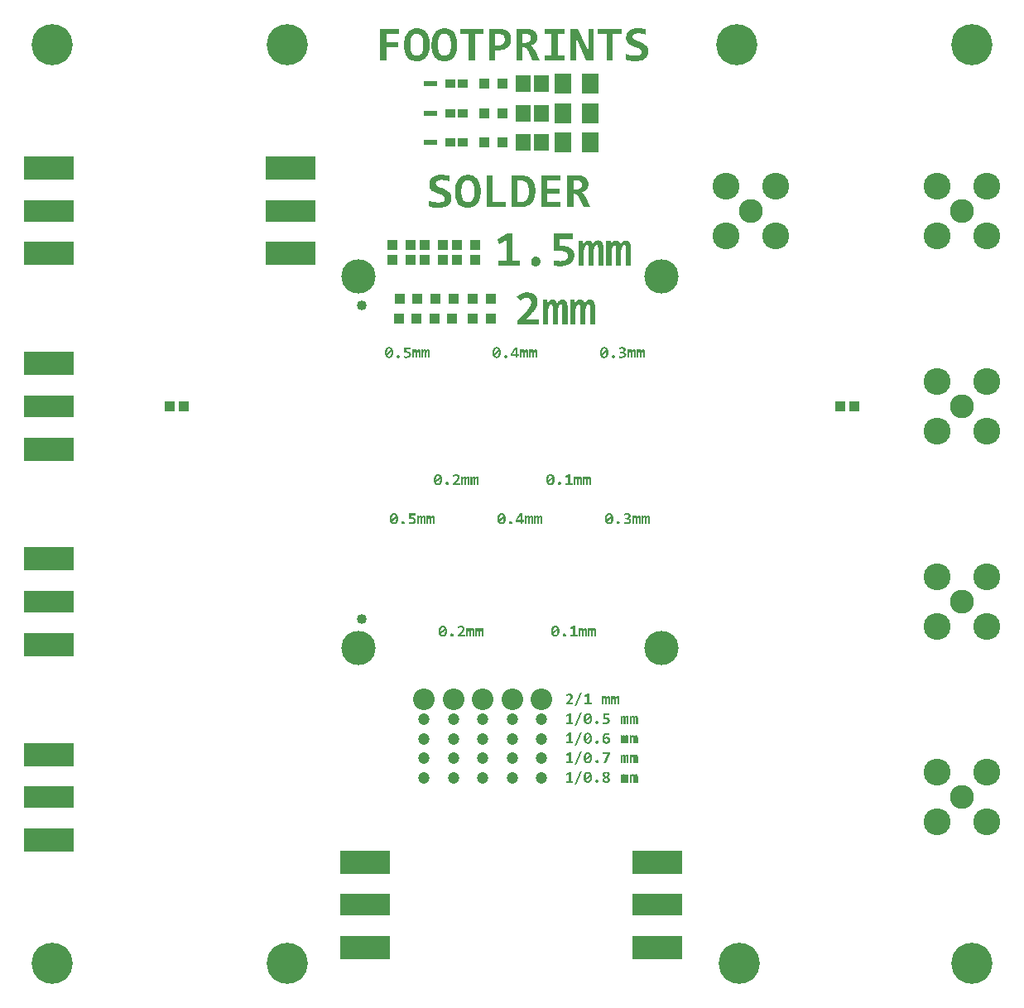
<source format=gts>
%TF.GenerationSoftware,Altium Limited,Altium Designer,25.1.2 (22)*%
G04 Layer_Color=8388736*
%FSLAX45Y45*%
%MOMM*%
%TF.SameCoordinates,5547ED5D-0275-4426-8455-AAE2DF75363B*%
%TF.FilePolarity,Negative*%
%TF.FileFunction,Soldermask,Top*%
%TF.Part,Single*%
G01*
G75*
%TA.AperFunction,SMDPad,CuDef*%
%ADD10R,5.08000X2.41300*%
%ADD11R,5.08000X2.28600*%
%TA.AperFunction,ConnectorPad*%
%ADD12R,5.08000X2.41300*%
%ADD13R,5.08000X2.28600*%
%TA.AperFunction,ComponentPad*%
%ADD30C,3.50000*%
%TA.AperFunction,SMDPad,CuDef*%
%ADD44R,1.10320X1.10320*%
%ADD45R,0.66320X0.62320*%
%ADD46R,1.80320X2.00320*%
%ADD47R,1.10320X0.90320*%
%ADD48R,1.50320X1.70320*%
%ADD49R,1.00320X1.10320*%
%TA.AperFunction,ComponentPad*%
%ADD50C,2.75320*%
%ADD51C,2.45320*%
%ADD52C,1.01320*%
%TA.AperFunction,ViaPad*%
%ADD53C,4.20320*%
%ADD54C,1.20320*%
%ADD55C,2.20320*%
G36*
X6165419Y7696657D02*
X6170419Y7696101D01*
X6176529Y7694990D01*
X6183195Y7692213D01*
X6189861Y7688880D01*
X6196527Y7684436D01*
X6202082Y7677770D01*
X6202638Y7676659D01*
X6204304Y7673881D01*
X6206526Y7669437D01*
X6208748Y7663327D01*
X6210970Y7654994D01*
X6213192Y7644995D01*
X6214859Y7633330D01*
X6215414Y7619998D01*
Y7438350D01*
X6162642D01*
Y7611110D01*
Y7611665D01*
Y7612776D01*
Y7614443D01*
Y7616665D01*
Y7622220D01*
X6162086Y7627775D01*
Y7628330D01*
Y7628886D01*
X6161531Y7632219D01*
X6160975Y7635552D01*
X6159864Y7639440D01*
X6159309Y7640551D01*
X6158753Y7642218D01*
X6157087Y7644440D01*
X6155420Y7646662D01*
X6154865Y7647217D01*
X6153198Y7648328D01*
X6150976Y7648884D01*
X6147643Y7649439D01*
X6146532D01*
X6142644Y7648328D01*
X6140422Y7646662D01*
X6137644Y7644995D01*
X6134867Y7642218D01*
X6132089Y7638885D01*
X6131534Y7638329D01*
X6130978Y7636663D01*
X6129312Y7634441D01*
X6127090Y7630552D01*
X6124868Y7625553D01*
X6122090Y7619442D01*
X6118757Y7611665D01*
X6115424Y7602778D01*
Y7438350D01*
X6063208D01*
Y7611110D01*
Y7611665D01*
Y7612776D01*
Y7614443D01*
Y7616665D01*
Y7622220D01*
X6062652Y7627775D01*
Y7628330D01*
Y7628886D01*
X6062097Y7632219D01*
X6061541Y7635552D01*
X6060430Y7639440D01*
X6059875Y7640551D01*
X6059319Y7642218D01*
X6057653Y7644440D01*
X6055986Y7646662D01*
X6055431Y7647217D01*
X6053764Y7648328D01*
X6051542Y7648884D01*
X6048209Y7649439D01*
X6047098D01*
X6043765Y7648328D01*
X6041543Y7646662D01*
X6039321Y7644995D01*
X6035988Y7642218D01*
X6033211Y7638885D01*
X6032655Y7638329D01*
X6032100Y7636663D01*
X6030433Y7634441D01*
X6028211Y7630552D01*
X6025434Y7625553D01*
X6022656Y7619442D01*
X6019323Y7611665D01*
X6015990Y7602778D01*
Y7438350D01*
X5963218D01*
Y7692213D01*
X6008213D01*
X6009324Y7654994D01*
Y7655550D01*
X6010435Y7656661D01*
X6011546Y7658883D01*
X6012657Y7661660D01*
X6015990Y7667771D01*
X6019879Y7673881D01*
Y7674437D01*
X6020990Y7675548D01*
X6023212Y7678881D01*
X6027100Y7682769D01*
X6031544Y7687213D01*
X6032100D01*
X6032655Y7688324D01*
X6035988Y7689991D01*
X6040432Y7692213D01*
X6045432Y7694435D01*
X6045987D01*
X6046543Y7694990D01*
X6050431Y7696101D01*
X6055431Y7696657D01*
X6061541Y7697212D01*
X6064874D01*
X6068763Y7696657D01*
X6073762Y7695546D01*
X6078762Y7694435D01*
X6084317Y7692213D01*
X6089316Y7689435D01*
X6093760Y7685547D01*
X6094315Y7684991D01*
X6095426Y7683325D01*
X6097648Y7681103D01*
X6099315Y7677770D01*
X6101537Y7673326D01*
X6103759Y7667771D01*
X6105425Y7661660D01*
X6106536Y7654994D01*
X6107092Y7655550D01*
X6107647Y7656661D01*
X6108758Y7658883D01*
X6110425Y7661660D01*
X6114313Y7667771D01*
X6118202Y7673881D01*
X6118757Y7674437D01*
X6119313Y7675548D01*
X6122090Y7678881D01*
X6125979Y7682769D01*
X6130423Y7687213D01*
X6130978D01*
X6131534Y7688324D01*
X6134867Y7689991D01*
X6139311Y7692213D01*
X6144310Y7694435D01*
X6144866D01*
X6145421Y7694990D01*
X6147088Y7695546D01*
X6149310Y7696101D01*
X6154309Y7696657D01*
X6160975Y7697212D01*
X6162086D01*
X6165419Y7696657D01*
D02*
G37*
G36*
X5883782D02*
X5888781Y7696101D01*
X5894892Y7694990D01*
X5901558Y7692213D01*
X5908224Y7688880D01*
X5914890Y7684436D01*
X5920445Y7677770D01*
X5921000Y7676659D01*
X5922667Y7673881D01*
X5924889Y7669437D01*
X5927111Y7663327D01*
X5929333Y7654994D01*
X5931555Y7644995D01*
X5933221Y7633330D01*
X5933777Y7619998D01*
Y7438350D01*
X5881004D01*
Y7611110D01*
Y7611665D01*
Y7612776D01*
Y7614443D01*
Y7616665D01*
Y7622220D01*
X5880449Y7627775D01*
Y7628330D01*
Y7628886D01*
X5879893Y7632219D01*
X5879338Y7635552D01*
X5878227Y7639440D01*
X5877671Y7640551D01*
X5877116Y7642218D01*
X5875449Y7644440D01*
X5873783Y7646662D01*
X5873227Y7647217D01*
X5871561Y7648328D01*
X5869339Y7648884D01*
X5866006Y7649439D01*
X5864895D01*
X5861006Y7648328D01*
X5858784Y7646662D01*
X5856007Y7644995D01*
X5853229Y7642218D01*
X5850452Y7638885D01*
X5849896Y7638329D01*
X5849341Y7636663D01*
X5847674Y7634441D01*
X5845452Y7630552D01*
X5843230Y7625553D01*
X5840453Y7619442D01*
X5837120Y7611665D01*
X5833787Y7602778D01*
Y7438350D01*
X5781570D01*
Y7611110D01*
Y7611665D01*
Y7612776D01*
Y7614443D01*
Y7616665D01*
Y7622220D01*
X5781015Y7627775D01*
Y7628330D01*
Y7628886D01*
X5780459Y7632219D01*
X5779904Y7635552D01*
X5778793Y7639440D01*
X5778237Y7640551D01*
X5777682Y7642218D01*
X5776015Y7644440D01*
X5774349Y7646662D01*
X5773793Y7647217D01*
X5772127Y7648328D01*
X5769905Y7648884D01*
X5766572Y7649439D01*
X5765461D01*
X5762128Y7648328D01*
X5759906Y7646662D01*
X5757684Y7644995D01*
X5754351Y7642218D01*
X5751573Y7638885D01*
X5751018Y7638329D01*
X5750462Y7636663D01*
X5748796Y7634441D01*
X5746574Y7630552D01*
X5743796Y7625553D01*
X5741019Y7619442D01*
X5737686Y7611665D01*
X5734353Y7602778D01*
Y7438350D01*
X5681580D01*
Y7692213D01*
X5726576D01*
X5727687Y7654994D01*
Y7655550D01*
X5728798Y7656661D01*
X5729909Y7658883D01*
X5731020Y7661660D01*
X5734353Y7667771D01*
X5738241Y7673881D01*
Y7674437D01*
X5739352Y7675548D01*
X5741574Y7678881D01*
X5745463Y7682769D01*
X5749907Y7687213D01*
X5750462D01*
X5751018Y7688324D01*
X5754351Y7689991D01*
X5758795Y7692213D01*
X5763794Y7694435D01*
X5764350D01*
X5764905Y7694990D01*
X5768794Y7696101D01*
X5773793Y7696657D01*
X5779904Y7697212D01*
X5783237D01*
X5787125Y7696657D01*
X5792125Y7695546D01*
X5797124Y7694435D01*
X5802679Y7692213D01*
X5807679Y7689435D01*
X5812122Y7685547D01*
X5812678Y7684991D01*
X5813789Y7683325D01*
X5816011Y7681103D01*
X5817677Y7677770D01*
X5819899Y7673326D01*
X5822121Y7667771D01*
X5823788Y7661660D01*
X5824899Y7654994D01*
X5825454Y7655550D01*
X5826010Y7656661D01*
X5827121Y7658883D01*
X5828787Y7661660D01*
X5832676Y7667771D01*
X5836564Y7673881D01*
X5837120Y7674437D01*
X5837675Y7675548D01*
X5840453Y7678881D01*
X5844341Y7682769D01*
X5848785Y7687213D01*
X5849341D01*
X5849896Y7688324D01*
X5853229Y7689991D01*
X5857673Y7692213D01*
X5862673Y7694435D01*
X5863228D01*
X5863784Y7694990D01*
X5865450Y7695546D01*
X5867672Y7696101D01*
X5872672Y7696657D01*
X5879338Y7697212D01*
X5880449D01*
X5883782Y7696657D01*
D02*
G37*
G36*
X5618809Y7707211D02*
X5487156D01*
Y7641107D01*
X5519375D01*
X5526041Y7640551D01*
X5533262Y7639996D01*
X5541039Y7638885D01*
X5558260Y7636107D01*
X5559371D01*
X5562148Y7634996D01*
X5566592Y7633885D01*
X5571592Y7632774D01*
X5578258Y7630552D01*
X5584924Y7627775D01*
X5591590Y7624442D01*
X5598256Y7620553D01*
X5598811Y7619998D01*
X5601033Y7618331D01*
X5604366Y7616109D01*
X5608255Y7612776D01*
X5612699Y7608333D01*
X5617143Y7603333D01*
X5621587Y7597223D01*
X5626031Y7590557D01*
X5626586Y7589446D01*
X5627697Y7587224D01*
X5629364Y7583335D01*
X5631586Y7577780D01*
X5633252Y7570559D01*
X5634919Y7562226D01*
X5636030Y7553338D01*
X5636585Y7542784D01*
Y7542228D01*
Y7541673D01*
Y7538340D01*
X5636030Y7533340D01*
X5635474Y7526674D01*
X5633808Y7519453D01*
X5632141Y7511676D01*
X5629364Y7503343D01*
X5625475Y7495566D01*
X5624920Y7494455D01*
X5623253Y7492233D01*
X5621031Y7488345D01*
X5617698Y7483901D01*
X5613254Y7478346D01*
X5607699Y7472791D01*
X5601589Y7467236D01*
X5594923Y7461681D01*
X5593812Y7461126D01*
X5591590Y7459459D01*
X5587146Y7456682D01*
X5582146Y7453904D01*
X5574925Y7450571D01*
X5567148Y7446683D01*
X5558260Y7443350D01*
X5548816Y7440572D01*
X5548261D01*
X5547705Y7440017D01*
X5546039D01*
X5544372Y7439461D01*
X5538817Y7438350D01*
X5531596Y7437239D01*
X5523264Y7435573D01*
X5513265Y7434462D01*
X5502710Y7433906D01*
X5491045Y7433351D01*
X5480490D01*
X5474380Y7433906D01*
X5471047D01*
X5468825Y7434462D01*
X5463270Y7435017D01*
X5456604Y7435573D01*
X5453271D01*
X5451049Y7436128D01*
X5445494Y7436684D01*
X5439383Y7437239D01*
X5437717D01*
X5436606Y7437795D01*
X5434384D01*
X5429384Y7438906D01*
X5423829Y7439461D01*
Y7492789D01*
X5424385D01*
X5426051Y7492233D01*
X5429384Y7491678D01*
X5433273Y7490567D01*
X5437717Y7489456D01*
X5443272Y7488345D01*
X5449382Y7487789D01*
X5456048Y7486678D01*
X5459381D01*
X5463270Y7486123D01*
X5467714D01*
X5473824Y7485567D01*
X5479935D01*
X5493822Y7485012D01*
X5499933D01*
X5503266Y7485567D01*
X5506599D01*
X5514931Y7486678D01*
X5524375Y7488345D01*
X5533818Y7491122D01*
X5543261Y7494455D01*
X5551038Y7498899D01*
X5552149Y7499455D01*
X5554371Y7501677D01*
X5557149Y7505010D01*
X5561037Y7509454D01*
X5564926Y7515009D01*
X5567703Y7521675D01*
X5569925Y7530007D01*
X5571036Y7538895D01*
Y7539451D01*
Y7540006D01*
Y7543339D01*
X5569925Y7547783D01*
X5568814Y7553338D01*
X5566592Y7560004D01*
X5563259Y7566115D01*
X5558815Y7572225D01*
X5552705Y7577780D01*
X5551594Y7578336D01*
X5549372Y7580002D01*
X5544928Y7582224D01*
X5538262Y7584446D01*
X5530485Y7586668D01*
X5519931Y7588890D01*
X5508265Y7590557D01*
X5493822Y7591112D01*
X5429940D01*
Y7764983D01*
X5618809D01*
Y7707211D01*
D02*
G37*
G36*
X5005539Y7492789D02*
X5077199D01*
Y7438350D01*
X4859443D01*
Y7492789D01*
X4942768D01*
Y7702212D01*
X4869998Y7662771D01*
X4850000Y7712766D01*
X4953878Y7767205D01*
X5005539D01*
Y7492789D01*
D02*
G37*
G36*
X5248848Y7530007D02*
X5254958Y7528896D01*
X5261624Y7526674D01*
X5262179D01*
X5263290Y7526119D01*
X5264957Y7525008D01*
X5267179Y7523897D01*
X5272178Y7520564D01*
X5277178Y7516120D01*
X5277733Y7515564D01*
X5278289Y7515009D01*
X5281066Y7511676D01*
X5284399Y7506676D01*
X5287732Y7500010D01*
Y7499455D01*
X5288288Y7498344D01*
X5288843Y7496677D01*
X5289954Y7494455D01*
X5291065Y7488345D01*
X5291621Y7481123D01*
Y7480568D01*
Y7479457D01*
Y7477235D01*
X5291065Y7475013D01*
X5289954Y7468903D01*
X5287732Y7462237D01*
Y7461681D01*
X5287177Y7460570D01*
X5286066Y7458904D01*
X5284955Y7457237D01*
X5281622Y7451682D01*
X5277178Y7446683D01*
X5276622D01*
X5276067Y7445572D01*
X5272734Y7442794D01*
X5267734Y7439461D01*
X5261624Y7436684D01*
X5261068D01*
X5259957Y7436128D01*
X5258291Y7435573D01*
X5256069Y7435017D01*
X5249959Y7433351D01*
X5242182Y7432795D01*
X5238293D01*
X5236071Y7433351D01*
X5229961Y7434462D01*
X5223295Y7436684D01*
X5222739D01*
X5221628Y7437239D01*
X5219962Y7438350D01*
X5218295Y7439461D01*
X5212740Y7442239D01*
X5207741Y7446683D01*
Y7447238D01*
X5206630Y7447794D01*
X5204408Y7451127D01*
X5201075Y7456126D01*
X5197742Y7462237D01*
Y7462792D01*
X5197186Y7463903D01*
X5196631Y7465570D01*
X5196075Y7467792D01*
X5194964Y7473902D01*
X5194409Y7481123D01*
Y7481679D01*
Y7482790D01*
Y7485012D01*
X5194964Y7487234D01*
X5196075Y7493344D01*
X5197742Y7500010D01*
Y7500566D01*
X5198297Y7501677D01*
X5199408Y7503343D01*
X5200519Y7505565D01*
X5203852Y7510565D01*
X5207741Y7516120D01*
X5208296Y7516675D01*
X5208852Y7517231D01*
X5212185Y7520008D01*
X5217184Y7523341D01*
X5223295Y7526674D01*
X5223850D01*
X5224961Y7527230D01*
X5226628Y7527785D01*
X5228850Y7528896D01*
X5234960Y7530007D01*
X5242182Y7530563D01*
X5246070D01*
X5248848Y7530007D01*
D02*
G37*
G36*
X5799922Y7092213D02*
X5804922Y7091657D01*
X5811032Y7090546D01*
X5817698Y7087769D01*
X5824364Y7084436D01*
X5831030Y7079992D01*
X5836585Y7073326D01*
X5837141Y7072215D01*
X5838807Y7069437D01*
X5841029Y7064993D01*
X5843251Y7058883D01*
X5845473Y7050550D01*
X5847695Y7040551D01*
X5849362Y7028886D01*
X5849917Y7015554D01*
Y6833906D01*
X5797145D01*
Y7006666D01*
Y7007221D01*
Y7008332D01*
Y7009999D01*
Y7012221D01*
Y7017776D01*
X5796589Y7023331D01*
Y7023886D01*
Y7024442D01*
X5796034Y7027775D01*
X5795478Y7031108D01*
X5794367Y7034996D01*
X5793812Y7036107D01*
X5793256Y7037774D01*
X5791590Y7039996D01*
X5789923Y7042218D01*
X5789368Y7042773D01*
X5787701Y7043884D01*
X5785479Y7044440D01*
X5782146Y7044995D01*
X5781035D01*
X5777147Y7043884D01*
X5774925Y7042218D01*
X5772147Y7040551D01*
X5769370Y7037774D01*
X5766592Y7034441D01*
X5766037Y7033885D01*
X5765481Y7032219D01*
X5763815Y7029997D01*
X5761593Y7026108D01*
X5759371Y7021109D01*
X5756594Y7014998D01*
X5753261Y7007221D01*
X5749928Y6998333D01*
Y6833906D01*
X5697711D01*
Y7006666D01*
Y7007221D01*
Y7008332D01*
Y7009999D01*
Y7012221D01*
Y7017776D01*
X5697155Y7023331D01*
Y7023886D01*
Y7024442D01*
X5696600Y7027775D01*
X5696044Y7031108D01*
X5694933Y7034996D01*
X5694378Y7036107D01*
X5693822Y7037774D01*
X5692156Y7039996D01*
X5690489Y7042218D01*
X5689934Y7042773D01*
X5688267Y7043884D01*
X5686045Y7044440D01*
X5682712Y7044995D01*
X5681601D01*
X5678268Y7043884D01*
X5676046Y7042218D01*
X5673824Y7040551D01*
X5670491Y7037774D01*
X5667714Y7034441D01*
X5667158Y7033885D01*
X5666603Y7032219D01*
X5664936Y7029997D01*
X5662714Y7026108D01*
X5659937Y7021109D01*
X5657159Y7014998D01*
X5653826Y7007221D01*
X5650493Y6998333D01*
Y6833906D01*
X5597721D01*
Y7087769D01*
X5642716D01*
X5643827Y7050550D01*
Y7051106D01*
X5644938Y7052217D01*
X5646049Y7054439D01*
X5647160Y7057216D01*
X5650493Y7063327D01*
X5654382Y7069437D01*
Y7069993D01*
X5655493Y7071104D01*
X5657715Y7074437D01*
X5661603Y7078325D01*
X5666047Y7082769D01*
X5666603D01*
X5667158Y7083880D01*
X5670491Y7085547D01*
X5674935Y7087769D01*
X5679935Y7089991D01*
X5680490D01*
X5681046Y7090546D01*
X5684934Y7091657D01*
X5689934Y7092213D01*
X5696044Y7092768D01*
X5699377D01*
X5703266Y7092213D01*
X5708265Y7091102D01*
X5713265Y7089991D01*
X5718820Y7087769D01*
X5723819Y7084991D01*
X5728263Y7081103D01*
X5728819Y7080547D01*
X5729930Y7078881D01*
X5732152Y7076659D01*
X5733818Y7073326D01*
X5736040Y7068882D01*
X5738262Y7063327D01*
X5739929Y7057216D01*
X5741040Y7050550D01*
X5741595Y7051106D01*
X5742151Y7052217D01*
X5743262Y7054439D01*
X5744928Y7057216D01*
X5748817Y7063327D01*
X5752705Y7069437D01*
X5753261Y7069993D01*
X5753816Y7071104D01*
X5756594Y7074437D01*
X5760482Y7078325D01*
X5764926Y7082769D01*
X5765481D01*
X5766037Y7083880D01*
X5769370Y7085547D01*
X5773814Y7087769D01*
X5778813Y7089991D01*
X5779369D01*
X5779924Y7090546D01*
X5781591Y7091102D01*
X5783813Y7091657D01*
X5788812Y7092213D01*
X5795478Y7092768D01*
X5796589D01*
X5799922Y7092213D01*
D02*
G37*
G36*
X5518285D02*
X5523284Y7091657D01*
X5529395Y7090546D01*
X5536061Y7087769D01*
X5542727Y7084436D01*
X5549393Y7079992D01*
X5554948Y7073326D01*
X5555503Y7072215D01*
X5557170Y7069437D01*
X5559392Y7064993D01*
X5561614Y7058883D01*
X5563836Y7050550D01*
X5566058Y7040551D01*
X5567724Y7028886D01*
X5568280Y7015554D01*
Y6833906D01*
X5515507D01*
Y7006666D01*
Y7007221D01*
Y7008332D01*
Y7009999D01*
Y7012221D01*
Y7017776D01*
X5514952Y7023331D01*
Y7023886D01*
Y7024442D01*
X5514396Y7027775D01*
X5513841Y7031108D01*
X5512730Y7034996D01*
X5512174Y7036107D01*
X5511619Y7037774D01*
X5509952Y7039996D01*
X5508286Y7042218D01*
X5507730Y7042773D01*
X5506064Y7043884D01*
X5503842Y7044440D01*
X5500509Y7044995D01*
X5499398D01*
X5495509Y7043884D01*
X5493287Y7042218D01*
X5490510Y7040551D01*
X5487732Y7037774D01*
X5484955Y7034441D01*
X5484399Y7033885D01*
X5483844Y7032219D01*
X5482178Y7029997D01*
X5479956Y7026108D01*
X5477734Y7021109D01*
X5474956Y7014998D01*
X5471623Y7007221D01*
X5468290Y6998333D01*
Y6833906D01*
X5416073D01*
Y7006666D01*
Y7007221D01*
Y7008332D01*
Y7009999D01*
Y7012221D01*
Y7017776D01*
X5415518Y7023331D01*
Y7023886D01*
Y7024442D01*
X5414962Y7027775D01*
X5414407Y7031108D01*
X5413296Y7034996D01*
X5412740Y7036107D01*
X5412185Y7037774D01*
X5410518Y7039996D01*
X5408852Y7042218D01*
X5408296Y7042773D01*
X5406630Y7043884D01*
X5404408Y7044440D01*
X5401075Y7044995D01*
X5399964D01*
X5396631Y7043884D01*
X5394409Y7042218D01*
X5392187Y7040551D01*
X5388854Y7037774D01*
X5386076Y7034441D01*
X5385521Y7033885D01*
X5384965Y7032219D01*
X5383299Y7029997D01*
X5381077Y7026108D01*
X5378299Y7021109D01*
X5375522Y7014998D01*
X5372189Y7007221D01*
X5368856Y6998333D01*
Y6833906D01*
X5316084D01*
Y7087769D01*
X5361079D01*
X5362190Y7050550D01*
Y7051106D01*
X5363301Y7052217D01*
X5364412Y7054439D01*
X5365523Y7057216D01*
X5368856Y7063327D01*
X5372744Y7069437D01*
Y7069993D01*
X5373855Y7071104D01*
X5376077Y7074437D01*
X5379966Y7078325D01*
X5384410Y7082769D01*
X5384965D01*
X5385521Y7083880D01*
X5388854Y7085547D01*
X5393298Y7087769D01*
X5398297Y7089991D01*
X5398853D01*
X5399408Y7090546D01*
X5403297Y7091657D01*
X5408296Y7092213D01*
X5414407Y7092768D01*
X5417740D01*
X5421628Y7092213D01*
X5426628Y7091102D01*
X5431627Y7089991D01*
X5437182Y7087769D01*
X5442182Y7084991D01*
X5446626Y7081103D01*
X5447181Y7080547D01*
X5448292Y7078881D01*
X5450514Y7076659D01*
X5452181Y7073326D01*
X5454403Y7068882D01*
X5456625Y7063327D01*
X5458291Y7057216D01*
X5459402Y7050550D01*
X5459958Y7051106D01*
X5460513Y7052217D01*
X5461624Y7054439D01*
X5463291Y7057216D01*
X5467179Y7063327D01*
X5471068Y7069437D01*
X5471623Y7069993D01*
X5472179Y7071104D01*
X5474956Y7074437D01*
X5478845Y7078325D01*
X5483288Y7082769D01*
X5483844D01*
X5484399Y7083880D01*
X5487732Y7085547D01*
X5492176Y7087769D01*
X5497176Y7089991D01*
X5497731D01*
X5498287Y7090546D01*
X5499953Y7091102D01*
X5502175Y7091657D01*
X5507175Y7092213D01*
X5513841Y7092768D01*
X5514952D01*
X5518285Y7092213D01*
D02*
G37*
G36*
X5163877Y7165538D02*
X5169988D01*
X5176654Y7164427D01*
X5183875Y7163316D01*
X5191652Y7161650D01*
X5198874Y7159428D01*
X5199985D01*
X5202207Y7158317D01*
X5205539Y7156650D01*
X5210539Y7154984D01*
X5215538Y7152206D01*
X5221093Y7148873D01*
X5226648Y7145540D01*
X5232203Y7141096D01*
X5232759Y7140541D01*
X5234425Y7138874D01*
X5237203Y7136652D01*
X5239980Y7132764D01*
X5243869Y7128876D01*
X5247202Y7123321D01*
X5250535Y7117766D01*
X5253868Y7111100D01*
X5254423Y7110544D01*
X5254979Y7107767D01*
X5256090Y7104434D01*
X5257756Y7099434D01*
X5259423Y7093324D01*
X5260534Y7086102D01*
X5261089Y7078325D01*
X5261645Y7069993D01*
Y7068882D01*
Y7066660D01*
Y7062771D01*
X5261089Y7058327D01*
X5260534Y7052772D01*
X5259423Y7046106D01*
X5256090Y7033330D01*
Y7032774D01*
X5254979Y7030552D01*
X5253868Y7027219D01*
X5252201Y7022775D01*
X5249979Y7017776D01*
X5247757Y7012221D01*
X5241091Y7000555D01*
X5240536Y7000000D01*
X5239425Y6997778D01*
X5237203Y6995000D01*
X5234425Y6990557D01*
X5230537Y6986113D01*
X5226093Y6980558D01*
X5221649Y6975003D01*
X5216094Y6968892D01*
X5215538Y6968337D01*
X5213316Y6966115D01*
X5210539Y6962782D01*
X5206650Y6958893D01*
X5201651Y6953338D01*
X5196096Y6947783D01*
X5189430Y6941673D01*
X5182764Y6935007D01*
X5135547Y6890011D01*
X5273310D01*
Y6833906D01*
X5051667D01*
Y6878346D01*
X5128325Y6956116D01*
X5129436Y6957227D01*
X5132214Y6960004D01*
X5136102Y6963893D01*
X5141102Y6968892D01*
X5146657Y6975003D01*
X5152212Y6981113D01*
X5158322Y6987224D01*
X5163322Y6993334D01*
X5163877Y6993889D01*
X5165544Y6996111D01*
X5167766Y6998889D01*
X5171099Y7002777D01*
X5173876Y7007221D01*
X5177209Y7011665D01*
X5180542Y7016665D01*
X5183320Y7021109D01*
X5183875Y7021664D01*
X5184431Y7023331D01*
X5185542Y7025553D01*
X5187208Y7028886D01*
X5190541Y7036107D01*
X5192763Y7044440D01*
Y7044995D01*
X5193319Y7046106D01*
X5193874Y7048328D01*
X5194430Y7051106D01*
X5194985Y7058327D01*
X5195541Y7066104D01*
Y7066660D01*
Y7067771D01*
Y7069437D01*
X5194985Y7071659D01*
X5194430Y7077770D01*
X5192208Y7083880D01*
Y7084436D01*
X5191652Y7085547D01*
X5189986Y7088880D01*
X5187208Y7093324D01*
X5183320Y7098323D01*
Y7098879D01*
X5182209Y7099434D01*
X5179431Y7101656D01*
X5174987Y7104989D01*
X5168877Y7107767D01*
X5168321D01*
X5167210Y7108322D01*
X5165544Y7108878D01*
X5163322Y7109989D01*
X5156656Y7111100D01*
X5148879Y7111655D01*
X5145546D01*
X5142213Y7111100D01*
X5137213Y7110544D01*
X5131658Y7109433D01*
X5126103Y7108322D01*
X5119437Y7106100D01*
X5113327Y7103323D01*
X5112771Y7102767D01*
X5110549Y7101656D01*
X5107216Y7099990D01*
X5103328Y7097212D01*
X5098328Y7094435D01*
X5093329Y7090546D01*
X5087774Y7086102D01*
X5082219Y7081103D01*
X5050000Y7122210D01*
X5051111Y7123321D01*
X5053889Y7125543D01*
X5058333Y7129431D01*
X5063888Y7133875D01*
X5071109Y7138874D01*
X5078886Y7143874D01*
X5088329Y7149429D01*
X5097773Y7153873D01*
X5098328D01*
X5098884Y7154428D01*
X5100550Y7154984D01*
X5102217Y7155539D01*
X5107772Y7157761D01*
X5114993Y7159983D01*
X5123881Y7162205D01*
X5133325Y7164427D01*
X5143879Y7165538D01*
X5155545Y7166094D01*
X5159433D01*
X5163877Y7165538D01*
D02*
G37*
G36*
X4143473Y6581663D02*
X4145139Y6581478D01*
X4147176Y6581108D01*
X4149398Y6580182D01*
X4151620Y6579071D01*
X4153842Y6577590D01*
X4155693Y6575368D01*
X4155879Y6574998D01*
X4156434Y6574072D01*
X4157175Y6572590D01*
X4157915Y6570554D01*
X4158656Y6567776D01*
X4159397Y6564443D01*
X4159952Y6560555D01*
X4160137Y6556111D01*
Y6495561D01*
X4142547D01*
Y6553148D01*
Y6553333D01*
Y6553703D01*
Y6554259D01*
Y6555000D01*
Y6556851D01*
X4142362Y6558703D01*
Y6558888D01*
Y6559073D01*
X4142176Y6560184D01*
X4141991Y6561295D01*
X4141621Y6562591D01*
X4141436Y6562962D01*
X4141251Y6563517D01*
X4140695Y6564258D01*
X4140140Y6564999D01*
X4139954Y6565184D01*
X4139399Y6565554D01*
X4138658Y6565739D01*
X4137547Y6565924D01*
X4137177D01*
X4135881Y6565554D01*
X4135140Y6564999D01*
X4134214Y6564443D01*
X4133288Y6563517D01*
X4132363Y6562406D01*
X4132177Y6562221D01*
X4131992Y6561666D01*
X4131437Y6560925D01*
X4130696Y6559629D01*
X4129955Y6557962D01*
X4129030Y6555925D01*
X4127919Y6553333D01*
X4126808Y6550370D01*
Y6495561D01*
X4109402D01*
Y6553148D01*
Y6553333D01*
Y6553703D01*
Y6554259D01*
Y6555000D01*
Y6556851D01*
X4109217Y6558703D01*
Y6558888D01*
Y6559073D01*
X4109032Y6560184D01*
X4108846Y6561295D01*
X4108476Y6562591D01*
X4108291Y6562962D01*
X4108106Y6563517D01*
X4107550Y6564258D01*
X4106995Y6564999D01*
X4106810Y6565184D01*
X4106254Y6565554D01*
X4105514Y6565739D01*
X4104403Y6565924D01*
X4104032D01*
X4102921Y6565554D01*
X4102181Y6564999D01*
X4101440Y6564443D01*
X4100329Y6563517D01*
X4099403Y6562406D01*
X4099218Y6562221D01*
X4099033Y6561666D01*
X4098477Y6560925D01*
X4097737Y6559629D01*
X4096811Y6557962D01*
X4095885Y6555925D01*
X4094774Y6553333D01*
X4093663Y6550370D01*
Y6495561D01*
X4076072D01*
Y6580182D01*
X4091071D01*
X4091441Y6567776D01*
Y6567961D01*
X4091811Y6568332D01*
X4092182Y6569072D01*
X4092552Y6569998D01*
X4093663Y6572035D01*
X4094959Y6574072D01*
Y6574257D01*
X4095329Y6574627D01*
X4096070Y6575738D01*
X4097366Y6577034D01*
X4098848Y6578516D01*
X4099033D01*
X4099218Y6578886D01*
X4100329Y6579442D01*
X4101810Y6580182D01*
X4103477Y6580923D01*
X4103662D01*
X4103847Y6581108D01*
X4105143Y6581478D01*
X4106810Y6581663D01*
X4108846Y6581849D01*
X4109957D01*
X4111254Y6581663D01*
X4112920Y6581293D01*
X4114587Y6580923D01*
X4116438Y6580182D01*
X4118105Y6579256D01*
X4119586Y6577960D01*
X4119771Y6577775D01*
X4120142Y6577220D01*
X4120882Y6576479D01*
X4121438Y6575368D01*
X4122178Y6573887D01*
X4122919Y6572035D01*
X4123475Y6569998D01*
X4123845Y6567776D01*
X4124030Y6567961D01*
X4124215Y6568332D01*
X4124586Y6569072D01*
X4125141Y6569998D01*
X4126437Y6572035D01*
X4127733Y6574072D01*
X4127919Y6574257D01*
X4128104Y6574627D01*
X4129030Y6575738D01*
X4130326Y6577034D01*
X4131807Y6578516D01*
X4131992D01*
X4132177Y6578886D01*
X4133288Y6579442D01*
X4134770Y6580182D01*
X4136436Y6580923D01*
X4136621D01*
X4136807Y6581108D01*
X4137362Y6581293D01*
X4138103Y6581478D01*
X4139769Y6581663D01*
X4141991Y6581849D01*
X4142362D01*
X4143473Y6581663D01*
D02*
G37*
G36*
X4049593D02*
X4051260Y6581478D01*
X4053297Y6581108D01*
X4055519Y6580182D01*
X4057741Y6579071D01*
X4059963Y6577590D01*
X4061814Y6575368D01*
X4061999Y6574998D01*
X4062555Y6574072D01*
X4063296Y6572590D01*
X4064036Y6570554D01*
X4064777Y6567776D01*
X4065518Y6564443D01*
X4066073Y6560555D01*
X4066258Y6556111D01*
Y6495561D01*
X4048668D01*
Y6553148D01*
Y6553333D01*
Y6553703D01*
Y6554259D01*
Y6555000D01*
Y6556851D01*
X4048482Y6558703D01*
Y6558888D01*
Y6559073D01*
X4048297Y6560184D01*
X4048112Y6561295D01*
X4047742Y6562591D01*
X4047557Y6562962D01*
X4047371Y6563517D01*
X4046816Y6564258D01*
X4046260Y6564999D01*
X4046075Y6565184D01*
X4045520Y6565554D01*
X4044779Y6565739D01*
X4043668Y6565924D01*
X4043298D01*
X4042002Y6565554D01*
X4041261Y6564999D01*
X4040335Y6564443D01*
X4039409Y6563517D01*
X4038483Y6562406D01*
X4038298Y6562221D01*
X4038113Y6561666D01*
X4037558Y6560925D01*
X4036817Y6559629D01*
X4036076Y6557962D01*
X4035150Y6555925D01*
X4034039Y6553333D01*
X4032928Y6550370D01*
Y6495561D01*
X4015523D01*
Y6553148D01*
Y6553333D01*
Y6553703D01*
Y6554259D01*
Y6555000D01*
Y6556851D01*
X4015338Y6558703D01*
Y6558888D01*
Y6559073D01*
X4015152Y6560184D01*
X4014967Y6561295D01*
X4014597Y6562591D01*
X4014412Y6562962D01*
X4014227Y6563517D01*
X4013671Y6564258D01*
X4013116Y6564999D01*
X4012931Y6565184D01*
X4012375Y6565554D01*
X4011634Y6565739D01*
X4010523Y6565924D01*
X4010153D01*
X4009042Y6565554D01*
X4008301Y6564999D01*
X4007561Y6564443D01*
X4006450Y6563517D01*
X4005524Y6562406D01*
X4005339Y6562221D01*
X4005154Y6561666D01*
X4004598Y6560925D01*
X4003857Y6559629D01*
X4002932Y6557962D01*
X4002006Y6555925D01*
X4000895Y6553333D01*
X3999784Y6550370D01*
Y6495561D01*
X3982193D01*
Y6580182D01*
X3997191D01*
X3997562Y6567776D01*
Y6567961D01*
X3997932Y6568332D01*
X3998302Y6569072D01*
X3998673Y6569998D01*
X3999784Y6572035D01*
X4001080Y6574072D01*
Y6574257D01*
X4001450Y6574627D01*
X4002191Y6575738D01*
X4003487Y6577034D01*
X4004968Y6578516D01*
X4005154D01*
X4005339Y6578886D01*
X4006450Y6579442D01*
X4007931Y6580182D01*
X4009598Y6580923D01*
X4009783D01*
X4009968Y6581108D01*
X4011264Y6581478D01*
X4012931Y6581663D01*
X4014967Y6581849D01*
X4016078D01*
X4017374Y6581663D01*
X4019041Y6581293D01*
X4020707Y6580923D01*
X4022559Y6580182D01*
X4024226Y6579256D01*
X4025707Y6577960D01*
X4025892Y6577775D01*
X4026262Y6577220D01*
X4027003Y6576479D01*
X4027559Y6575368D01*
X4028299Y6573887D01*
X4029040Y6572035D01*
X4029595Y6569998D01*
X4029966Y6567776D01*
X4030151Y6567961D01*
X4030336Y6568332D01*
X4030706Y6569072D01*
X4031262Y6569998D01*
X4032558Y6572035D01*
X4033854Y6574072D01*
X4034039Y6574257D01*
X4034225Y6574627D01*
X4035150Y6575738D01*
X4036447Y6577034D01*
X4037928Y6578516D01*
X4038113D01*
X4038298Y6578886D01*
X4039409Y6579442D01*
X4040891Y6580182D01*
X4042557Y6580923D01*
X4042742D01*
X4042927Y6581108D01*
X4043483Y6581293D01*
X4044224Y6581478D01*
X4045890Y6581663D01*
X4048112Y6581849D01*
X4048482D01*
X4049593Y6581663D01*
D02*
G37*
G36*
X3961269Y6585182D02*
X3917385D01*
Y6563147D01*
X3928124D01*
X3930346Y6562962D01*
X3932754Y6562777D01*
X3935346Y6562406D01*
X3941086Y6561480D01*
X3941456D01*
X3942382Y6561110D01*
X3943864Y6560740D01*
X3945530Y6560369D01*
X3947752Y6559629D01*
X3949974Y6558703D01*
X3952196Y6557592D01*
X3954418Y6556296D01*
X3954603Y6556111D01*
X3955344Y6555555D01*
X3956455Y6554814D01*
X3957751Y6553703D01*
X3959232Y6552222D01*
X3960714Y6550556D01*
X3962195Y6548519D01*
X3963676Y6546297D01*
X3963862Y6545926D01*
X3964232Y6545186D01*
X3964787Y6543890D01*
X3965528Y6542038D01*
X3966084Y6539631D01*
X3966639Y6536853D01*
X3967009Y6533891D01*
X3967195Y6530373D01*
Y6530187D01*
Y6530002D01*
Y6528891D01*
X3967009Y6527225D01*
X3966824Y6525003D01*
X3966269Y6522596D01*
X3965713Y6520003D01*
X3964787Y6517226D01*
X3963491Y6514633D01*
X3963306Y6514263D01*
X3962751Y6513522D01*
X3962010Y6512226D01*
X3960899Y6510745D01*
X3959418Y6508893D01*
X3957566Y6507042D01*
X3955529Y6505190D01*
X3953307Y6503338D01*
X3952937Y6503153D01*
X3952196Y6502598D01*
X3950715Y6501672D01*
X3949048Y6500746D01*
X3946641Y6499635D01*
X3944049Y6498339D01*
X3941086Y6497228D01*
X3937938Y6496302D01*
X3937753D01*
X3937568Y6496117D01*
X3937012D01*
X3936457Y6495932D01*
X3934605Y6495561D01*
X3932198Y6495191D01*
X3929421Y6494635D01*
X3926088Y6494265D01*
X3922569Y6494080D01*
X3918681Y6493895D01*
X3915163D01*
X3913126Y6494080D01*
X3912015D01*
X3911274Y6494265D01*
X3909423Y6494450D01*
X3907201Y6494635D01*
X3906090D01*
X3905349Y6494821D01*
X3903497Y6495006D01*
X3901461Y6495191D01*
X3900905D01*
X3900535Y6495376D01*
X3899794D01*
X3898128Y6495746D01*
X3896276Y6495932D01*
Y6513708D01*
X3896461D01*
X3897017Y6513522D01*
X3898128Y6513337D01*
X3899424Y6512967D01*
X3900905Y6512597D01*
X3902757Y6512226D01*
X3904794Y6512041D01*
X3907016Y6511671D01*
X3908127D01*
X3909423Y6511486D01*
X3910904D01*
X3912941Y6511300D01*
X3914978D01*
X3919607Y6511115D01*
X3921644D01*
X3922755Y6511300D01*
X3923866D01*
X3926643Y6511671D01*
X3929791Y6512226D01*
X3932939Y6513152D01*
X3936087Y6514263D01*
X3938679Y6515744D01*
X3939049Y6515930D01*
X3939790Y6516670D01*
X3940716Y6517781D01*
X3942012Y6519263D01*
X3943308Y6521114D01*
X3944234Y6523336D01*
X3944975Y6526114D01*
X3945345Y6529076D01*
Y6529262D01*
Y6529447D01*
Y6530558D01*
X3944975Y6532039D01*
X3944604Y6533891D01*
X3943864Y6536113D01*
X3942753Y6538149D01*
X3941271Y6540186D01*
X3939234Y6542038D01*
X3938864Y6542223D01*
X3938123Y6542779D01*
X3936642Y6543519D01*
X3934420Y6544260D01*
X3931828Y6545001D01*
X3928310Y6545741D01*
X3924421Y6546297D01*
X3919607Y6546482D01*
X3898313D01*
Y6604439D01*
X3961269D01*
Y6585182D01*
D02*
G37*
G36*
X3837949Y6526114D02*
X3839985Y6525743D01*
X3842207Y6525003D01*
X3842393D01*
X3842763Y6524818D01*
X3843318Y6524447D01*
X3844059Y6524077D01*
X3845726Y6522966D01*
X3847392Y6521485D01*
X3847577Y6521299D01*
X3847762Y6521114D01*
X3848688Y6520003D01*
X3849799Y6518337D01*
X3850910Y6516115D01*
Y6515930D01*
X3851095Y6515559D01*
X3851281Y6515004D01*
X3851651Y6514263D01*
X3852021Y6512226D01*
X3852206Y6509819D01*
Y6509634D01*
Y6509264D01*
Y6508523D01*
X3852021Y6507782D01*
X3851651Y6505745D01*
X3850910Y6503523D01*
Y6503338D01*
X3850725Y6502968D01*
X3850355Y6502412D01*
X3849984Y6501857D01*
X3848873Y6500005D01*
X3847392Y6498339D01*
X3847207D01*
X3847022Y6497968D01*
X3845911Y6497043D01*
X3844244Y6495932D01*
X3842207Y6495006D01*
X3842022D01*
X3841652Y6494821D01*
X3841096Y6494635D01*
X3840356Y6494450D01*
X3838319Y6493895D01*
X3835727Y6493710D01*
X3834430D01*
X3833690Y6493895D01*
X3831653Y6494265D01*
X3829431Y6495006D01*
X3829246D01*
X3828876Y6495191D01*
X3828320Y6495561D01*
X3827765Y6495932D01*
X3825913Y6496857D01*
X3824246Y6498339D01*
Y6498524D01*
X3823876Y6498709D01*
X3823135Y6499820D01*
X3822024Y6501487D01*
X3820913Y6503523D01*
Y6503709D01*
X3820728Y6504079D01*
X3820543Y6504634D01*
X3820358Y6505375D01*
X3819988Y6507412D01*
X3819802Y6509819D01*
Y6510004D01*
Y6510375D01*
Y6511115D01*
X3819988Y6511856D01*
X3820358Y6513893D01*
X3820913Y6516115D01*
Y6516300D01*
X3821099Y6516670D01*
X3821469Y6517226D01*
X3821839Y6517966D01*
X3822950Y6519633D01*
X3824246Y6521485D01*
X3824432Y6521670D01*
X3824617Y6521855D01*
X3825728Y6522781D01*
X3827394Y6523892D01*
X3829431Y6525003D01*
X3829616D01*
X3829986Y6525188D01*
X3830542Y6525373D01*
X3831283Y6525743D01*
X3833319Y6526114D01*
X3835727Y6526299D01*
X3837023D01*
X3837949Y6526114D01*
D02*
G37*
G36*
X3746847Y6606105D02*
X3749069Y6605920D01*
X3751661Y6605550D01*
X3754439Y6604809D01*
X3757216Y6604069D01*
X3760179Y6602958D01*
X3760549Y6602772D01*
X3761475Y6602402D01*
X3762956Y6601661D01*
X3764623Y6600550D01*
X3766660Y6599069D01*
X3768882Y6597403D01*
X3771104Y6595366D01*
X3773141Y6592959D01*
X3773326Y6592588D01*
X3774066Y6591848D01*
X3774992Y6590366D01*
X3776288Y6588329D01*
X3777770Y6585922D01*
X3779251Y6582960D01*
X3780547Y6579442D01*
X3781843Y6575738D01*
Y6575553D01*
X3782029Y6575183D01*
X3782214Y6574627D01*
X3782399Y6573887D01*
X3782584Y6572776D01*
X3782769Y6571665D01*
X3783140Y6570183D01*
X3783510Y6568702D01*
X3784065Y6564999D01*
X3784436Y6560555D01*
X3784806Y6555740D01*
X3784991Y6550370D01*
Y6550185D01*
Y6549815D01*
Y6549074D01*
Y6548148D01*
Y6547037D01*
X3784806Y6545556D01*
X3784621Y6542408D01*
X3784250Y6538705D01*
X3783695Y6534631D01*
X3782954Y6530558D01*
X3782029Y6526484D01*
Y6526299D01*
X3781843Y6526114D01*
X3781658Y6525558D01*
X3781473Y6524818D01*
X3780732Y6522781D01*
X3779807Y6520374D01*
X3778696Y6517411D01*
X3777029Y6514448D01*
X3775363Y6511486D01*
X3773326Y6508523D01*
X3773141Y6508153D01*
X3772400Y6507412D01*
X3771104Y6506116D01*
X3769622Y6504449D01*
X3767586Y6502598D01*
X3765178Y6500746D01*
X3762586Y6499079D01*
X3759623Y6497413D01*
X3759253Y6497228D01*
X3758142Y6496857D01*
X3756476Y6496302D01*
X3754439Y6495561D01*
X3751661Y6494821D01*
X3748513Y6494265D01*
X3744995Y6493895D01*
X3741292Y6493710D01*
X3739811D01*
X3737959Y6493895D01*
X3735737Y6494080D01*
X3733330Y6494450D01*
X3730367Y6495006D01*
X3727590Y6495746D01*
X3724627Y6496857D01*
X3724257Y6497043D01*
X3723331Y6497413D01*
X3721850Y6498154D01*
X3720183Y6499265D01*
X3718146Y6500561D01*
X3715924Y6502412D01*
X3713702Y6504264D01*
X3711480Y6506671D01*
X3711295Y6507042D01*
X3710554Y6507967D01*
X3709629Y6509449D01*
X3708332Y6511486D01*
X3707036Y6513893D01*
X3705555Y6516855D01*
X3704259Y6520374D01*
X3702963Y6524077D01*
Y6524262D01*
X3702777Y6524632D01*
Y6525188D01*
X3702592Y6525929D01*
X3702222Y6527040D01*
X3702037Y6528151D01*
X3701852Y6529632D01*
X3701481Y6531298D01*
X3700926Y6535002D01*
X3700555Y6539260D01*
X3700185Y6544075D01*
X3700000Y6549445D01*
Y6549630D01*
Y6550000D01*
Y6550741D01*
Y6551667D01*
Y6552778D01*
X3700185Y6554259D01*
X3700370Y6557407D01*
X3700741Y6561110D01*
X3701111Y6565184D01*
X3701852Y6569257D01*
X3702777Y6573331D01*
Y6573516D01*
X3702963Y6573887D01*
X3703148Y6574442D01*
X3703333Y6575183D01*
X3704074Y6577034D01*
X3704999Y6579442D01*
X3706110Y6582404D01*
X3707592Y6585367D01*
X3709258Y6588329D01*
X3711295Y6591107D01*
X3711480Y6591477D01*
X3712406Y6592403D01*
X3713517Y6593699D01*
X3715184Y6595366D01*
X3717220Y6597217D01*
X3719628Y6599069D01*
X3722220Y6600736D01*
X3725183Y6602402D01*
X3725368D01*
X3725553Y6602587D01*
X3726664Y6602958D01*
X3728330Y6603698D01*
X3730552Y6604439D01*
X3733330Y6604994D01*
X3736478Y6605735D01*
X3739996Y6606105D01*
X3743699Y6606291D01*
X3745180D01*
X3746847Y6606105D01*
D02*
G37*
G36*
X5243472Y6581663D02*
X5245139Y6581478D01*
X5247176Y6581108D01*
X5249398Y6580182D01*
X5251620Y6579071D01*
X5253842Y6577590D01*
X5255693Y6575368D01*
X5255878Y6574998D01*
X5256434Y6574072D01*
X5257175Y6572590D01*
X5257915Y6570554D01*
X5258656Y6567776D01*
X5259397Y6564443D01*
X5259952Y6560555D01*
X5260137Y6556111D01*
Y6495561D01*
X5242547D01*
Y6553148D01*
Y6553333D01*
Y6553703D01*
Y6554259D01*
Y6555000D01*
Y6556851D01*
X5242361Y6558703D01*
Y6558888D01*
Y6559073D01*
X5242176Y6560184D01*
X5241991Y6561295D01*
X5241621Y6562591D01*
X5241436Y6562962D01*
X5241250Y6563517D01*
X5240695Y6564258D01*
X5240139Y6564999D01*
X5239954Y6565184D01*
X5239399Y6565554D01*
X5238658Y6565739D01*
X5237547Y6565924D01*
X5237177D01*
X5235881Y6565554D01*
X5235140Y6564999D01*
X5234214Y6564443D01*
X5233288Y6563517D01*
X5232362Y6562406D01*
X5232177Y6562221D01*
X5231992Y6561666D01*
X5231437Y6560925D01*
X5230696Y6559629D01*
X5229955Y6557962D01*
X5229029Y6555925D01*
X5227918Y6553333D01*
X5226807Y6550370D01*
Y6495561D01*
X5209402D01*
Y6553148D01*
Y6553333D01*
Y6553703D01*
Y6554259D01*
Y6555000D01*
Y6556851D01*
X5209217Y6558703D01*
Y6558888D01*
Y6559073D01*
X5209031Y6560184D01*
X5208846Y6561295D01*
X5208476Y6562591D01*
X5208291Y6562962D01*
X5208106Y6563517D01*
X5207550Y6564258D01*
X5206995Y6564999D01*
X5206809Y6565184D01*
X5206254Y6565554D01*
X5205513Y6565739D01*
X5204402Y6565924D01*
X5204032D01*
X5202921Y6565554D01*
X5202180Y6564999D01*
X5201440Y6564443D01*
X5200329Y6563517D01*
X5199403Y6562406D01*
X5199218Y6562221D01*
X5199033Y6561666D01*
X5198477Y6560925D01*
X5197736Y6559629D01*
X5196811Y6557962D01*
X5195885Y6555925D01*
X5194774Y6553333D01*
X5193663Y6550370D01*
Y6495561D01*
X5176072D01*
Y6580182D01*
X5191070D01*
X5191441Y6567776D01*
Y6567961D01*
X5191811Y6568332D01*
X5192181Y6569072D01*
X5192552Y6569998D01*
X5193663Y6572035D01*
X5194959Y6574072D01*
Y6574257D01*
X5195329Y6574627D01*
X5196070Y6575738D01*
X5197366Y6577034D01*
X5198847Y6578516D01*
X5199033D01*
X5199218Y6578886D01*
X5200329Y6579442D01*
X5201810Y6580182D01*
X5203477Y6580923D01*
X5203662D01*
X5203847Y6581108D01*
X5205143Y6581478D01*
X5206809Y6581663D01*
X5208846Y6581849D01*
X5209957D01*
X5211253Y6581663D01*
X5212920Y6581293D01*
X5214586Y6580923D01*
X5216438Y6580182D01*
X5218105Y6579256D01*
X5219586Y6577960D01*
X5219771Y6577775D01*
X5220141Y6577220D01*
X5220882Y6576479D01*
X5221438Y6575368D01*
X5222178Y6573887D01*
X5222919Y6572035D01*
X5223474Y6569998D01*
X5223845Y6567776D01*
X5224030Y6567961D01*
X5224215Y6568332D01*
X5224585Y6569072D01*
X5225141Y6569998D01*
X5226437Y6572035D01*
X5227733Y6574072D01*
X5227918Y6574257D01*
X5228104Y6574627D01*
X5229029Y6575738D01*
X5230326Y6577034D01*
X5231807Y6578516D01*
X5231992D01*
X5232177Y6578886D01*
X5233288Y6579442D01*
X5234770Y6580182D01*
X5236436Y6580923D01*
X5236621D01*
X5236806Y6581108D01*
X5237362Y6581293D01*
X5238103Y6581478D01*
X5239769Y6581663D01*
X5241991Y6581849D01*
X5242361D01*
X5243472Y6581663D01*
D02*
G37*
G36*
X5149593D02*
X5151260Y6581478D01*
X5153297Y6581108D01*
X5155519Y6580182D01*
X5157741Y6579071D01*
X5159963Y6577590D01*
X5161814Y6575368D01*
X5161999Y6574998D01*
X5162555Y6574072D01*
X5163295Y6572590D01*
X5164036Y6570554D01*
X5164777Y6567776D01*
X5165517Y6564443D01*
X5166073Y6560555D01*
X5166258Y6556111D01*
Y6495561D01*
X5148667D01*
Y6553148D01*
Y6553333D01*
Y6553703D01*
Y6554259D01*
Y6555000D01*
Y6556851D01*
X5148482Y6558703D01*
Y6558888D01*
Y6559073D01*
X5148297Y6560184D01*
X5148112Y6561295D01*
X5147742Y6562591D01*
X5147556Y6562962D01*
X5147371Y6563517D01*
X5146816Y6564258D01*
X5146260Y6564999D01*
X5146075Y6565184D01*
X5145520Y6565554D01*
X5144779Y6565739D01*
X5143668Y6565924D01*
X5143298D01*
X5142001Y6565554D01*
X5141261Y6564999D01*
X5140335Y6564443D01*
X5139409Y6563517D01*
X5138483Y6562406D01*
X5138298Y6562221D01*
X5138113Y6561666D01*
X5137557Y6560925D01*
X5136817Y6559629D01*
X5136076Y6557962D01*
X5135150Y6555925D01*
X5134039Y6553333D01*
X5132928Y6550370D01*
Y6495561D01*
X5115523D01*
Y6553148D01*
Y6553333D01*
Y6553703D01*
Y6554259D01*
Y6555000D01*
Y6556851D01*
X5115337Y6558703D01*
Y6558888D01*
Y6559073D01*
X5115152Y6560184D01*
X5114967Y6561295D01*
X5114597Y6562591D01*
X5114412Y6562962D01*
X5114226Y6563517D01*
X5113671Y6564258D01*
X5113116Y6564999D01*
X5112930Y6565184D01*
X5112375Y6565554D01*
X5111634Y6565739D01*
X5110523Y6565924D01*
X5110153D01*
X5109042Y6565554D01*
X5108301Y6564999D01*
X5107561Y6564443D01*
X5106450Y6563517D01*
X5105524Y6562406D01*
X5105339Y6562221D01*
X5105153Y6561666D01*
X5104598Y6560925D01*
X5103857Y6559629D01*
X5102931Y6557962D01*
X5102006Y6555925D01*
X5100895Y6553333D01*
X5099784Y6550370D01*
Y6495561D01*
X5082193D01*
Y6580182D01*
X5097191D01*
X5097562Y6567776D01*
Y6567961D01*
X5097932Y6568332D01*
X5098302Y6569072D01*
X5098673Y6569998D01*
X5099784Y6572035D01*
X5101080Y6574072D01*
Y6574257D01*
X5101450Y6574627D01*
X5102191Y6575738D01*
X5103487Y6577034D01*
X5104968Y6578516D01*
X5105153D01*
X5105339Y6578886D01*
X5106450Y6579442D01*
X5107931Y6580182D01*
X5109597Y6580923D01*
X5109783D01*
X5109968Y6581108D01*
X5111264Y6581478D01*
X5112930Y6581663D01*
X5114967Y6581849D01*
X5116078D01*
X5117374Y6581663D01*
X5119041Y6581293D01*
X5120707Y6580923D01*
X5122559Y6580182D01*
X5124225Y6579256D01*
X5125707Y6577960D01*
X5125892Y6577775D01*
X5126262Y6577220D01*
X5127003Y6576479D01*
X5127558Y6575368D01*
X5128299Y6573887D01*
X5129040Y6572035D01*
X5129595Y6569998D01*
X5129966Y6567776D01*
X5130151Y6567961D01*
X5130336Y6568332D01*
X5130706Y6569072D01*
X5131262Y6569998D01*
X5132558Y6572035D01*
X5133854Y6574072D01*
X5134039Y6574257D01*
X5134224Y6574627D01*
X5135150Y6575738D01*
X5136446Y6577034D01*
X5137928Y6578516D01*
X5138113D01*
X5138298Y6578886D01*
X5139409Y6579442D01*
X5140890Y6580182D01*
X5142557Y6580923D01*
X5142742D01*
X5142927Y6581108D01*
X5143483Y6581293D01*
X5144223Y6581478D01*
X5145890Y6581663D01*
X5148112Y6581849D01*
X5148482D01*
X5149593Y6581663D01*
D02*
G37*
G36*
X5057195Y6535742D02*
X5073675D01*
Y6517781D01*
X5057195D01*
Y6495561D01*
X5037197D01*
Y6517781D01*
X4986647D01*
Y6535187D01*
X5029050Y6604439D01*
X5057195D01*
Y6535742D01*
D02*
G37*
G36*
X4937948Y6526114D02*
X4939985Y6525743D01*
X4942207Y6525003D01*
X4942392D01*
X4942763Y6524818D01*
X4943318Y6524447D01*
X4944059Y6524077D01*
X4945725Y6522966D01*
X4947392Y6521485D01*
X4947577Y6521299D01*
X4947762Y6521114D01*
X4948688Y6520003D01*
X4949799Y6518337D01*
X4950910Y6516115D01*
Y6515930D01*
X4951095Y6515559D01*
X4951280Y6515004D01*
X4951651Y6514263D01*
X4952021Y6512226D01*
X4952206Y6509819D01*
Y6509634D01*
Y6509264D01*
Y6508523D01*
X4952021Y6507782D01*
X4951651Y6505745D01*
X4950910Y6503523D01*
Y6503338D01*
X4950725Y6502968D01*
X4950355Y6502412D01*
X4949984Y6501857D01*
X4948873Y6500005D01*
X4947392Y6498339D01*
X4947207D01*
X4947022Y6497968D01*
X4945911Y6497043D01*
X4944244Y6495932D01*
X4942207Y6495006D01*
X4942022D01*
X4941652Y6494821D01*
X4941096Y6494635D01*
X4940356Y6494450D01*
X4938319Y6493895D01*
X4935726Y6493710D01*
X4934430D01*
X4933690Y6493895D01*
X4931653Y6494265D01*
X4929431Y6495006D01*
X4929246D01*
X4928875Y6495191D01*
X4928320Y6495561D01*
X4927764Y6495932D01*
X4925913Y6496857D01*
X4924246Y6498339D01*
Y6498524D01*
X4923876Y6498709D01*
X4923135Y6499820D01*
X4922024Y6501487D01*
X4920913Y6503523D01*
Y6503709D01*
X4920728Y6504079D01*
X4920543Y6504634D01*
X4920358Y6505375D01*
X4919987Y6507412D01*
X4919802Y6509819D01*
Y6510004D01*
Y6510375D01*
Y6511115D01*
X4919987Y6511856D01*
X4920358Y6513893D01*
X4920913Y6516115D01*
Y6516300D01*
X4921098Y6516670D01*
X4921469Y6517226D01*
X4921839Y6517966D01*
X4922950Y6519633D01*
X4924246Y6521485D01*
X4924431Y6521670D01*
X4924617Y6521855D01*
X4925728Y6522781D01*
X4927394Y6523892D01*
X4929431Y6525003D01*
X4929616D01*
X4929986Y6525188D01*
X4930542Y6525373D01*
X4931282Y6525743D01*
X4933319Y6526114D01*
X4935726Y6526299D01*
X4937023D01*
X4937948Y6526114D01*
D02*
G37*
G36*
X4846847Y6606105D02*
X4849069Y6605920D01*
X4851661Y6605550D01*
X4854439Y6604809D01*
X4857216Y6604069D01*
X4860179Y6602958D01*
X4860549Y6602772D01*
X4861475Y6602402D01*
X4862956Y6601661D01*
X4864623Y6600550D01*
X4866660Y6599069D01*
X4868882Y6597403D01*
X4871104Y6595366D01*
X4873140Y6592959D01*
X4873326Y6592588D01*
X4874066Y6591848D01*
X4874992Y6590366D01*
X4876288Y6588329D01*
X4877770Y6585922D01*
X4879251Y6582960D01*
X4880547Y6579442D01*
X4881843Y6575738D01*
Y6575553D01*
X4882028Y6575183D01*
X4882214Y6574627D01*
X4882399Y6573887D01*
X4882584Y6572776D01*
X4882769Y6571665D01*
X4883139Y6570183D01*
X4883510Y6568702D01*
X4884065Y6564999D01*
X4884435Y6560555D01*
X4884806Y6555740D01*
X4884991Y6550370D01*
Y6550185D01*
Y6549815D01*
Y6549074D01*
Y6548148D01*
Y6547037D01*
X4884806Y6545556D01*
X4884621Y6542408D01*
X4884250Y6538705D01*
X4883695Y6534631D01*
X4882954Y6530558D01*
X4882028Y6526484D01*
Y6526299D01*
X4881843Y6526114D01*
X4881658Y6525558D01*
X4881473Y6524818D01*
X4880732Y6522781D01*
X4879806Y6520374D01*
X4878695Y6517411D01*
X4877029Y6514448D01*
X4875362Y6511486D01*
X4873326Y6508523D01*
X4873140Y6508153D01*
X4872400Y6507412D01*
X4871104Y6506116D01*
X4869622Y6504449D01*
X4867585Y6502598D01*
X4865178Y6500746D01*
X4862586Y6499079D01*
X4859623Y6497413D01*
X4859253Y6497228D01*
X4858142Y6496857D01*
X4856475Y6496302D01*
X4854439Y6495561D01*
X4851661Y6494821D01*
X4848513Y6494265D01*
X4844995Y6493895D01*
X4841292Y6493710D01*
X4839810D01*
X4837959Y6493895D01*
X4835737Y6494080D01*
X4833330Y6494450D01*
X4830367Y6495006D01*
X4827590Y6495746D01*
X4824627Y6496857D01*
X4824257Y6497043D01*
X4823331Y6497413D01*
X4821849Y6498154D01*
X4820183Y6499265D01*
X4818146Y6500561D01*
X4815924Y6502412D01*
X4813702Y6504264D01*
X4811480Y6506671D01*
X4811295Y6507042D01*
X4810554Y6507967D01*
X4809628Y6509449D01*
X4808332Y6511486D01*
X4807036Y6513893D01*
X4805555Y6516855D01*
X4804259Y6520374D01*
X4802962Y6524077D01*
Y6524262D01*
X4802777Y6524632D01*
Y6525188D01*
X4802592Y6525929D01*
X4802222Y6527040D01*
X4802037Y6528151D01*
X4801851Y6529632D01*
X4801481Y6531298D01*
X4800926Y6535002D01*
X4800555Y6539260D01*
X4800185Y6544075D01*
X4800000Y6549445D01*
Y6549630D01*
Y6550000D01*
Y6550741D01*
Y6551667D01*
Y6552778D01*
X4800185Y6554259D01*
X4800370Y6557407D01*
X4800740Y6561110D01*
X4801111Y6565184D01*
X4801851Y6569257D01*
X4802777Y6573331D01*
Y6573516D01*
X4802962Y6573887D01*
X4803148Y6574442D01*
X4803333Y6575183D01*
X4804073Y6577034D01*
X4804999Y6579442D01*
X4806110Y6582404D01*
X4807592Y6585367D01*
X4809258Y6588329D01*
X4811295Y6591107D01*
X4811480Y6591477D01*
X4812406Y6592403D01*
X4813517Y6593699D01*
X4815183Y6595366D01*
X4817220Y6597217D01*
X4819627Y6599069D01*
X4822220Y6600736D01*
X4825182Y6602402D01*
X4825368D01*
X4825553Y6602587D01*
X4826664Y6602958D01*
X4828330Y6603698D01*
X4830552Y6604439D01*
X4833330Y6604994D01*
X4836478Y6605735D01*
X4839996Y6606105D01*
X4843699Y6606291D01*
X4845180D01*
X4846847Y6606105D01*
D02*
G37*
G36*
X6343472Y6581663D02*
X6345139Y6581478D01*
X6347176Y6581108D01*
X6349398Y6580182D01*
X6351620Y6579071D01*
X6353842Y6577590D01*
X6355693Y6575368D01*
X6355879Y6574998D01*
X6356434Y6574072D01*
X6357175Y6572590D01*
X6357915Y6570554D01*
X6358656Y6567776D01*
X6359397Y6564443D01*
X6359952Y6560555D01*
X6360137Y6556111D01*
Y6495561D01*
X6342547D01*
Y6553148D01*
Y6553333D01*
Y6553703D01*
Y6554259D01*
Y6555000D01*
Y6556851D01*
X6342361Y6558703D01*
Y6558888D01*
Y6559073D01*
X6342176Y6560184D01*
X6341991Y6561295D01*
X6341621Y6562591D01*
X6341436Y6562962D01*
X6341250Y6563517D01*
X6340695Y6564258D01*
X6340139Y6564999D01*
X6339954Y6565184D01*
X6339399Y6565554D01*
X6338658Y6565739D01*
X6337547Y6565924D01*
X6337177D01*
X6335881Y6565554D01*
X6335140Y6564999D01*
X6334214Y6564443D01*
X6333288Y6563517D01*
X6332362Y6562406D01*
X6332177Y6562221D01*
X6331992Y6561666D01*
X6331437Y6560925D01*
X6330696Y6559629D01*
X6329955Y6557962D01*
X6329030Y6555925D01*
X6327919Y6553333D01*
X6326808Y6550370D01*
Y6495561D01*
X6309402D01*
Y6553148D01*
Y6553333D01*
Y6553703D01*
Y6554259D01*
Y6555000D01*
Y6556851D01*
X6309217Y6558703D01*
Y6558888D01*
Y6559073D01*
X6309032Y6560184D01*
X6308846Y6561295D01*
X6308476Y6562591D01*
X6308291Y6562962D01*
X6308106Y6563517D01*
X6307550Y6564258D01*
X6306995Y6564999D01*
X6306810Y6565184D01*
X6306254Y6565554D01*
X6305513Y6565739D01*
X6304402Y6565924D01*
X6304032D01*
X6302921Y6565554D01*
X6302180Y6564999D01*
X6301440Y6564443D01*
X6300329Y6563517D01*
X6299403Y6562406D01*
X6299218Y6562221D01*
X6299033Y6561666D01*
X6298477Y6560925D01*
X6297736Y6559629D01*
X6296811Y6557962D01*
X6295885Y6555925D01*
X6294774Y6553333D01*
X6293663Y6550370D01*
Y6495561D01*
X6276072D01*
Y6580182D01*
X6291070D01*
X6291441Y6567776D01*
Y6567961D01*
X6291811Y6568332D01*
X6292181Y6569072D01*
X6292552Y6569998D01*
X6293663Y6572035D01*
X6294959Y6574072D01*
Y6574257D01*
X6295329Y6574627D01*
X6296070Y6575738D01*
X6297366Y6577034D01*
X6298847Y6578516D01*
X6299033D01*
X6299218Y6578886D01*
X6300329Y6579442D01*
X6301810Y6580182D01*
X6303477Y6580923D01*
X6303662D01*
X6303847Y6581108D01*
X6305143Y6581478D01*
X6306810Y6581663D01*
X6308846Y6581849D01*
X6309957D01*
X6311254Y6581663D01*
X6312920Y6581293D01*
X6314587Y6580923D01*
X6316438Y6580182D01*
X6318105Y6579256D01*
X6319586Y6577960D01*
X6319771Y6577775D01*
X6320142Y6577220D01*
X6320882Y6576479D01*
X6321438Y6575368D01*
X6322178Y6573887D01*
X6322919Y6572035D01*
X6323475Y6569998D01*
X6323845Y6567776D01*
X6324030Y6567961D01*
X6324215Y6568332D01*
X6324586Y6569072D01*
X6325141Y6569998D01*
X6326437Y6572035D01*
X6327733Y6574072D01*
X6327919Y6574257D01*
X6328104Y6574627D01*
X6329030Y6575738D01*
X6330326Y6577034D01*
X6331807Y6578516D01*
X6331992D01*
X6332177Y6578886D01*
X6333288Y6579442D01*
X6334770Y6580182D01*
X6336436Y6580923D01*
X6336621D01*
X6336806Y6581108D01*
X6337362Y6581293D01*
X6338103Y6581478D01*
X6339769Y6581663D01*
X6341991Y6581849D01*
X6342361D01*
X6343472Y6581663D01*
D02*
G37*
G36*
X6249593D02*
X6251260Y6581478D01*
X6253297Y6581108D01*
X6255519Y6580182D01*
X6257741Y6579071D01*
X6259963Y6577590D01*
X6261814Y6575368D01*
X6261999Y6574998D01*
X6262555Y6574072D01*
X6263296Y6572590D01*
X6264036Y6570554D01*
X6264777Y6567776D01*
X6265518Y6564443D01*
X6266073Y6560555D01*
X6266258Y6556111D01*
Y6495561D01*
X6248667D01*
Y6553148D01*
Y6553333D01*
Y6553703D01*
Y6554259D01*
Y6555000D01*
Y6556851D01*
X6248482Y6558703D01*
Y6558888D01*
Y6559073D01*
X6248297Y6560184D01*
X6248112Y6561295D01*
X6247742Y6562591D01*
X6247556Y6562962D01*
X6247371Y6563517D01*
X6246816Y6564258D01*
X6246260Y6564999D01*
X6246075Y6565184D01*
X6245520Y6565554D01*
X6244779Y6565739D01*
X6243668Y6565924D01*
X6243298D01*
X6242001Y6565554D01*
X6241261Y6564999D01*
X6240335Y6564443D01*
X6239409Y6563517D01*
X6238483Y6562406D01*
X6238298Y6562221D01*
X6238113Y6561666D01*
X6237558Y6560925D01*
X6236817Y6559629D01*
X6236076Y6557962D01*
X6235150Y6555925D01*
X6234039Y6553333D01*
X6232928Y6550370D01*
Y6495561D01*
X6215523D01*
Y6553148D01*
Y6553333D01*
Y6553703D01*
Y6554259D01*
Y6555000D01*
Y6556851D01*
X6215338Y6558703D01*
Y6558888D01*
Y6559073D01*
X6215152Y6560184D01*
X6214967Y6561295D01*
X6214597Y6562591D01*
X6214412Y6562962D01*
X6214227Y6563517D01*
X6213671Y6564258D01*
X6213116Y6564999D01*
X6212930Y6565184D01*
X6212375Y6565554D01*
X6211634Y6565739D01*
X6210523Y6565924D01*
X6210153D01*
X6209042Y6565554D01*
X6208301Y6564999D01*
X6207561Y6564443D01*
X6206450Y6563517D01*
X6205524Y6562406D01*
X6205339Y6562221D01*
X6205153Y6561666D01*
X6204598Y6560925D01*
X6203857Y6559629D01*
X6202931Y6557962D01*
X6202006Y6555925D01*
X6200895Y6553333D01*
X6199784Y6550370D01*
Y6495561D01*
X6182193D01*
Y6580182D01*
X6197191D01*
X6197562Y6567776D01*
Y6567961D01*
X6197932Y6568332D01*
X6198302Y6569072D01*
X6198673Y6569998D01*
X6199784Y6572035D01*
X6201080Y6574072D01*
Y6574257D01*
X6201450Y6574627D01*
X6202191Y6575738D01*
X6203487Y6577034D01*
X6204968Y6578516D01*
X6205153D01*
X6205339Y6578886D01*
X6206450Y6579442D01*
X6207931Y6580182D01*
X6209597Y6580923D01*
X6209783D01*
X6209968Y6581108D01*
X6211264Y6581478D01*
X6212930Y6581663D01*
X6214967Y6581849D01*
X6216078D01*
X6217374Y6581663D01*
X6219041Y6581293D01*
X6220707Y6580923D01*
X6222559Y6580182D01*
X6224226Y6579256D01*
X6225707Y6577960D01*
X6225892Y6577775D01*
X6226262Y6577220D01*
X6227003Y6576479D01*
X6227559Y6575368D01*
X6228299Y6573887D01*
X6229040Y6572035D01*
X6229595Y6569998D01*
X6229966Y6567776D01*
X6230151Y6567961D01*
X6230336Y6568332D01*
X6230706Y6569072D01*
X6231262Y6569998D01*
X6232558Y6572035D01*
X6233854Y6574072D01*
X6234039Y6574257D01*
X6234225Y6574627D01*
X6235150Y6575738D01*
X6236447Y6577034D01*
X6237928Y6578516D01*
X6238113D01*
X6238298Y6578886D01*
X6239409Y6579442D01*
X6240890Y6580182D01*
X6242557Y6580923D01*
X6242742D01*
X6242927Y6581108D01*
X6243483Y6581293D01*
X6244223Y6581478D01*
X6245890Y6581663D01*
X6248112Y6581849D01*
X6248482D01*
X6249593Y6581663D01*
D02*
G37*
G36*
X6129235Y6606105D02*
X6131457D01*
X6133865Y6605735D01*
X6136457Y6605365D01*
X6139049Y6604994D01*
X6141642Y6604254D01*
X6142012D01*
X6142753Y6603883D01*
X6144049Y6603513D01*
X6145715Y6602958D01*
X6147382Y6602217D01*
X6149418Y6601291D01*
X6151270Y6600180D01*
X6153122Y6598884D01*
X6153307Y6598699D01*
X6153862Y6598328D01*
X6154788Y6597588D01*
X6155714Y6596477D01*
X6156825Y6595181D01*
X6158121Y6593699D01*
X6159232Y6592033D01*
X6160158Y6590181D01*
X6160343Y6589996D01*
X6160528Y6589255D01*
X6160899Y6588329D01*
X6161454Y6586848D01*
X6161825Y6585182D01*
X6162195Y6583330D01*
X6162380Y6581108D01*
X6162565Y6578886D01*
Y6578701D01*
Y6578516D01*
Y6577960D01*
Y6577220D01*
X6162380Y6575553D01*
X6162010Y6573146D01*
X6161454Y6570739D01*
X6160528Y6567961D01*
X6159417Y6565369D01*
X6157936Y6562962D01*
X6157751Y6562777D01*
X6157010Y6562036D01*
X6156084Y6560925D01*
X6154603Y6559444D01*
X6152751Y6557962D01*
X6150529Y6556481D01*
X6148122Y6554814D01*
X6145160Y6553518D01*
X6145345D01*
X6146085Y6553333D01*
X6147011Y6553148D01*
X6148307Y6552778D01*
X6149789Y6552407D01*
X6151455Y6551852D01*
X6154603Y6550556D01*
X6154788D01*
X6155344Y6550185D01*
X6156084Y6549815D01*
X6157195Y6549074D01*
X6159417Y6547593D01*
X6161825Y6545371D01*
X6162010Y6545186D01*
X6162380Y6544815D01*
X6162936Y6544075D01*
X6163676Y6543334D01*
X6164417Y6542223D01*
X6165158Y6540927D01*
X6166639Y6537964D01*
Y6537779D01*
X6166824Y6537224D01*
X6167194Y6536483D01*
X6167565Y6535372D01*
X6167750Y6533891D01*
X6168120Y6532409D01*
X6168305Y6528706D01*
Y6528336D01*
Y6527410D01*
X6168120Y6525929D01*
X6167935Y6523892D01*
X6167565Y6521670D01*
X6167009Y6519263D01*
X6166269Y6516670D01*
X6165158Y6514263D01*
X6164972Y6513893D01*
X6164602Y6513152D01*
X6163861Y6512041D01*
X6162936Y6510375D01*
X6161639Y6508708D01*
X6159973Y6506856D01*
X6158121Y6505005D01*
X6155899Y6503153D01*
X6155714Y6502968D01*
X6154788Y6502412D01*
X6153492Y6501672D01*
X6151640Y6500561D01*
X6149418Y6499450D01*
X6146826Y6498339D01*
X6143678Y6497228D01*
X6140345Y6496302D01*
X6140160D01*
X6139975Y6496117D01*
X6139420D01*
X6138679Y6495932D01*
X6136827Y6495561D01*
X6134050Y6495191D01*
X6130902Y6494635D01*
X6127199Y6494265D01*
X6122940Y6494080D01*
X6118311Y6493895D01*
X6114607D01*
X6112385Y6494080D01*
X6111274D01*
X6110348Y6494265D01*
X6108497D01*
X6106090Y6494450D01*
X6104979D01*
X6104238Y6494635D01*
X6102386Y6494821D01*
X6100164Y6495006D01*
X6099053D01*
X6098498Y6495191D01*
X6096646Y6495376D01*
X6094980Y6495561D01*
Y6513152D01*
X6095165D01*
X6095906Y6512967D01*
X6097017Y6512782D01*
X6098313Y6512597D01*
X6100164Y6512226D01*
X6102016Y6512041D01*
X6104238Y6511671D01*
X6106645Y6511486D01*
X6107756D01*
X6109052Y6511300D01*
X6110719D01*
X6112756Y6511115D01*
X6115163D01*
X6117755Y6510930D01*
X6122755D01*
X6124421Y6511115D01*
X6126273D01*
X6128310Y6511486D01*
X6132198Y6512041D01*
X6132383D01*
X6133124Y6512226D01*
X6133865Y6512597D01*
X6135161Y6512967D01*
X6137753Y6513893D01*
X6140345Y6515374D01*
X6140531Y6515559D01*
X6140901Y6515744D01*
X6141456Y6516300D01*
X6142197Y6516855D01*
X6143864Y6518522D01*
X6145160Y6520744D01*
Y6520929D01*
X6145345Y6521299D01*
X6145715Y6522040D01*
X6146085Y6522966D01*
X6146271Y6524077D01*
X6146641Y6525373D01*
X6146826Y6528151D01*
Y6528336D01*
Y6528706D01*
Y6529447D01*
X6146641Y6530373D01*
X6146085Y6532409D01*
X6145160Y6534631D01*
Y6534816D01*
X6144789Y6535187D01*
X6144419Y6535742D01*
X6143864Y6536298D01*
X6142382Y6537964D01*
X6140160Y6539631D01*
X6139975Y6539816D01*
X6139605Y6540001D01*
X6138864Y6540371D01*
X6137938Y6540742D01*
X6136827Y6541297D01*
X6135346Y6541853D01*
X6133865Y6542408D01*
X6132013Y6542779D01*
X6131828D01*
X6131087Y6542964D01*
X6130161Y6543149D01*
X6128680Y6543519D01*
X6127013Y6543704D01*
X6124977Y6543890D01*
X6122569Y6544075D01*
X6108126D01*
Y6559629D01*
X6121458D01*
X6122940Y6559814D01*
X6124791D01*
X6126458Y6560184D01*
X6128310Y6560369D01*
X6129976Y6560740D01*
X6130161D01*
X6130717Y6560925D01*
X6131457Y6561295D01*
X6132383Y6561666D01*
X6134605Y6562777D01*
X6136827Y6564258D01*
X6137012Y6564443D01*
X6137198Y6564628D01*
X6138309Y6565739D01*
X6139420Y6567406D01*
X6140531Y6569443D01*
Y6569628D01*
X6140716Y6569998D01*
X6140901Y6570554D01*
X6141086Y6571294D01*
X6141456Y6573331D01*
X6141642Y6575553D01*
Y6575923D01*
Y6576664D01*
X6141456Y6577775D01*
X6141086Y6579256D01*
X6140531Y6580923D01*
X6139790Y6582589D01*
X6138679Y6584256D01*
X6137198Y6585737D01*
X6137012Y6585922D01*
X6136457Y6586293D01*
X6135346Y6586848D01*
X6133865Y6587589D01*
X6132013Y6588144D01*
X6129791Y6588700D01*
X6127013Y6589070D01*
X6123866Y6589255D01*
X6121458D01*
X6119792Y6589070D01*
X6117755Y6588885D01*
X6115533Y6588700D01*
X6110904Y6587959D01*
X6110719D01*
X6109793Y6587774D01*
X6108497Y6587404D01*
X6107015Y6587033D01*
X6104979Y6586663D01*
X6102757Y6585922D01*
X6097942Y6584626D01*
Y6601661D01*
X6098128D01*
X6098498Y6601847D01*
X6099238Y6602032D01*
X6100164Y6602402D01*
X6102571Y6602958D01*
X6104979Y6603513D01*
X6105164D01*
X6105534Y6603698D01*
X6106275Y6603883D01*
X6107201Y6604069D01*
X6109423Y6604624D01*
X6111830Y6604994D01*
X6112015D01*
X6112385Y6605180D01*
X6113126D01*
X6114052Y6605365D01*
X6116274Y6605735D01*
X6118681Y6605920D01*
X6119236D01*
X6119977Y6606105D01*
X6120903D01*
X6123310Y6606291D01*
X6127569D01*
X6129235Y6606105D01*
D02*
G37*
G36*
X6037949Y6526114D02*
X6039985Y6525743D01*
X6042207Y6525003D01*
X6042393D01*
X6042763Y6524818D01*
X6043318Y6524447D01*
X6044059Y6524077D01*
X6045726Y6522966D01*
X6047392Y6521485D01*
X6047577Y6521299D01*
X6047762Y6521114D01*
X6048688Y6520003D01*
X6049799Y6518337D01*
X6050910Y6516115D01*
Y6515930D01*
X6051095Y6515559D01*
X6051281Y6515004D01*
X6051651Y6514263D01*
X6052021Y6512226D01*
X6052206Y6509819D01*
Y6509634D01*
Y6509264D01*
Y6508523D01*
X6052021Y6507782D01*
X6051651Y6505745D01*
X6050910Y6503523D01*
Y6503338D01*
X6050725Y6502968D01*
X6050355Y6502412D01*
X6049984Y6501857D01*
X6048873Y6500005D01*
X6047392Y6498339D01*
X6047207D01*
X6047022Y6497968D01*
X6045911Y6497043D01*
X6044244Y6495932D01*
X6042207Y6495006D01*
X6042022D01*
X6041652Y6494821D01*
X6041096Y6494635D01*
X6040356Y6494450D01*
X6038319Y6493895D01*
X6035727Y6493710D01*
X6034430D01*
X6033690Y6493895D01*
X6031653Y6494265D01*
X6029431Y6495006D01*
X6029246D01*
X6028875Y6495191D01*
X6028320Y6495561D01*
X6027764Y6495932D01*
X6025913Y6496857D01*
X6024246Y6498339D01*
Y6498524D01*
X6023876Y6498709D01*
X6023135Y6499820D01*
X6022024Y6501487D01*
X6020913Y6503523D01*
Y6503709D01*
X6020728Y6504079D01*
X6020543Y6504634D01*
X6020358Y6505375D01*
X6019987Y6507412D01*
X6019802Y6509819D01*
Y6510004D01*
Y6510375D01*
Y6511115D01*
X6019987Y6511856D01*
X6020358Y6513893D01*
X6020913Y6516115D01*
Y6516300D01*
X6021098Y6516670D01*
X6021469Y6517226D01*
X6021839Y6517966D01*
X6022950Y6519633D01*
X6024246Y6521485D01*
X6024431Y6521670D01*
X6024617Y6521855D01*
X6025728Y6522781D01*
X6027394Y6523892D01*
X6029431Y6525003D01*
X6029616D01*
X6029986Y6525188D01*
X6030542Y6525373D01*
X6031283Y6525743D01*
X6033319Y6526114D01*
X6035727Y6526299D01*
X6037023D01*
X6037949Y6526114D01*
D02*
G37*
G36*
X5946847Y6606105D02*
X5949069Y6605920D01*
X5951661Y6605550D01*
X5954439Y6604809D01*
X5957216Y6604069D01*
X5960179Y6602958D01*
X5960549Y6602772D01*
X5961475Y6602402D01*
X5962956Y6601661D01*
X5964623Y6600550D01*
X5966660Y6599069D01*
X5968882Y6597403D01*
X5971104Y6595366D01*
X5973140Y6592959D01*
X5973326Y6592588D01*
X5974066Y6591848D01*
X5974992Y6590366D01*
X5976288Y6588329D01*
X5977770Y6585922D01*
X5979251Y6582960D01*
X5980547Y6579442D01*
X5981843Y6575738D01*
Y6575553D01*
X5982028Y6575183D01*
X5982214Y6574627D01*
X5982399Y6573887D01*
X5982584Y6572776D01*
X5982769Y6571665D01*
X5983139Y6570183D01*
X5983510Y6568702D01*
X5984065Y6564999D01*
X5984436Y6560555D01*
X5984806Y6555740D01*
X5984991Y6550370D01*
Y6550185D01*
Y6549815D01*
Y6549074D01*
Y6548148D01*
Y6547037D01*
X5984806Y6545556D01*
X5984621Y6542408D01*
X5984250Y6538705D01*
X5983695Y6534631D01*
X5982954Y6530558D01*
X5982028Y6526484D01*
Y6526299D01*
X5981843Y6526114D01*
X5981658Y6525558D01*
X5981473Y6524818D01*
X5980732Y6522781D01*
X5979806Y6520374D01*
X5978695Y6517411D01*
X5977029Y6514448D01*
X5975362Y6511486D01*
X5973326Y6508523D01*
X5973140Y6508153D01*
X5972400Y6507412D01*
X5971104Y6506116D01*
X5969622Y6504449D01*
X5967585Y6502598D01*
X5965178Y6500746D01*
X5962586Y6499079D01*
X5959623Y6497413D01*
X5959253Y6497228D01*
X5958142Y6496857D01*
X5956476Y6496302D01*
X5954439Y6495561D01*
X5951661Y6494821D01*
X5948513Y6494265D01*
X5944995Y6493895D01*
X5941292Y6493710D01*
X5939811D01*
X5937959Y6493895D01*
X5935737Y6494080D01*
X5933330Y6494450D01*
X5930367Y6495006D01*
X5927590Y6495746D01*
X5924627Y6496857D01*
X5924257Y6497043D01*
X5923331Y6497413D01*
X5921849Y6498154D01*
X5920183Y6499265D01*
X5918146Y6500561D01*
X5915924Y6502412D01*
X5913702Y6504264D01*
X5911480Y6506671D01*
X5911295Y6507042D01*
X5910554Y6507967D01*
X5909629Y6509449D01*
X5908332Y6511486D01*
X5907036Y6513893D01*
X5905555Y6516855D01*
X5904259Y6520374D01*
X5902963Y6524077D01*
Y6524262D01*
X5902777Y6524632D01*
Y6525188D01*
X5902592Y6525929D01*
X5902222Y6527040D01*
X5902037Y6528151D01*
X5901852Y6529632D01*
X5901481Y6531298D01*
X5900926Y6535002D01*
X5900555Y6539260D01*
X5900185Y6544075D01*
X5900000Y6549445D01*
Y6549630D01*
Y6550000D01*
Y6550741D01*
Y6551667D01*
Y6552778D01*
X5900185Y6554259D01*
X5900370Y6557407D01*
X5900741Y6561110D01*
X5901111Y6565184D01*
X5901852Y6569257D01*
X5902777Y6573331D01*
Y6573516D01*
X5902963Y6573887D01*
X5903148Y6574442D01*
X5903333Y6575183D01*
X5904074Y6577034D01*
X5904999Y6579442D01*
X5906110Y6582404D01*
X5907592Y6585367D01*
X5909258Y6588329D01*
X5911295Y6591107D01*
X5911480Y6591477D01*
X5912406Y6592403D01*
X5913517Y6593699D01*
X5915183Y6595366D01*
X5917220Y6597217D01*
X5919627Y6599069D01*
X5922220Y6600736D01*
X5925182Y6602402D01*
X5925368D01*
X5925553Y6602587D01*
X5926664Y6602958D01*
X5928330Y6603698D01*
X5930552Y6604439D01*
X5933330Y6604994D01*
X5936478Y6605735D01*
X5939996Y6606105D01*
X5943699Y6606291D01*
X5945180D01*
X5946847Y6606105D01*
D02*
G37*
G36*
X6393472Y4881664D02*
X6395139Y4881478D01*
X6397176Y4881108D01*
X6399398Y4880182D01*
X6401620Y4879071D01*
X6403842Y4877590D01*
X6405693Y4875368D01*
X6405878Y4874998D01*
X6406434Y4874072D01*
X6407175Y4872590D01*
X6407915Y4870554D01*
X6408656Y4867776D01*
X6409397Y4864443D01*
X6409952Y4860555D01*
X6410137Y4856111D01*
Y4795561D01*
X6392547D01*
Y4853148D01*
Y4853333D01*
Y4853704D01*
Y4854259D01*
Y4855000D01*
Y4856851D01*
X6392361Y4858703D01*
Y4858888D01*
Y4859073D01*
X6392176Y4860184D01*
X6391991Y4861295D01*
X6391621Y4862591D01*
X6391436Y4862962D01*
X6391250Y4863517D01*
X6390695Y4864258D01*
X6390139Y4864999D01*
X6389954Y4865184D01*
X6389399Y4865554D01*
X6388658Y4865739D01*
X6387547Y4865924D01*
X6387177D01*
X6385881Y4865554D01*
X6385140Y4864999D01*
X6384214Y4864443D01*
X6383288Y4863517D01*
X6382362Y4862406D01*
X6382177Y4862221D01*
X6381992Y4861666D01*
X6381437Y4860925D01*
X6380696Y4859629D01*
X6379955Y4857962D01*
X6379029Y4855926D01*
X6377918Y4853333D01*
X6376807Y4850371D01*
Y4795561D01*
X6359402D01*
Y4853148D01*
Y4853333D01*
Y4853704D01*
Y4854259D01*
Y4855000D01*
Y4856851D01*
X6359217Y4858703D01*
Y4858888D01*
Y4859073D01*
X6359031Y4860184D01*
X6358846Y4861295D01*
X6358476Y4862591D01*
X6358291Y4862962D01*
X6358106Y4863517D01*
X6357550Y4864258D01*
X6356995Y4864999D01*
X6356809Y4865184D01*
X6356254Y4865554D01*
X6355513Y4865739D01*
X6354402Y4865924D01*
X6354032D01*
X6352921Y4865554D01*
X6352180Y4864999D01*
X6351440Y4864443D01*
X6350329Y4863517D01*
X6349403Y4862406D01*
X6349218Y4862221D01*
X6349033Y4861666D01*
X6348477Y4860925D01*
X6347736Y4859629D01*
X6346811Y4857962D01*
X6345885Y4855926D01*
X6344774Y4853333D01*
X6343663Y4850371D01*
Y4795561D01*
X6326072D01*
Y4880182D01*
X6341070D01*
X6341441Y4867776D01*
Y4867961D01*
X6341811Y4868332D01*
X6342181Y4869072D01*
X6342552Y4869998D01*
X6343663Y4872035D01*
X6344959Y4874072D01*
Y4874257D01*
X6345329Y4874627D01*
X6346070Y4875738D01*
X6347366Y4877034D01*
X6348847Y4878516D01*
X6349033D01*
X6349218Y4878886D01*
X6350329Y4879442D01*
X6351810Y4880182D01*
X6353476Y4880923D01*
X6353662D01*
X6353847Y4881108D01*
X6355143Y4881478D01*
X6356809Y4881664D01*
X6358846Y4881849D01*
X6359957D01*
X6361253Y4881664D01*
X6362920Y4881293D01*
X6364586Y4880923D01*
X6366438Y4880182D01*
X6368105Y4879256D01*
X6369586Y4877960D01*
X6369771Y4877775D01*
X6370141Y4877220D01*
X6370882Y4876479D01*
X6371438Y4875368D01*
X6372178Y4873887D01*
X6372919Y4872035D01*
X6373474Y4869998D01*
X6373845Y4867776D01*
X6374030Y4867961D01*
X6374215Y4868332D01*
X6374585Y4869072D01*
X6375141Y4869998D01*
X6376437Y4872035D01*
X6377733Y4874072D01*
X6377918Y4874257D01*
X6378104Y4874627D01*
X6379029Y4875738D01*
X6380326Y4877034D01*
X6381807Y4878516D01*
X6381992D01*
X6382177Y4878886D01*
X6383288Y4879442D01*
X6384770Y4880182D01*
X6386436Y4880923D01*
X6386621D01*
X6386806Y4881108D01*
X6387362Y4881293D01*
X6388103Y4881478D01*
X6389769Y4881664D01*
X6391991Y4881849D01*
X6392361D01*
X6393472Y4881664D01*
D02*
G37*
G36*
X6299593D02*
X6301260Y4881478D01*
X6303297Y4881108D01*
X6305519Y4880182D01*
X6307740Y4879071D01*
X6309962Y4877590D01*
X6311814Y4875368D01*
X6311999Y4874998D01*
X6312555Y4874072D01*
X6313295Y4872590D01*
X6314036Y4870554D01*
X6314777Y4867776D01*
X6315517Y4864443D01*
X6316073Y4860555D01*
X6316258Y4856111D01*
Y4795561D01*
X6298667D01*
Y4853148D01*
Y4853333D01*
Y4853704D01*
Y4854259D01*
Y4855000D01*
Y4856851D01*
X6298482Y4858703D01*
Y4858888D01*
Y4859073D01*
X6298297Y4860184D01*
X6298112Y4861295D01*
X6297742Y4862591D01*
X6297556Y4862962D01*
X6297371Y4863517D01*
X6296816Y4864258D01*
X6296260Y4864999D01*
X6296075Y4865184D01*
X6295520Y4865554D01*
X6294779Y4865739D01*
X6293668Y4865924D01*
X6293298D01*
X6292001Y4865554D01*
X6291261Y4864999D01*
X6290335Y4864443D01*
X6289409Y4863517D01*
X6288483Y4862406D01*
X6288298Y4862221D01*
X6288113Y4861666D01*
X6287557Y4860925D01*
X6286817Y4859629D01*
X6286076Y4857962D01*
X6285150Y4855926D01*
X6284039Y4853333D01*
X6282928Y4850371D01*
Y4795561D01*
X6265523D01*
Y4853148D01*
Y4853333D01*
Y4853704D01*
Y4854259D01*
Y4855000D01*
Y4856851D01*
X6265337Y4858703D01*
Y4858888D01*
Y4859073D01*
X6265152Y4860184D01*
X6264967Y4861295D01*
X6264597Y4862591D01*
X6264412Y4862962D01*
X6264226Y4863517D01*
X6263671Y4864258D01*
X6263115Y4864999D01*
X6262930Y4865184D01*
X6262375Y4865554D01*
X6261634Y4865739D01*
X6260523Y4865924D01*
X6260153D01*
X6259042Y4865554D01*
X6258301Y4864999D01*
X6257561Y4864443D01*
X6256450Y4863517D01*
X6255524Y4862406D01*
X6255339Y4862221D01*
X6255153Y4861666D01*
X6254598Y4860925D01*
X6253857Y4859629D01*
X6252931Y4857962D01*
X6252006Y4855926D01*
X6250895Y4853333D01*
X6249784Y4850371D01*
Y4795561D01*
X6232193D01*
Y4880182D01*
X6247191D01*
X6247562Y4867776D01*
Y4867961D01*
X6247932Y4868332D01*
X6248302Y4869072D01*
X6248673Y4869998D01*
X6249784Y4872035D01*
X6251080Y4874072D01*
Y4874257D01*
X6251450Y4874627D01*
X6252191Y4875738D01*
X6253487Y4877034D01*
X6254968Y4878516D01*
X6255153D01*
X6255339Y4878886D01*
X6256450Y4879442D01*
X6257931Y4880182D01*
X6259597Y4880923D01*
X6259783D01*
X6259968Y4881108D01*
X6261264Y4881478D01*
X6262930Y4881664D01*
X6264967Y4881849D01*
X6266078D01*
X6267374Y4881664D01*
X6269041Y4881293D01*
X6270707Y4880923D01*
X6272559Y4880182D01*
X6274225Y4879256D01*
X6275707Y4877960D01*
X6275892Y4877775D01*
X6276262Y4877220D01*
X6277003Y4876479D01*
X6277558Y4875368D01*
X6278299Y4873887D01*
X6279040Y4872035D01*
X6279595Y4869998D01*
X6279966Y4867776D01*
X6280151Y4867961D01*
X6280336Y4868332D01*
X6280706Y4869072D01*
X6281262Y4869998D01*
X6282558Y4872035D01*
X6283854Y4874072D01*
X6284039Y4874257D01*
X6284224Y4874627D01*
X6285150Y4875738D01*
X6286446Y4877034D01*
X6287928Y4878516D01*
X6288113D01*
X6288298Y4878886D01*
X6289409Y4879442D01*
X6290890Y4880182D01*
X6292557Y4880923D01*
X6292742D01*
X6292927Y4881108D01*
X6293483Y4881293D01*
X6294223Y4881478D01*
X6295890Y4881664D01*
X6298112Y4881849D01*
X6298482D01*
X6299593Y4881664D01*
D02*
G37*
G36*
X6179235Y4906106D02*
X6181457D01*
X6183864Y4905735D01*
X6186457Y4905365D01*
X6189049Y4904995D01*
X6191641Y4904254D01*
X6192012D01*
X6192752Y4903884D01*
X6194049Y4903513D01*
X6195715Y4902958D01*
X6197382Y4902217D01*
X6199418Y4901291D01*
X6201270Y4900180D01*
X6203122Y4898884D01*
X6203307Y4898699D01*
X6203862Y4898329D01*
X6204788Y4897588D01*
X6205714Y4896477D01*
X6206825Y4895181D01*
X6208121Y4893699D01*
X6209232Y4892033D01*
X6210158Y4890181D01*
X6210343Y4889996D01*
X6210528Y4889255D01*
X6210899Y4888330D01*
X6211454Y4886848D01*
X6211825Y4885182D01*
X6212195Y4883330D01*
X6212380Y4881108D01*
X6212565Y4878886D01*
Y4878701D01*
Y4878516D01*
Y4877960D01*
Y4877220D01*
X6212380Y4875553D01*
X6212010Y4873146D01*
X6211454Y4870739D01*
X6210528Y4867961D01*
X6209417Y4865369D01*
X6207936Y4862962D01*
X6207751Y4862777D01*
X6207010Y4862036D01*
X6206084Y4860925D01*
X6204603Y4859444D01*
X6202751Y4857962D01*
X6200529Y4856481D01*
X6198122Y4854815D01*
X6195160Y4853518D01*
X6195345D01*
X6196085Y4853333D01*
X6197011Y4853148D01*
X6198307Y4852778D01*
X6199789Y4852407D01*
X6201455Y4851852D01*
X6204603Y4850556D01*
X6204788D01*
X6205344Y4850185D01*
X6206084Y4849815D01*
X6207195Y4849074D01*
X6209417Y4847593D01*
X6211825Y4845371D01*
X6212010Y4845186D01*
X6212380Y4844816D01*
X6212936Y4844075D01*
X6213676Y4843334D01*
X6214417Y4842223D01*
X6215157Y4840927D01*
X6216639Y4837964D01*
Y4837779D01*
X6216824Y4837224D01*
X6217194Y4836483D01*
X6217565Y4835372D01*
X6217750Y4833891D01*
X6218120Y4832409D01*
X6218305Y4828706D01*
Y4828336D01*
Y4827410D01*
X6218120Y4825929D01*
X6217935Y4823892D01*
X6217565Y4821670D01*
X6217009Y4819263D01*
X6216268Y4816670D01*
X6215157Y4814263D01*
X6214972Y4813893D01*
X6214602Y4813152D01*
X6213861Y4812041D01*
X6212936Y4810375D01*
X6211639Y4808708D01*
X6209973Y4806857D01*
X6208121Y4805005D01*
X6205899Y4803153D01*
X6205714Y4802968D01*
X6204788Y4802413D01*
X6203492Y4801672D01*
X6201640Y4800561D01*
X6199418Y4799450D01*
X6196826Y4798339D01*
X6193678Y4797228D01*
X6190345Y4796302D01*
X6190160D01*
X6189975Y4796117D01*
X6189419D01*
X6188679Y4795932D01*
X6186827Y4795561D01*
X6184050Y4795191D01*
X6180902Y4794636D01*
X6177198Y4794265D01*
X6172940Y4794080D01*
X6168310Y4793895D01*
X6164607D01*
X6162385Y4794080D01*
X6161274D01*
X6160348Y4794265D01*
X6158497D01*
X6156090Y4794450D01*
X6154979D01*
X6154238Y4794636D01*
X6152386Y4794821D01*
X6150164Y4795006D01*
X6149053D01*
X6148498Y4795191D01*
X6146646Y4795376D01*
X6144980Y4795561D01*
Y4813152D01*
X6145165D01*
X6145905Y4812967D01*
X6147016Y4812782D01*
X6148313Y4812597D01*
X6150164Y4812226D01*
X6152016Y4812041D01*
X6154238Y4811671D01*
X6156645Y4811486D01*
X6157756D01*
X6159052Y4811301D01*
X6160719D01*
X6162756Y4811115D01*
X6165163D01*
X6167755Y4810930D01*
X6172754D01*
X6174421Y4811115D01*
X6176273D01*
X6178309Y4811486D01*
X6182198Y4812041D01*
X6182383D01*
X6183124Y4812226D01*
X6183864Y4812597D01*
X6185161Y4812967D01*
X6187753Y4813893D01*
X6190345Y4815374D01*
X6190530Y4815559D01*
X6190901Y4815744D01*
X6191456Y4816300D01*
X6192197Y4816855D01*
X6193863Y4818522D01*
X6195160Y4820744D01*
Y4820929D01*
X6195345Y4821299D01*
X6195715Y4822040D01*
X6196085Y4822966D01*
X6196271Y4824077D01*
X6196641Y4825373D01*
X6196826Y4828151D01*
Y4828336D01*
Y4828706D01*
Y4829447D01*
X6196641Y4830373D01*
X6196085Y4832409D01*
X6195160Y4834631D01*
Y4834817D01*
X6194789Y4835187D01*
X6194419Y4835742D01*
X6193863Y4836298D01*
X6192382Y4837964D01*
X6190160Y4839631D01*
X6189975Y4839816D01*
X6189605Y4840001D01*
X6188864Y4840372D01*
X6187938Y4840742D01*
X6186827Y4841297D01*
X6185346Y4841853D01*
X6183864Y4842408D01*
X6182013Y4842779D01*
X6181828D01*
X6181087Y4842964D01*
X6180161Y4843149D01*
X6178680Y4843519D01*
X6177013Y4843705D01*
X6174976Y4843890D01*
X6172569Y4844075D01*
X6158126D01*
Y4859629D01*
X6171458D01*
X6172940Y4859814D01*
X6174791D01*
X6176458Y4860184D01*
X6178309Y4860370D01*
X6179976Y4860740D01*
X6180161D01*
X6180717Y4860925D01*
X6181457Y4861295D01*
X6182383Y4861666D01*
X6184605Y4862777D01*
X6186827Y4864258D01*
X6187012Y4864443D01*
X6187197Y4864628D01*
X6188308Y4865739D01*
X6189419Y4867406D01*
X6190530Y4869443D01*
Y4869628D01*
X6190716Y4869998D01*
X6190901Y4870554D01*
X6191086Y4871294D01*
X6191456Y4873331D01*
X6191641Y4875553D01*
Y4875923D01*
Y4876664D01*
X6191456Y4877775D01*
X6191086Y4879256D01*
X6190530Y4880923D01*
X6189790Y4882589D01*
X6188679Y4884256D01*
X6187197Y4885737D01*
X6187012Y4885922D01*
X6186457Y4886293D01*
X6185346Y4886848D01*
X6183864Y4887589D01*
X6182013Y4888144D01*
X6179791Y4888700D01*
X6177013Y4889070D01*
X6173865Y4889255D01*
X6171458D01*
X6169792Y4889070D01*
X6167755Y4888885D01*
X6165533Y4888700D01*
X6160904Y4887959D01*
X6160719D01*
X6159793Y4887774D01*
X6158497Y4887404D01*
X6157015Y4887033D01*
X6154979Y4886663D01*
X6152757Y4885922D01*
X6147942Y4884626D01*
Y4901662D01*
X6148127D01*
X6148498Y4901847D01*
X6149238Y4902032D01*
X6150164Y4902402D01*
X6152571Y4902958D01*
X6154979Y4903513D01*
X6155164D01*
X6155534Y4903698D01*
X6156275Y4903884D01*
X6157201Y4904069D01*
X6159423Y4904624D01*
X6161830Y4904995D01*
X6162015D01*
X6162385Y4905180D01*
X6163126D01*
X6164052Y4905365D01*
X6166274Y4905735D01*
X6168681Y4905920D01*
X6169236D01*
X6169977Y4906106D01*
X6170903D01*
X6173310Y4906291D01*
X6177569D01*
X6179235Y4906106D01*
D02*
G37*
G36*
X6087948Y4826114D02*
X6089985Y4825743D01*
X6092207Y4825003D01*
X6092392D01*
X6092763Y4824818D01*
X6093318Y4824447D01*
X6094059Y4824077D01*
X6095725Y4822966D01*
X6097392Y4821485D01*
X6097577Y4821299D01*
X6097762Y4821114D01*
X6098688Y4820003D01*
X6099799Y4818337D01*
X6100910Y4816115D01*
Y4815930D01*
X6101095Y4815559D01*
X6101280Y4815004D01*
X6101651Y4814263D01*
X6102021Y4812226D01*
X6102206Y4809819D01*
Y4809634D01*
Y4809264D01*
Y4808523D01*
X6102021Y4807782D01*
X6101651Y4805746D01*
X6100910Y4803524D01*
Y4803338D01*
X6100725Y4802968D01*
X6100355Y4802413D01*
X6099984Y4801857D01*
X6098873Y4800005D01*
X6097392Y4798339D01*
X6097207D01*
X6097022Y4797969D01*
X6095911Y4797043D01*
X6094244Y4795932D01*
X6092207Y4795006D01*
X6092022D01*
X6091652Y4794821D01*
X6091096Y4794636D01*
X6090356Y4794450D01*
X6088319Y4793895D01*
X6085726Y4793710D01*
X6084430D01*
X6083690Y4793895D01*
X6081653Y4794265D01*
X6079431Y4795006D01*
X6079246D01*
X6078875Y4795191D01*
X6078320Y4795561D01*
X6077764Y4795932D01*
X6075913Y4796858D01*
X6074246Y4798339D01*
Y4798524D01*
X6073876Y4798709D01*
X6073135Y4799820D01*
X6072024Y4801487D01*
X6070913Y4803524D01*
Y4803709D01*
X6070728Y4804079D01*
X6070543Y4804635D01*
X6070358Y4805375D01*
X6069987Y4807412D01*
X6069802Y4809819D01*
Y4810004D01*
Y4810375D01*
Y4811115D01*
X6069987Y4811856D01*
X6070358Y4813893D01*
X6070913Y4816115D01*
Y4816300D01*
X6071098Y4816670D01*
X6071469Y4817226D01*
X6071839Y4817966D01*
X6072950Y4819633D01*
X6074246Y4821485D01*
X6074431Y4821670D01*
X6074617Y4821855D01*
X6075727Y4822781D01*
X6077394Y4823892D01*
X6079431Y4825003D01*
X6079616D01*
X6079986Y4825188D01*
X6080542Y4825373D01*
X6081282Y4825743D01*
X6083319Y4826114D01*
X6085726Y4826299D01*
X6087023D01*
X6087948Y4826114D01*
D02*
G37*
G36*
X5996847Y4906106D02*
X5999069Y4905920D01*
X6001661Y4905550D01*
X6004439Y4904809D01*
X6007216Y4904069D01*
X6010179Y4902958D01*
X6010549Y4902773D01*
X6011475Y4902402D01*
X6012956Y4901662D01*
X6014623Y4900551D01*
X6016660Y4899069D01*
X6018882Y4897403D01*
X6021104Y4895366D01*
X6023140Y4892959D01*
X6023326Y4892588D01*
X6024066Y4891848D01*
X6024992Y4890366D01*
X6026288Y4888330D01*
X6027770Y4885922D01*
X6029251Y4882960D01*
X6030547Y4879442D01*
X6031843Y4875738D01*
Y4875553D01*
X6032028Y4875183D01*
X6032213Y4874627D01*
X6032399Y4873887D01*
X6032584Y4872776D01*
X6032769Y4871665D01*
X6033139Y4870183D01*
X6033510Y4868702D01*
X6034065Y4864999D01*
X6034435Y4860555D01*
X6034806Y4855740D01*
X6034991Y4850371D01*
Y4850185D01*
Y4849815D01*
Y4849074D01*
Y4848149D01*
Y4847038D01*
X6034806Y4845556D01*
X6034621Y4842408D01*
X6034250Y4838705D01*
X6033695Y4834631D01*
X6032954Y4830558D01*
X6032028Y4826484D01*
Y4826299D01*
X6031843Y4826114D01*
X6031658Y4825558D01*
X6031473Y4824818D01*
X6030732Y4822781D01*
X6029806Y4820374D01*
X6028695Y4817411D01*
X6027029Y4814448D01*
X6025362Y4811486D01*
X6023326Y4808523D01*
X6023140Y4808153D01*
X6022400Y4807412D01*
X6021104Y4806116D01*
X6019622Y4804449D01*
X6017585Y4802598D01*
X6015178Y4800746D01*
X6012586Y4799080D01*
X6009623Y4797413D01*
X6009253Y4797228D01*
X6008142Y4796858D01*
X6006475Y4796302D01*
X6004439Y4795561D01*
X6001661Y4794821D01*
X5998513Y4794265D01*
X5994995Y4793895D01*
X5991292Y4793710D01*
X5989810D01*
X5987959Y4793895D01*
X5985737Y4794080D01*
X5983330Y4794450D01*
X5980367Y4795006D01*
X5977590Y4795747D01*
X5974627Y4796858D01*
X5974257Y4797043D01*
X5973331Y4797413D01*
X5971849Y4798154D01*
X5970183Y4799265D01*
X5968146Y4800561D01*
X5965924Y4802413D01*
X5963702Y4804264D01*
X5961480Y4806671D01*
X5961295Y4807042D01*
X5960554Y4807968D01*
X5959628Y4809449D01*
X5958332Y4811486D01*
X5957036Y4813893D01*
X5955555Y4816855D01*
X5954259Y4820374D01*
X5952962Y4824077D01*
Y4824262D01*
X5952777Y4824632D01*
Y4825188D01*
X5952592Y4825929D01*
X5952222Y4827040D01*
X5952037Y4828151D01*
X5951851Y4829632D01*
X5951481Y4831298D01*
X5950926Y4835002D01*
X5950555Y4839261D01*
X5950185Y4844075D01*
X5950000Y4849445D01*
Y4849630D01*
Y4850000D01*
Y4850741D01*
Y4851667D01*
Y4852778D01*
X5950185Y4854259D01*
X5950370Y4857407D01*
X5950740Y4861110D01*
X5951111Y4865184D01*
X5951851Y4869257D01*
X5952777Y4873331D01*
Y4873516D01*
X5952962Y4873887D01*
X5953148Y4874442D01*
X5953333Y4875183D01*
X5954073Y4877034D01*
X5954999Y4879442D01*
X5956110Y4882404D01*
X5957592Y4885367D01*
X5959258Y4888330D01*
X5961295Y4891107D01*
X5961480Y4891477D01*
X5962406Y4892403D01*
X5963517Y4893699D01*
X5965183Y4895366D01*
X5967220Y4897218D01*
X5969627Y4899069D01*
X5972220Y4900736D01*
X5975182Y4902402D01*
X5975368D01*
X5975553Y4902587D01*
X5976664Y4902958D01*
X5978330Y4903698D01*
X5980552Y4904439D01*
X5983330Y4904995D01*
X5986477Y4905735D01*
X5989996Y4906106D01*
X5993699Y4906291D01*
X5995180D01*
X5996847Y4906106D01*
D02*
G37*
G36*
X5793473Y5281663D02*
X5795139Y5281478D01*
X5797176Y5281108D01*
X5799398Y5280182D01*
X5801620Y5279071D01*
X5803842Y5277590D01*
X5805693Y5275368D01*
X5805879Y5274997D01*
X5806434Y5274071D01*
X5807175Y5272590D01*
X5807915Y5270553D01*
X5808656Y5267776D01*
X5809397Y5264443D01*
X5809952Y5260554D01*
X5810137Y5256110D01*
Y5195561D01*
X5792547D01*
Y5253148D01*
Y5253333D01*
Y5253703D01*
Y5254259D01*
Y5254999D01*
Y5256851D01*
X5792362Y5258703D01*
Y5258888D01*
Y5259073D01*
X5792176Y5260184D01*
X5791991Y5261295D01*
X5791621Y5262591D01*
X5791436Y5262962D01*
X5791251Y5263517D01*
X5790695Y5264258D01*
X5790140Y5264998D01*
X5789954Y5265184D01*
X5789399Y5265554D01*
X5788658Y5265739D01*
X5787547Y5265924D01*
X5787177D01*
X5785881Y5265554D01*
X5785140Y5264998D01*
X5784214Y5264443D01*
X5783288Y5263517D01*
X5782363Y5262406D01*
X5782177Y5262221D01*
X5781992Y5261665D01*
X5781437Y5260925D01*
X5780696Y5259629D01*
X5779955Y5257962D01*
X5779030Y5255925D01*
X5777919Y5253333D01*
X5776808Y5250370D01*
Y5195561D01*
X5759402D01*
Y5253148D01*
Y5253333D01*
Y5253703D01*
Y5254259D01*
Y5254999D01*
Y5256851D01*
X5759217Y5258703D01*
Y5258888D01*
Y5259073D01*
X5759032Y5260184D01*
X5758846Y5261295D01*
X5758476Y5262591D01*
X5758291Y5262962D01*
X5758106Y5263517D01*
X5757550Y5264258D01*
X5756995Y5264998D01*
X5756810Y5265184D01*
X5756254Y5265554D01*
X5755514Y5265739D01*
X5754403Y5265924D01*
X5754032D01*
X5752921Y5265554D01*
X5752181Y5264998D01*
X5751440Y5264443D01*
X5750329Y5263517D01*
X5749403Y5262406D01*
X5749218Y5262221D01*
X5749033Y5261665D01*
X5748477Y5260925D01*
X5747737Y5259629D01*
X5746811Y5257962D01*
X5745885Y5255925D01*
X5744774Y5253333D01*
X5743663Y5250370D01*
Y5195561D01*
X5726072D01*
Y5280182D01*
X5741071D01*
X5741441Y5267776D01*
Y5267961D01*
X5741811Y5268331D01*
X5742182Y5269072D01*
X5742552Y5269998D01*
X5743663Y5272035D01*
X5744959Y5274071D01*
Y5274257D01*
X5745329Y5274627D01*
X5746070Y5275738D01*
X5747366Y5277034D01*
X5748848Y5278515D01*
X5749033D01*
X5749218Y5278886D01*
X5750329Y5279441D01*
X5751810Y5280182D01*
X5753477Y5280923D01*
X5753662D01*
X5753847Y5281108D01*
X5755143Y5281478D01*
X5756810Y5281663D01*
X5758846Y5281848D01*
X5759957D01*
X5761254Y5281663D01*
X5762920Y5281293D01*
X5764587Y5280923D01*
X5766438Y5280182D01*
X5768105Y5279256D01*
X5769586Y5277960D01*
X5769771Y5277775D01*
X5770142Y5277219D01*
X5770882Y5276479D01*
X5771438Y5275368D01*
X5772178Y5273886D01*
X5772919Y5272035D01*
X5773475Y5269998D01*
X5773845Y5267776D01*
X5774030Y5267961D01*
X5774215Y5268331D01*
X5774586Y5269072D01*
X5775141Y5269998D01*
X5776437Y5272035D01*
X5777733Y5274071D01*
X5777919Y5274257D01*
X5778104Y5274627D01*
X5779030Y5275738D01*
X5780326Y5277034D01*
X5781807Y5278515D01*
X5781992D01*
X5782177Y5278886D01*
X5783288Y5279441D01*
X5784770Y5280182D01*
X5786436Y5280923D01*
X5786621D01*
X5786807Y5281108D01*
X5787362Y5281293D01*
X5788103Y5281478D01*
X5789769Y5281663D01*
X5791991Y5281848D01*
X5792362D01*
X5793473Y5281663D01*
D02*
G37*
G36*
X5699593D02*
X5701260Y5281478D01*
X5703297Y5281108D01*
X5705519Y5280182D01*
X5707741Y5279071D01*
X5709963Y5277590D01*
X5711814Y5275368D01*
X5711999Y5274997D01*
X5712555Y5274071D01*
X5713296Y5272590D01*
X5714036Y5270553D01*
X5714777Y5267776D01*
X5715518Y5264443D01*
X5716073Y5260554D01*
X5716258Y5256110D01*
Y5195561D01*
X5698668D01*
Y5253148D01*
Y5253333D01*
Y5253703D01*
Y5254259D01*
Y5254999D01*
Y5256851D01*
X5698482Y5258703D01*
Y5258888D01*
Y5259073D01*
X5698297Y5260184D01*
X5698112Y5261295D01*
X5697742Y5262591D01*
X5697557Y5262962D01*
X5697371Y5263517D01*
X5696816Y5264258D01*
X5696260Y5264998D01*
X5696075Y5265184D01*
X5695520Y5265554D01*
X5694779Y5265739D01*
X5693668Y5265924D01*
X5693298D01*
X5692002Y5265554D01*
X5691261Y5264998D01*
X5690335Y5264443D01*
X5689409Y5263517D01*
X5688483Y5262406D01*
X5688298Y5262221D01*
X5688113Y5261665D01*
X5687558Y5260925D01*
X5686817Y5259629D01*
X5686076Y5257962D01*
X5685150Y5255925D01*
X5684039Y5253333D01*
X5682928Y5250370D01*
Y5195561D01*
X5665523D01*
Y5253148D01*
Y5253333D01*
Y5253703D01*
Y5254259D01*
Y5254999D01*
Y5256851D01*
X5665338Y5258703D01*
Y5258888D01*
Y5259073D01*
X5665152Y5260184D01*
X5664967Y5261295D01*
X5664597Y5262591D01*
X5664412Y5262962D01*
X5664227Y5263517D01*
X5663671Y5264258D01*
X5663116Y5264998D01*
X5662931Y5265184D01*
X5662375Y5265554D01*
X5661634Y5265739D01*
X5660523Y5265924D01*
X5660153D01*
X5659042Y5265554D01*
X5658301Y5264998D01*
X5657561Y5264443D01*
X5656450Y5263517D01*
X5655524Y5262406D01*
X5655339Y5262221D01*
X5655154Y5261665D01*
X5654598Y5260925D01*
X5653857Y5259629D01*
X5652932Y5257962D01*
X5652006Y5255925D01*
X5650895Y5253333D01*
X5649784Y5250370D01*
Y5195561D01*
X5632193D01*
Y5280182D01*
X5647191D01*
X5647562Y5267776D01*
Y5267961D01*
X5647932Y5268331D01*
X5648302Y5269072D01*
X5648673Y5269998D01*
X5649784Y5272035D01*
X5651080Y5274071D01*
Y5274257D01*
X5651450Y5274627D01*
X5652191Y5275738D01*
X5653487Y5277034D01*
X5654968Y5278515D01*
X5655154D01*
X5655339Y5278886D01*
X5656450Y5279441D01*
X5657931Y5280182D01*
X5659598Y5280923D01*
X5659783D01*
X5659968Y5281108D01*
X5661264Y5281478D01*
X5662931Y5281663D01*
X5664967Y5281848D01*
X5666078D01*
X5667374Y5281663D01*
X5669041Y5281293D01*
X5670707Y5280923D01*
X5672559Y5280182D01*
X5674226Y5279256D01*
X5675707Y5277960D01*
X5675892Y5277775D01*
X5676262Y5277219D01*
X5677003Y5276479D01*
X5677559Y5275368D01*
X5678299Y5273886D01*
X5679040Y5272035D01*
X5679595Y5269998D01*
X5679966Y5267776D01*
X5680151Y5267961D01*
X5680336Y5268331D01*
X5680706Y5269072D01*
X5681262Y5269998D01*
X5682558Y5272035D01*
X5683854Y5274071D01*
X5684039Y5274257D01*
X5684225Y5274627D01*
X5685150Y5275738D01*
X5686447Y5277034D01*
X5687928Y5278515D01*
X5688113D01*
X5688298Y5278886D01*
X5689409Y5279441D01*
X5690891Y5280182D01*
X5692557Y5280923D01*
X5692742D01*
X5692927Y5281108D01*
X5693483Y5281293D01*
X5694224Y5281478D01*
X5695890Y5281663D01*
X5698112Y5281848D01*
X5698482D01*
X5699593Y5281663D01*
D02*
G37*
G36*
X5594604Y5213707D02*
X5618491D01*
Y5195561D01*
X5545906D01*
Y5213707D01*
X5573680D01*
Y5283515D01*
X5549424Y5270368D01*
X5542758Y5287033D01*
X5577384Y5305179D01*
X5594604D01*
Y5213707D01*
D02*
G37*
G36*
X5487949Y5226113D02*
X5489985Y5225743D01*
X5492207Y5225003D01*
X5492393D01*
X5492763Y5224817D01*
X5493318Y5224447D01*
X5494059Y5224077D01*
X5495726Y5222966D01*
X5497392Y5221484D01*
X5497577Y5221299D01*
X5497762Y5221114D01*
X5498688Y5220003D01*
X5499799Y5218337D01*
X5500910Y5216115D01*
Y5215929D01*
X5501095Y5215559D01*
X5501281Y5215004D01*
X5501651Y5214263D01*
X5502021Y5212226D01*
X5502206Y5209819D01*
Y5209634D01*
Y5209263D01*
Y5208523D01*
X5502021Y5207782D01*
X5501651Y5205745D01*
X5500910Y5203523D01*
Y5203338D01*
X5500725Y5202968D01*
X5500355Y5202412D01*
X5499984Y5201857D01*
X5498873Y5200005D01*
X5497392Y5198339D01*
X5497207D01*
X5497022Y5197968D01*
X5495911Y5197042D01*
X5494244Y5195931D01*
X5492207Y5195006D01*
X5492022D01*
X5491652Y5194820D01*
X5491096Y5194635D01*
X5490356Y5194450D01*
X5488319Y5193895D01*
X5485727Y5193709D01*
X5484430D01*
X5483690Y5193895D01*
X5481653Y5194265D01*
X5479431Y5195006D01*
X5479246D01*
X5478876Y5195191D01*
X5478320Y5195561D01*
X5477765Y5195931D01*
X5475913Y5196857D01*
X5474246Y5198339D01*
Y5198524D01*
X5473876Y5198709D01*
X5473135Y5199820D01*
X5472024Y5201486D01*
X5470913Y5203523D01*
Y5203708D01*
X5470728Y5204079D01*
X5470543Y5204634D01*
X5470358Y5205375D01*
X5469988Y5207412D01*
X5469802Y5209819D01*
Y5210004D01*
Y5210374D01*
Y5211115D01*
X5469988Y5211856D01*
X5470358Y5213893D01*
X5470913Y5216115D01*
Y5216300D01*
X5471099Y5216670D01*
X5471469Y5217226D01*
X5471839Y5217966D01*
X5472950Y5219633D01*
X5474246Y5221484D01*
X5474432Y5221670D01*
X5474617Y5221855D01*
X5475728Y5222781D01*
X5477394Y5223892D01*
X5479431Y5225003D01*
X5479616D01*
X5479987Y5225188D01*
X5480542Y5225373D01*
X5481283Y5225743D01*
X5483319Y5226113D01*
X5485727Y5226299D01*
X5487023D01*
X5487949Y5226113D01*
D02*
G37*
G36*
X5396847Y5306105D02*
X5399069Y5305920D01*
X5401661Y5305550D01*
X5404439Y5304809D01*
X5407216Y5304068D01*
X5410179Y5302957D01*
X5410549Y5302772D01*
X5411475Y5302402D01*
X5412956Y5301661D01*
X5414623Y5300550D01*
X5416660Y5299069D01*
X5418882Y5297402D01*
X5421104Y5295366D01*
X5423141Y5292958D01*
X5423326Y5292588D01*
X5424066Y5291847D01*
X5424992Y5290366D01*
X5426288Y5288329D01*
X5427770Y5285922D01*
X5429251Y5282959D01*
X5430547Y5279441D01*
X5431843Y5275738D01*
Y5275553D01*
X5432029Y5275182D01*
X5432214Y5274627D01*
X5432399Y5273886D01*
X5432584Y5272775D01*
X5432769Y5271664D01*
X5433140Y5270183D01*
X5433510Y5268702D01*
X5434065Y5264998D01*
X5434436Y5260554D01*
X5434806Y5255740D01*
X5434991Y5250370D01*
Y5250185D01*
Y5249815D01*
Y5249074D01*
Y5248148D01*
Y5247037D01*
X5434806Y5245556D01*
X5434621Y5242408D01*
X5434250Y5238705D01*
X5433695Y5234631D01*
X5432954Y5230557D01*
X5432029Y5226484D01*
Y5226299D01*
X5431843Y5226113D01*
X5431658Y5225558D01*
X5431473Y5224817D01*
X5430732Y5222781D01*
X5429807Y5220373D01*
X5428696Y5217411D01*
X5427029Y5214448D01*
X5425363Y5211485D01*
X5423326Y5208523D01*
X5423141Y5208152D01*
X5422400Y5207412D01*
X5421104Y5206116D01*
X5419622Y5204449D01*
X5417586Y5202597D01*
X5415178Y5200746D01*
X5412586Y5199079D01*
X5409623Y5197413D01*
X5409253Y5197228D01*
X5408142Y5196857D01*
X5406476Y5196302D01*
X5404439Y5195561D01*
X5401661Y5194820D01*
X5398513Y5194265D01*
X5394995Y5193895D01*
X5391292Y5193709D01*
X5389811D01*
X5387959Y5193895D01*
X5385737Y5194080D01*
X5383330Y5194450D01*
X5380367Y5195006D01*
X5377590Y5195746D01*
X5374627Y5196857D01*
X5374257Y5197042D01*
X5373331Y5197413D01*
X5371850Y5198153D01*
X5370183Y5199264D01*
X5368146Y5200561D01*
X5365924Y5202412D01*
X5363702Y5204264D01*
X5361480Y5206671D01*
X5361295Y5207041D01*
X5360554Y5207967D01*
X5359629Y5209449D01*
X5358332Y5211485D01*
X5357036Y5213893D01*
X5355555Y5216855D01*
X5354259Y5220373D01*
X5352963Y5224077D01*
Y5224262D01*
X5352777Y5224632D01*
Y5225188D01*
X5352592Y5225928D01*
X5352222Y5227039D01*
X5352037Y5228150D01*
X5351852Y5229632D01*
X5351481Y5231298D01*
X5350926Y5235001D01*
X5350555Y5239260D01*
X5350185Y5244075D01*
X5350000Y5249444D01*
Y5249630D01*
Y5250000D01*
Y5250741D01*
Y5251666D01*
Y5252777D01*
X5350185Y5254259D01*
X5350370Y5257407D01*
X5350741Y5261110D01*
X5351111Y5265184D01*
X5351852Y5269257D01*
X5352777Y5273331D01*
Y5273516D01*
X5352963Y5273886D01*
X5353148Y5274442D01*
X5353333Y5275182D01*
X5354074Y5277034D01*
X5354999Y5279441D01*
X5356110Y5282404D01*
X5357592Y5285367D01*
X5359258Y5288329D01*
X5361295Y5291107D01*
X5361480Y5291477D01*
X5362406Y5292403D01*
X5363517Y5293699D01*
X5365184Y5295366D01*
X5367220Y5297217D01*
X5369628Y5299069D01*
X5372220Y5300735D01*
X5375183Y5302402D01*
X5375368D01*
X5375553Y5302587D01*
X5376664Y5302957D01*
X5378330Y5303698D01*
X5380552Y5304439D01*
X5383330Y5304994D01*
X5386478Y5305735D01*
X5389996Y5306105D01*
X5393699Y5306290D01*
X5395180D01*
X5396847Y5306105D01*
D02*
G37*
G36*
X4643473Y5281663D02*
X4645139Y5281478D01*
X4647176Y5281108D01*
X4649398Y5280182D01*
X4651620Y5279071D01*
X4653842Y5277590D01*
X4655694Y5275368D01*
X4655879Y5274997D01*
X4656434Y5274071D01*
X4657175Y5272590D01*
X4657916Y5270553D01*
X4658656Y5267776D01*
X4659397Y5264443D01*
X4659952Y5260554D01*
X4660137Y5256110D01*
Y5195561D01*
X4642547D01*
Y5253148D01*
Y5253333D01*
Y5253703D01*
Y5254259D01*
Y5254999D01*
Y5256851D01*
X4642362Y5258703D01*
Y5258888D01*
Y5259073D01*
X4642176Y5260184D01*
X4641991Y5261295D01*
X4641621Y5262591D01*
X4641436Y5262962D01*
X4641251Y5263517D01*
X4640695Y5264258D01*
X4640140Y5264998D01*
X4639954Y5265184D01*
X4639399Y5265554D01*
X4638658Y5265739D01*
X4637547Y5265924D01*
X4637177D01*
X4635881Y5265554D01*
X4635140Y5264998D01*
X4634214Y5264443D01*
X4633288Y5263517D01*
X4632363Y5262406D01*
X4632177Y5262221D01*
X4631992Y5261665D01*
X4631437Y5260925D01*
X4630696Y5259629D01*
X4629955Y5257962D01*
X4629030Y5255925D01*
X4627919Y5253333D01*
X4626808Y5250370D01*
Y5195561D01*
X4609402D01*
Y5253148D01*
Y5253333D01*
Y5253703D01*
Y5254259D01*
Y5254999D01*
Y5256851D01*
X4609217Y5258703D01*
Y5258888D01*
Y5259073D01*
X4609032Y5260184D01*
X4608847Y5261295D01*
X4608476Y5262591D01*
X4608291Y5262962D01*
X4608106Y5263517D01*
X4607550Y5264258D01*
X4606995Y5264998D01*
X4606810Y5265184D01*
X4606254Y5265554D01*
X4605514Y5265739D01*
X4604403Y5265924D01*
X4604032D01*
X4602921Y5265554D01*
X4602181Y5264998D01*
X4601440Y5264443D01*
X4600329Y5263517D01*
X4599403Y5262406D01*
X4599218Y5262221D01*
X4599033Y5261665D01*
X4598477Y5260925D01*
X4597737Y5259629D01*
X4596811Y5257962D01*
X4595885Y5255925D01*
X4594774Y5253333D01*
X4593663Y5250370D01*
Y5195561D01*
X4576072D01*
Y5280182D01*
X4591071D01*
X4591441Y5267776D01*
Y5267961D01*
X4591811Y5268331D01*
X4592182Y5269072D01*
X4592552Y5269998D01*
X4593663Y5272035D01*
X4594959Y5274071D01*
Y5274257D01*
X4595329Y5274627D01*
X4596070Y5275738D01*
X4597366Y5277034D01*
X4598848Y5278515D01*
X4599033D01*
X4599218Y5278886D01*
X4600329Y5279441D01*
X4601810Y5280182D01*
X4603477Y5280923D01*
X4603662D01*
X4603847Y5281108D01*
X4605143Y5281478D01*
X4606810Y5281663D01*
X4608847Y5281848D01*
X4609958D01*
X4611254Y5281663D01*
X4612920Y5281293D01*
X4614587Y5280923D01*
X4616438Y5280182D01*
X4618105Y5279256D01*
X4619586Y5277960D01*
X4619771Y5277775D01*
X4620142Y5277219D01*
X4620882Y5276479D01*
X4621438Y5275368D01*
X4622178Y5273886D01*
X4622919Y5272035D01*
X4623475Y5269998D01*
X4623845Y5267776D01*
X4624030Y5267961D01*
X4624215Y5268331D01*
X4624586Y5269072D01*
X4625141Y5269998D01*
X4626437Y5272035D01*
X4627733Y5274071D01*
X4627919Y5274257D01*
X4628104Y5274627D01*
X4629030Y5275738D01*
X4630326Y5277034D01*
X4631807Y5278515D01*
X4631992D01*
X4632177Y5278886D01*
X4633288Y5279441D01*
X4634770Y5280182D01*
X4636436Y5280923D01*
X4636621D01*
X4636807Y5281108D01*
X4637362Y5281293D01*
X4638103Y5281478D01*
X4639769Y5281663D01*
X4641991Y5281848D01*
X4642362D01*
X4643473Y5281663D01*
D02*
G37*
G36*
X4549593D02*
X4551260Y5281478D01*
X4553297Y5281108D01*
X4555519Y5280182D01*
X4557741Y5279071D01*
X4559963Y5277590D01*
X4561814Y5275368D01*
X4562000Y5274997D01*
X4562555Y5274071D01*
X4563296Y5272590D01*
X4564036Y5270553D01*
X4564777Y5267776D01*
X4565518Y5264443D01*
X4566073Y5260554D01*
X4566258Y5256110D01*
Y5195561D01*
X4548668D01*
Y5253148D01*
Y5253333D01*
Y5253703D01*
Y5254259D01*
Y5254999D01*
Y5256851D01*
X4548482Y5258703D01*
Y5258888D01*
Y5259073D01*
X4548297Y5260184D01*
X4548112Y5261295D01*
X4547742Y5262591D01*
X4547557Y5262962D01*
X4547371Y5263517D01*
X4546816Y5264258D01*
X4546260Y5264998D01*
X4546075Y5265184D01*
X4545520Y5265554D01*
X4544779Y5265739D01*
X4543668Y5265924D01*
X4543298D01*
X4542002Y5265554D01*
X4541261Y5264998D01*
X4540335Y5264443D01*
X4539409Y5263517D01*
X4538483Y5262406D01*
X4538298Y5262221D01*
X4538113Y5261665D01*
X4537558Y5260925D01*
X4536817Y5259629D01*
X4536076Y5257962D01*
X4535150Y5255925D01*
X4534039Y5253333D01*
X4532928Y5250370D01*
Y5195561D01*
X4515523D01*
Y5253148D01*
Y5253333D01*
Y5253703D01*
Y5254259D01*
Y5254999D01*
Y5256851D01*
X4515338Y5258703D01*
Y5258888D01*
Y5259073D01*
X4515153Y5260184D01*
X4514967Y5261295D01*
X4514597Y5262591D01*
X4514412Y5262962D01*
X4514227Y5263517D01*
X4513671Y5264258D01*
X4513116Y5264998D01*
X4512931Y5265184D01*
X4512375Y5265554D01*
X4511634Y5265739D01*
X4510523Y5265924D01*
X4510153D01*
X4509042Y5265554D01*
X4508301Y5264998D01*
X4507561Y5264443D01*
X4506450Y5263517D01*
X4505524Y5262406D01*
X4505339Y5262221D01*
X4505154Y5261665D01*
X4504598Y5260925D01*
X4503857Y5259629D01*
X4502932Y5257962D01*
X4502006Y5255925D01*
X4500895Y5253333D01*
X4499784Y5250370D01*
Y5195561D01*
X4482193D01*
Y5280182D01*
X4497191D01*
X4497562Y5267776D01*
Y5267961D01*
X4497932Y5268331D01*
X4498302Y5269072D01*
X4498673Y5269998D01*
X4499784Y5272035D01*
X4501080Y5274071D01*
Y5274257D01*
X4501450Y5274627D01*
X4502191Y5275738D01*
X4503487Y5277034D01*
X4504968Y5278515D01*
X4505154D01*
X4505339Y5278886D01*
X4506450Y5279441D01*
X4507931Y5280182D01*
X4509598Y5280923D01*
X4509783D01*
X4509968Y5281108D01*
X4511264Y5281478D01*
X4512931Y5281663D01*
X4514967Y5281848D01*
X4516078D01*
X4517375Y5281663D01*
X4519041Y5281293D01*
X4520707Y5280923D01*
X4522559Y5280182D01*
X4524226Y5279256D01*
X4525707Y5277960D01*
X4525892Y5277775D01*
X4526262Y5277219D01*
X4527003Y5276479D01*
X4527559Y5275368D01*
X4528299Y5273886D01*
X4529040Y5272035D01*
X4529595Y5269998D01*
X4529966Y5267776D01*
X4530151Y5267961D01*
X4530336Y5268331D01*
X4530706Y5269072D01*
X4531262Y5269998D01*
X4532558Y5272035D01*
X4533854Y5274071D01*
X4534039Y5274257D01*
X4534225Y5274627D01*
X4535150Y5275738D01*
X4536447Y5277034D01*
X4537928Y5278515D01*
X4538113D01*
X4538298Y5278886D01*
X4539409Y5279441D01*
X4540891Y5280182D01*
X4542557Y5280923D01*
X4542742D01*
X4542927Y5281108D01*
X4543483Y5281293D01*
X4544224Y5281478D01*
X4545890Y5281663D01*
X4548112Y5281848D01*
X4548482D01*
X4549593Y5281663D01*
D02*
G37*
G36*
X4431457Y5306105D02*
X4433494D01*
X4435716Y5305735D01*
X4438123Y5305365D01*
X4440716Y5304809D01*
X4443123Y5304068D01*
X4443493D01*
X4444234Y5303698D01*
X4445345Y5303143D01*
X4447011Y5302587D01*
X4448678Y5301661D01*
X4450530Y5300550D01*
X4452381Y5299439D01*
X4454233Y5297958D01*
X4454418Y5297773D01*
X4454974Y5297217D01*
X4455899Y5296477D01*
X4456825Y5295180D01*
X4458121Y5293884D01*
X4459232Y5292033D01*
X4460343Y5290181D01*
X4461454Y5287959D01*
X4461640Y5287774D01*
X4461825Y5286848D01*
X4462195Y5285737D01*
X4462751Y5284070D01*
X4463306Y5282034D01*
X4463676Y5279626D01*
X4463862Y5277034D01*
X4464047Y5274257D01*
Y5273886D01*
Y5273146D01*
Y5271850D01*
X4463862Y5270368D01*
X4463676Y5268517D01*
X4463306Y5266295D01*
X4462195Y5262036D01*
Y5261851D01*
X4461825Y5261110D01*
X4461454Y5259999D01*
X4460899Y5258518D01*
X4460158Y5256851D01*
X4459418Y5254999D01*
X4457196Y5251111D01*
X4457010Y5250926D01*
X4456640Y5250185D01*
X4455899Y5249259D01*
X4454974Y5247778D01*
X4453677Y5246297D01*
X4452196Y5244445D01*
X4450715Y5242593D01*
X4448863Y5240556D01*
X4448678Y5240371D01*
X4447937Y5239631D01*
X4447011Y5238520D01*
X4445715Y5237223D01*
X4444049Y5235372D01*
X4442197Y5233520D01*
X4439975Y5231483D01*
X4437753Y5229261D01*
X4422014Y5214263D01*
X4467935D01*
Y5195561D01*
X4394054D01*
Y5210374D01*
X4419607Y5236298D01*
X4419977Y5236668D01*
X4420903Y5237594D01*
X4422199Y5238890D01*
X4423866Y5240556D01*
X4425717Y5242593D01*
X4427569Y5244630D01*
X4429606Y5246667D01*
X4431272Y5248704D01*
X4431457Y5248889D01*
X4432013Y5249630D01*
X4432754Y5250555D01*
X4433865Y5251852D01*
X4434790Y5253333D01*
X4435901Y5254814D01*
X4437012Y5256481D01*
X4437938Y5257962D01*
X4438123Y5258147D01*
X4438309Y5258703D01*
X4438679Y5259443D01*
X4439234Y5260554D01*
X4440345Y5262962D01*
X4441086Y5265739D01*
Y5265924D01*
X4441271Y5266295D01*
X4441456Y5267035D01*
X4441642Y5267961D01*
X4441827Y5270368D01*
X4442012Y5272960D01*
Y5273146D01*
Y5273516D01*
Y5274071D01*
X4441827Y5274812D01*
X4441642Y5276849D01*
X4440901Y5278886D01*
Y5279071D01*
X4440716Y5279441D01*
X4440160Y5280552D01*
X4439234Y5282034D01*
X4437938Y5283700D01*
Y5283885D01*
X4437568Y5284070D01*
X4436642Y5284811D01*
X4435161Y5285922D01*
X4433124Y5286848D01*
X4432939D01*
X4432568Y5287033D01*
X4432013Y5287218D01*
X4431272Y5287589D01*
X4429050Y5287959D01*
X4426458Y5288144D01*
X4425347D01*
X4424236Y5287959D01*
X4422570Y5287774D01*
X4420718Y5287403D01*
X4418866Y5287033D01*
X4416644Y5286292D01*
X4414607Y5285367D01*
X4414422Y5285181D01*
X4413682Y5284811D01*
X4412571Y5284256D01*
X4411274Y5283330D01*
X4409608Y5282404D01*
X4407941Y5281108D01*
X4406090Y5279626D01*
X4404238Y5277960D01*
X4393498Y5291662D01*
X4393869Y5292033D01*
X4394795Y5292773D01*
X4396276Y5294069D01*
X4398128Y5295551D01*
X4400535Y5297217D01*
X4403127Y5298884D01*
X4406275Y5300735D01*
X4409423Y5302217D01*
X4409608D01*
X4409793Y5302402D01*
X4410349Y5302587D01*
X4410904Y5302772D01*
X4412756Y5303513D01*
X4415163Y5304254D01*
X4418126Y5304994D01*
X4421273Y5305735D01*
X4424792Y5306105D01*
X4428680Y5306290D01*
X4429976D01*
X4431457Y5306105D01*
D02*
G37*
G36*
X4337949Y5226113D02*
X4339985Y5225743D01*
X4342207Y5225003D01*
X4342393D01*
X4342763Y5224817D01*
X4343318Y5224447D01*
X4344059Y5224077D01*
X4345726Y5222966D01*
X4347392Y5221484D01*
X4347577Y5221299D01*
X4347762Y5221114D01*
X4348688Y5220003D01*
X4349799Y5218337D01*
X4350910Y5216115D01*
Y5215929D01*
X4351095Y5215559D01*
X4351281Y5215004D01*
X4351651Y5214263D01*
X4352021Y5212226D01*
X4352206Y5209819D01*
Y5209634D01*
Y5209263D01*
Y5208523D01*
X4352021Y5207782D01*
X4351651Y5205745D01*
X4350910Y5203523D01*
Y5203338D01*
X4350725Y5202968D01*
X4350355Y5202412D01*
X4349984Y5201857D01*
X4348873Y5200005D01*
X4347392Y5198339D01*
X4347207D01*
X4347022Y5197968D01*
X4345911Y5197042D01*
X4344244Y5195931D01*
X4342207Y5195006D01*
X4342022D01*
X4341652Y5194820D01*
X4341096Y5194635D01*
X4340356Y5194450D01*
X4338319Y5193895D01*
X4335727Y5193709D01*
X4334430D01*
X4333690Y5193895D01*
X4331653Y5194265D01*
X4329431Y5195006D01*
X4329246D01*
X4328876Y5195191D01*
X4328320Y5195561D01*
X4327765Y5195931D01*
X4325913Y5196857D01*
X4324246Y5198339D01*
Y5198524D01*
X4323876Y5198709D01*
X4323135Y5199820D01*
X4322024Y5201486D01*
X4320913Y5203523D01*
Y5203708D01*
X4320728Y5204079D01*
X4320543Y5204634D01*
X4320358Y5205375D01*
X4319988Y5207412D01*
X4319802Y5209819D01*
Y5210004D01*
Y5210374D01*
Y5211115D01*
X4319988Y5211856D01*
X4320358Y5213893D01*
X4320913Y5216115D01*
Y5216300D01*
X4321099Y5216670D01*
X4321469Y5217226D01*
X4321839Y5217966D01*
X4322950Y5219633D01*
X4324246Y5221484D01*
X4324432Y5221670D01*
X4324617Y5221855D01*
X4325728Y5222781D01*
X4327394Y5223892D01*
X4329431Y5225003D01*
X4329616D01*
X4329987Y5225188D01*
X4330542Y5225373D01*
X4331283Y5225743D01*
X4333320Y5226113D01*
X4335727Y5226299D01*
X4337023D01*
X4337949Y5226113D01*
D02*
G37*
G36*
X4246847Y5306105D02*
X4249069Y5305920D01*
X4251661Y5305550D01*
X4254439Y5304809D01*
X4257216Y5304068D01*
X4260179Y5302957D01*
X4260549Y5302772D01*
X4261475Y5302402D01*
X4262956Y5301661D01*
X4264623Y5300550D01*
X4266660Y5299069D01*
X4268882Y5297402D01*
X4271104Y5295366D01*
X4273141Y5292958D01*
X4273326Y5292588D01*
X4274066Y5291847D01*
X4274992Y5290366D01*
X4276288Y5288329D01*
X4277770Y5285922D01*
X4279251Y5282959D01*
X4280547Y5279441D01*
X4281843Y5275738D01*
Y5275553D01*
X4282029Y5275182D01*
X4282214Y5274627D01*
X4282399Y5273886D01*
X4282584Y5272775D01*
X4282769Y5271664D01*
X4283140Y5270183D01*
X4283510Y5268702D01*
X4284065Y5264998D01*
X4284436Y5260554D01*
X4284806Y5255740D01*
X4284991Y5250370D01*
Y5250185D01*
Y5249815D01*
Y5249074D01*
Y5248148D01*
Y5247037D01*
X4284806Y5245556D01*
X4284621Y5242408D01*
X4284251Y5238705D01*
X4283695Y5234631D01*
X4282954Y5230557D01*
X4282029Y5226484D01*
Y5226299D01*
X4281843Y5226113D01*
X4281658Y5225558D01*
X4281473Y5224817D01*
X4280732Y5222781D01*
X4279807Y5220373D01*
X4278696Y5217411D01*
X4277029Y5214448D01*
X4275363Y5211485D01*
X4273326Y5208523D01*
X4273141Y5208152D01*
X4272400Y5207412D01*
X4271104Y5206116D01*
X4269622Y5204449D01*
X4267586Y5202597D01*
X4265178Y5200746D01*
X4262586Y5199079D01*
X4259623Y5197413D01*
X4259253Y5197228D01*
X4258142Y5196857D01*
X4256476Y5196302D01*
X4254439Y5195561D01*
X4251661Y5194820D01*
X4248513Y5194265D01*
X4244995Y5193895D01*
X4241292Y5193709D01*
X4239811D01*
X4237959Y5193895D01*
X4235737Y5194080D01*
X4233330Y5194450D01*
X4230367Y5195006D01*
X4227590Y5195746D01*
X4224627Y5196857D01*
X4224257Y5197042D01*
X4223331Y5197413D01*
X4221850Y5198153D01*
X4220183Y5199264D01*
X4218146Y5200561D01*
X4215924Y5202412D01*
X4213702Y5204264D01*
X4211480Y5206671D01*
X4211295Y5207041D01*
X4210554Y5207967D01*
X4209629Y5209449D01*
X4208332Y5211485D01*
X4207036Y5213893D01*
X4205555Y5216855D01*
X4204259Y5220373D01*
X4202963Y5224077D01*
Y5224262D01*
X4202777Y5224632D01*
Y5225188D01*
X4202592Y5225928D01*
X4202222Y5227039D01*
X4202037Y5228150D01*
X4201852Y5229632D01*
X4201481Y5231298D01*
X4200926Y5235001D01*
X4200555Y5239260D01*
X4200185Y5244075D01*
X4200000Y5249444D01*
Y5249630D01*
Y5250000D01*
Y5250741D01*
Y5251666D01*
Y5252777D01*
X4200185Y5254259D01*
X4200370Y5257407D01*
X4200741Y5261110D01*
X4201111Y5265184D01*
X4201852Y5269257D01*
X4202777Y5273331D01*
Y5273516D01*
X4202963Y5273886D01*
X4203148Y5274442D01*
X4203333Y5275182D01*
X4204074Y5277034D01*
X4204999Y5279441D01*
X4206110Y5282404D01*
X4207592Y5285367D01*
X4209258Y5288329D01*
X4211295Y5291107D01*
X4211480Y5291477D01*
X4212406Y5292403D01*
X4213517Y5293699D01*
X4215184Y5295366D01*
X4217220Y5297217D01*
X4219628Y5299069D01*
X4222220Y5300735D01*
X4225183Y5302402D01*
X4225368D01*
X4225553Y5302587D01*
X4226664Y5302957D01*
X4228330Y5303698D01*
X4230552Y5304439D01*
X4233330Y5304994D01*
X4236478Y5305735D01*
X4239996Y5306105D01*
X4243699Y5306290D01*
X4245180D01*
X4246847Y5306105D01*
D02*
G37*
G36*
X4193472Y4881664D02*
X4195139Y4881478D01*
X4197176Y4881108D01*
X4199398Y4880182D01*
X4201620Y4879071D01*
X4203842Y4877590D01*
X4205693Y4875368D01*
X4205879Y4874998D01*
X4206434Y4874072D01*
X4207175Y4872590D01*
X4207915Y4870554D01*
X4208656Y4867776D01*
X4209397Y4864443D01*
X4209952Y4860555D01*
X4210137Y4856111D01*
Y4795561D01*
X4192547D01*
Y4853148D01*
Y4853333D01*
Y4853704D01*
Y4854259D01*
Y4855000D01*
Y4856851D01*
X4192361Y4858703D01*
Y4858888D01*
Y4859073D01*
X4192176Y4860184D01*
X4191991Y4861295D01*
X4191621Y4862591D01*
X4191436Y4862962D01*
X4191250Y4863517D01*
X4190695Y4864258D01*
X4190139Y4864999D01*
X4189954Y4865184D01*
X4189399Y4865554D01*
X4188658Y4865739D01*
X4187547Y4865924D01*
X4187177D01*
X4185881Y4865554D01*
X4185140Y4864999D01*
X4184214Y4864443D01*
X4183288Y4863517D01*
X4182362Y4862406D01*
X4182177Y4862221D01*
X4181992Y4861666D01*
X4181437Y4860925D01*
X4180696Y4859629D01*
X4179955Y4857962D01*
X4179029Y4855926D01*
X4177918Y4853333D01*
X4176807Y4850371D01*
Y4795561D01*
X4159402D01*
Y4853148D01*
Y4853333D01*
Y4853704D01*
Y4854259D01*
Y4855000D01*
Y4856851D01*
X4159217Y4858703D01*
Y4858888D01*
Y4859073D01*
X4159032Y4860184D01*
X4158846Y4861295D01*
X4158476Y4862591D01*
X4158291Y4862962D01*
X4158106Y4863517D01*
X4157550Y4864258D01*
X4156995Y4864999D01*
X4156810Y4865184D01*
X4156254Y4865554D01*
X4155513Y4865739D01*
X4154402Y4865924D01*
X4154032D01*
X4152921Y4865554D01*
X4152180Y4864999D01*
X4151440Y4864443D01*
X4150329Y4863517D01*
X4149403Y4862406D01*
X4149218Y4862221D01*
X4149033Y4861666D01*
X4148477Y4860925D01*
X4147736Y4859629D01*
X4146811Y4857962D01*
X4145885Y4855926D01*
X4144774Y4853333D01*
X4143663Y4850371D01*
Y4795561D01*
X4126072D01*
Y4880182D01*
X4141070D01*
X4141441Y4867776D01*
Y4867961D01*
X4141811Y4868332D01*
X4142181Y4869072D01*
X4142552Y4869998D01*
X4143663Y4872035D01*
X4144959Y4874072D01*
Y4874257D01*
X4145329Y4874627D01*
X4146070Y4875738D01*
X4147366Y4877034D01*
X4148847Y4878516D01*
X4149033D01*
X4149218Y4878886D01*
X4150329Y4879442D01*
X4151810Y4880182D01*
X4153477Y4880923D01*
X4153662D01*
X4153847Y4881108D01*
X4155143Y4881478D01*
X4156810Y4881664D01*
X4158846Y4881849D01*
X4159957D01*
X4161254Y4881664D01*
X4162920Y4881293D01*
X4164587Y4880923D01*
X4166438Y4880182D01*
X4168105Y4879256D01*
X4169586Y4877960D01*
X4169771Y4877775D01*
X4170142Y4877220D01*
X4170882Y4876479D01*
X4171438Y4875368D01*
X4172178Y4873887D01*
X4172919Y4872035D01*
X4173475Y4869998D01*
X4173845Y4867776D01*
X4174030Y4867961D01*
X4174215Y4868332D01*
X4174586Y4869072D01*
X4175141Y4869998D01*
X4176437Y4872035D01*
X4177733Y4874072D01*
X4177918Y4874257D01*
X4178104Y4874627D01*
X4179029Y4875738D01*
X4180326Y4877034D01*
X4181807Y4878516D01*
X4181992D01*
X4182177Y4878886D01*
X4183288Y4879442D01*
X4184770Y4880182D01*
X4186436Y4880923D01*
X4186621D01*
X4186806Y4881108D01*
X4187362Y4881293D01*
X4188103Y4881478D01*
X4189769Y4881664D01*
X4191991Y4881849D01*
X4192361D01*
X4193472Y4881664D01*
D02*
G37*
G36*
X4099593D02*
X4101260Y4881478D01*
X4103297Y4881108D01*
X4105519Y4880182D01*
X4107741Y4879071D01*
X4109963Y4877590D01*
X4111814Y4875368D01*
X4111999Y4874998D01*
X4112555Y4874072D01*
X4113296Y4872590D01*
X4114036Y4870554D01*
X4114777Y4867776D01*
X4115518Y4864443D01*
X4116073Y4860555D01*
X4116258Y4856111D01*
Y4795561D01*
X4098667D01*
Y4853148D01*
Y4853333D01*
Y4853704D01*
Y4854259D01*
Y4855000D01*
Y4856851D01*
X4098482Y4858703D01*
Y4858888D01*
Y4859073D01*
X4098297Y4860184D01*
X4098112Y4861295D01*
X4097742Y4862591D01*
X4097556Y4862962D01*
X4097371Y4863517D01*
X4096816Y4864258D01*
X4096260Y4864999D01*
X4096075Y4865184D01*
X4095520Y4865554D01*
X4094779Y4865739D01*
X4093668Y4865924D01*
X4093298D01*
X4092001Y4865554D01*
X4091261Y4864999D01*
X4090335Y4864443D01*
X4089409Y4863517D01*
X4088483Y4862406D01*
X4088298Y4862221D01*
X4088113Y4861666D01*
X4087557Y4860925D01*
X4086817Y4859629D01*
X4086076Y4857962D01*
X4085150Y4855926D01*
X4084039Y4853333D01*
X4082928Y4850371D01*
Y4795561D01*
X4065523D01*
Y4853148D01*
Y4853333D01*
Y4853704D01*
Y4854259D01*
Y4855000D01*
Y4856851D01*
X4065338Y4858703D01*
Y4858888D01*
Y4859073D01*
X4065152Y4860184D01*
X4064967Y4861295D01*
X4064597Y4862591D01*
X4064412Y4862962D01*
X4064227Y4863517D01*
X4063671Y4864258D01*
X4063116Y4864999D01*
X4062930Y4865184D01*
X4062375Y4865554D01*
X4061634Y4865739D01*
X4060523Y4865924D01*
X4060153D01*
X4059042Y4865554D01*
X4058301Y4864999D01*
X4057561Y4864443D01*
X4056450Y4863517D01*
X4055524Y4862406D01*
X4055339Y4862221D01*
X4055153Y4861666D01*
X4054598Y4860925D01*
X4053857Y4859629D01*
X4052931Y4857962D01*
X4052006Y4855926D01*
X4050895Y4853333D01*
X4049784Y4850371D01*
Y4795561D01*
X4032193D01*
Y4880182D01*
X4047191D01*
X4047562Y4867776D01*
Y4867961D01*
X4047932Y4868332D01*
X4048302Y4869072D01*
X4048673Y4869998D01*
X4049784Y4872035D01*
X4051080Y4874072D01*
Y4874257D01*
X4051450Y4874627D01*
X4052191Y4875738D01*
X4053487Y4877034D01*
X4054968Y4878516D01*
X4055153D01*
X4055339Y4878886D01*
X4056450Y4879442D01*
X4057931Y4880182D01*
X4059597Y4880923D01*
X4059783D01*
X4059968Y4881108D01*
X4061264Y4881478D01*
X4062930Y4881664D01*
X4064967Y4881849D01*
X4066078D01*
X4067374Y4881664D01*
X4069041Y4881293D01*
X4070707Y4880923D01*
X4072559Y4880182D01*
X4074226Y4879256D01*
X4075707Y4877960D01*
X4075892Y4877775D01*
X4076262Y4877220D01*
X4077003Y4876479D01*
X4077559Y4875368D01*
X4078299Y4873887D01*
X4079040Y4872035D01*
X4079595Y4869998D01*
X4079966Y4867776D01*
X4080151Y4867961D01*
X4080336Y4868332D01*
X4080706Y4869072D01*
X4081262Y4869998D01*
X4082558Y4872035D01*
X4083854Y4874072D01*
X4084039Y4874257D01*
X4084224Y4874627D01*
X4085150Y4875738D01*
X4086446Y4877034D01*
X4087928Y4878516D01*
X4088113D01*
X4088298Y4878886D01*
X4089409Y4879442D01*
X4090890Y4880182D01*
X4092557Y4880923D01*
X4092742D01*
X4092927Y4881108D01*
X4093483Y4881293D01*
X4094223Y4881478D01*
X4095890Y4881664D01*
X4098112Y4881849D01*
X4098482D01*
X4099593Y4881664D01*
D02*
G37*
G36*
X4011269Y4885182D02*
X3967385D01*
Y4863147D01*
X3978124D01*
X3980346Y4862962D01*
X3982754Y4862777D01*
X3985346Y4862406D01*
X3991086Y4861480D01*
X3991456D01*
X3992382Y4861110D01*
X3993863Y4860740D01*
X3995530Y4860370D01*
X3997752Y4859629D01*
X3999974Y4858703D01*
X4002196Y4857592D01*
X4004418Y4856296D01*
X4004603Y4856111D01*
X4005344Y4855555D01*
X4006455Y4854815D01*
X4007751Y4853704D01*
X4009232Y4852222D01*
X4010714Y4850556D01*
X4012195Y4848519D01*
X4013676Y4846297D01*
X4013861Y4845927D01*
X4014232Y4845186D01*
X4014787Y4843890D01*
X4015528Y4842038D01*
X4016083Y4839631D01*
X4016639Y4836853D01*
X4017009Y4833891D01*
X4017194Y4830373D01*
Y4830187D01*
Y4830002D01*
Y4828891D01*
X4017009Y4827225D01*
X4016824Y4825003D01*
X4016269Y4822596D01*
X4015713Y4820003D01*
X4014787Y4817226D01*
X4013491Y4814634D01*
X4013306Y4814263D01*
X4012750Y4813523D01*
X4012010Y4812226D01*
X4010899Y4810745D01*
X4009417Y4808893D01*
X4007566Y4807042D01*
X4005529Y4805190D01*
X4003307Y4803338D01*
X4002937Y4803153D01*
X4002196Y4802598D01*
X4000715Y4801672D01*
X3999048Y4800746D01*
X3996641Y4799635D01*
X3994049Y4798339D01*
X3991086Y4797228D01*
X3987938Y4796302D01*
X3987753D01*
X3987568Y4796117D01*
X3987012D01*
X3986457Y4795932D01*
X3984605Y4795561D01*
X3982198Y4795191D01*
X3979421Y4794636D01*
X3976088Y4794265D01*
X3972569Y4794080D01*
X3968681Y4793895D01*
X3965163D01*
X3963126Y4794080D01*
X3962015D01*
X3961274Y4794265D01*
X3959423Y4794450D01*
X3957201Y4794636D01*
X3956090D01*
X3955349Y4794821D01*
X3953497Y4795006D01*
X3951460Y4795191D01*
X3950905D01*
X3950535Y4795376D01*
X3949794D01*
X3948127Y4795747D01*
X3946276Y4795932D01*
Y4813708D01*
X3946461D01*
X3947016Y4813523D01*
X3948127Y4813337D01*
X3949424Y4812967D01*
X3950905Y4812597D01*
X3952757Y4812226D01*
X3954793Y4812041D01*
X3957015Y4811671D01*
X3958126D01*
X3959423Y4811486D01*
X3960904D01*
X3962941Y4811301D01*
X3964978D01*
X3969607Y4811115D01*
X3971644D01*
X3972755Y4811301D01*
X3973866D01*
X3976643Y4811671D01*
X3979791Y4812226D01*
X3982939Y4813152D01*
X3986087Y4814263D01*
X3988679Y4815744D01*
X3989049Y4815930D01*
X3989790Y4816670D01*
X3990716Y4817781D01*
X3992012Y4819263D01*
X3993308Y4821114D01*
X3994234Y4823336D01*
X3994974Y4826114D01*
X3995345Y4829076D01*
Y4829262D01*
Y4829447D01*
Y4830558D01*
X3994974Y4832039D01*
X3994604Y4833891D01*
X3993863Y4836113D01*
X3992752Y4838150D01*
X3991271Y4840186D01*
X3989234Y4842038D01*
X3988864Y4842223D01*
X3988123Y4842779D01*
X3986642Y4843519D01*
X3984420Y4844260D01*
X3981828Y4845001D01*
X3978310Y4845741D01*
X3974421Y4846297D01*
X3969607Y4846482D01*
X3948313D01*
Y4904439D01*
X4011269D01*
Y4885182D01*
D02*
G37*
G36*
X3887949Y4826114D02*
X3889985Y4825743D01*
X3892207Y4825003D01*
X3892393D01*
X3892763Y4824818D01*
X3893318Y4824447D01*
X3894059Y4824077D01*
X3895726Y4822966D01*
X3897392Y4821485D01*
X3897577Y4821299D01*
X3897762Y4821114D01*
X3898688Y4820003D01*
X3899799Y4818337D01*
X3900910Y4816115D01*
Y4815930D01*
X3901095Y4815559D01*
X3901280Y4815004D01*
X3901651Y4814263D01*
X3902021Y4812226D01*
X3902206Y4809819D01*
Y4809634D01*
Y4809264D01*
Y4808523D01*
X3902021Y4807782D01*
X3901651Y4805746D01*
X3900910Y4803524D01*
Y4803338D01*
X3900725Y4802968D01*
X3900355Y4802413D01*
X3899984Y4801857D01*
X3898873Y4800005D01*
X3897392Y4798339D01*
X3897207D01*
X3897022Y4797969D01*
X3895911Y4797043D01*
X3894244Y4795932D01*
X3892207Y4795006D01*
X3892022D01*
X3891652Y4794821D01*
X3891096Y4794636D01*
X3890356Y4794450D01*
X3888319Y4793895D01*
X3885727Y4793710D01*
X3884430D01*
X3883690Y4793895D01*
X3881653Y4794265D01*
X3879431Y4795006D01*
X3879246D01*
X3878875Y4795191D01*
X3878320Y4795561D01*
X3877764Y4795932D01*
X3875913Y4796858D01*
X3874246Y4798339D01*
Y4798524D01*
X3873876Y4798709D01*
X3873135Y4799820D01*
X3872024Y4801487D01*
X3870913Y4803524D01*
Y4803709D01*
X3870728Y4804079D01*
X3870543Y4804635D01*
X3870358Y4805375D01*
X3869987Y4807412D01*
X3869802Y4809819D01*
Y4810004D01*
Y4810375D01*
Y4811115D01*
X3869987Y4811856D01*
X3870358Y4813893D01*
X3870913Y4816115D01*
Y4816300D01*
X3871098Y4816670D01*
X3871469Y4817226D01*
X3871839Y4817966D01*
X3872950Y4819633D01*
X3874246Y4821485D01*
X3874431Y4821670D01*
X3874617Y4821855D01*
X3875728Y4822781D01*
X3877394Y4823892D01*
X3879431Y4825003D01*
X3879616D01*
X3879986Y4825188D01*
X3880542Y4825373D01*
X3881283Y4825743D01*
X3883319Y4826114D01*
X3885727Y4826299D01*
X3887023D01*
X3887949Y4826114D01*
D02*
G37*
G36*
X3796847Y4906106D02*
X3799069Y4905920D01*
X3801661Y4905550D01*
X3804439Y4904809D01*
X3807216Y4904069D01*
X3810179Y4902958D01*
X3810549Y4902773D01*
X3811475Y4902402D01*
X3812956Y4901662D01*
X3814623Y4900551D01*
X3816660Y4899069D01*
X3818882Y4897403D01*
X3821104Y4895366D01*
X3823140Y4892959D01*
X3823326Y4892588D01*
X3824066Y4891848D01*
X3824992Y4890366D01*
X3826288Y4888330D01*
X3827770Y4885922D01*
X3829251Y4882960D01*
X3830547Y4879442D01*
X3831843Y4875738D01*
Y4875553D01*
X3832028Y4875183D01*
X3832214Y4874627D01*
X3832399Y4873887D01*
X3832584Y4872776D01*
X3832769Y4871665D01*
X3833139Y4870183D01*
X3833510Y4868702D01*
X3834065Y4864999D01*
X3834436Y4860555D01*
X3834806Y4855740D01*
X3834991Y4850371D01*
Y4850185D01*
Y4849815D01*
Y4849074D01*
Y4848149D01*
Y4847038D01*
X3834806Y4845556D01*
X3834621Y4842408D01*
X3834250Y4838705D01*
X3833695Y4834631D01*
X3832954Y4830558D01*
X3832028Y4826484D01*
Y4826299D01*
X3831843Y4826114D01*
X3831658Y4825558D01*
X3831473Y4824818D01*
X3830732Y4822781D01*
X3829806Y4820374D01*
X3828695Y4817411D01*
X3827029Y4814448D01*
X3825362Y4811486D01*
X3823326Y4808523D01*
X3823140Y4808153D01*
X3822400Y4807412D01*
X3821104Y4806116D01*
X3819622Y4804449D01*
X3817585Y4802598D01*
X3815178Y4800746D01*
X3812586Y4799080D01*
X3809623Y4797413D01*
X3809253Y4797228D01*
X3808142Y4796858D01*
X3806475Y4796302D01*
X3804439Y4795561D01*
X3801661Y4794821D01*
X3798513Y4794265D01*
X3794995Y4793895D01*
X3791292Y4793710D01*
X3789811D01*
X3787959Y4793895D01*
X3785737Y4794080D01*
X3783330Y4794450D01*
X3780367Y4795006D01*
X3777590Y4795747D01*
X3774627Y4796858D01*
X3774257Y4797043D01*
X3773331Y4797413D01*
X3771849Y4798154D01*
X3770183Y4799265D01*
X3768146Y4800561D01*
X3765924Y4802413D01*
X3763702Y4804264D01*
X3761480Y4806671D01*
X3761295Y4807042D01*
X3760554Y4807968D01*
X3759628Y4809449D01*
X3758332Y4811486D01*
X3757036Y4813893D01*
X3755555Y4816855D01*
X3754259Y4820374D01*
X3752963Y4824077D01*
Y4824262D01*
X3752777Y4824632D01*
Y4825188D01*
X3752592Y4825929D01*
X3752222Y4827040D01*
X3752037Y4828151D01*
X3751852Y4829632D01*
X3751481Y4831298D01*
X3750926Y4835002D01*
X3750555Y4839261D01*
X3750185Y4844075D01*
X3750000Y4849445D01*
Y4849630D01*
Y4850000D01*
Y4850741D01*
Y4851667D01*
Y4852778D01*
X3750185Y4854259D01*
X3750370Y4857407D01*
X3750741Y4861110D01*
X3751111Y4865184D01*
X3751852Y4869257D01*
X3752777Y4873331D01*
Y4873516D01*
X3752963Y4873887D01*
X3753148Y4874442D01*
X3753333Y4875183D01*
X3754074Y4877034D01*
X3754999Y4879442D01*
X3756110Y4882404D01*
X3757592Y4885367D01*
X3759258Y4888330D01*
X3761295Y4891107D01*
X3761480Y4891477D01*
X3762406Y4892403D01*
X3763517Y4893699D01*
X3765183Y4895366D01*
X3767220Y4897218D01*
X3769627Y4899069D01*
X3772220Y4900736D01*
X3775182Y4902402D01*
X3775368D01*
X3775553Y4902587D01*
X3776664Y4902958D01*
X3778330Y4903698D01*
X3780552Y4904439D01*
X3783330Y4904995D01*
X3786478Y4905735D01*
X3789996Y4906106D01*
X3793699Y4906291D01*
X3795180D01*
X3796847Y4906106D01*
D02*
G37*
G36*
X5293472Y4881664D02*
X5295139Y4881478D01*
X5297176Y4881108D01*
X5299398Y4880182D01*
X5301620Y4879071D01*
X5303842Y4877590D01*
X5305693Y4875368D01*
X5305878Y4874998D01*
X5306434Y4874072D01*
X5307175Y4872590D01*
X5307915Y4870554D01*
X5308656Y4867776D01*
X5309397Y4864443D01*
X5309952Y4860555D01*
X5310137Y4856111D01*
Y4795561D01*
X5292546D01*
Y4853148D01*
Y4853333D01*
Y4853704D01*
Y4854259D01*
Y4855000D01*
Y4856851D01*
X5292361Y4858703D01*
Y4858888D01*
Y4859073D01*
X5292176Y4860184D01*
X5291991Y4861295D01*
X5291621Y4862591D01*
X5291435Y4862962D01*
X5291250Y4863517D01*
X5290695Y4864258D01*
X5290139Y4864999D01*
X5289954Y4865184D01*
X5289399Y4865554D01*
X5288658Y4865739D01*
X5287547Y4865924D01*
X5287177D01*
X5285880Y4865554D01*
X5285140Y4864999D01*
X5284214Y4864443D01*
X5283288Y4863517D01*
X5282362Y4862406D01*
X5282177Y4862221D01*
X5281992Y4861666D01*
X5281436Y4860925D01*
X5280696Y4859629D01*
X5279955Y4857962D01*
X5279029Y4855926D01*
X5277918Y4853333D01*
X5276807Y4850371D01*
Y4795561D01*
X5259402D01*
Y4853148D01*
Y4853333D01*
Y4853704D01*
Y4854259D01*
Y4855000D01*
Y4856851D01*
X5259217Y4858703D01*
Y4858888D01*
Y4859073D01*
X5259031Y4860184D01*
X5258846Y4861295D01*
X5258476Y4862591D01*
X5258291Y4862962D01*
X5258106Y4863517D01*
X5257550Y4864258D01*
X5256995Y4864999D01*
X5256809Y4865184D01*
X5256254Y4865554D01*
X5255513Y4865739D01*
X5254402Y4865924D01*
X5254032D01*
X5252921Y4865554D01*
X5252180Y4864999D01*
X5251440Y4864443D01*
X5250329Y4863517D01*
X5249403Y4862406D01*
X5249218Y4862221D01*
X5249032Y4861666D01*
X5248477Y4860925D01*
X5247736Y4859629D01*
X5246810Y4857962D01*
X5245885Y4855926D01*
X5244774Y4853333D01*
X5243663Y4850371D01*
Y4795561D01*
X5226072D01*
Y4880182D01*
X5241070D01*
X5241441Y4867776D01*
Y4867961D01*
X5241811Y4868332D01*
X5242181Y4869072D01*
X5242552Y4869998D01*
X5243663Y4872035D01*
X5244959Y4874072D01*
Y4874257D01*
X5245329Y4874627D01*
X5246070Y4875738D01*
X5247366Y4877034D01*
X5248847Y4878516D01*
X5249032D01*
X5249218Y4878886D01*
X5250329Y4879442D01*
X5251810Y4880182D01*
X5253476Y4880923D01*
X5253662D01*
X5253847Y4881108D01*
X5255143Y4881478D01*
X5256809Y4881664D01*
X5258846Y4881849D01*
X5259957D01*
X5261253Y4881664D01*
X5262920Y4881293D01*
X5264586Y4880923D01*
X5266438Y4880182D01*
X5268105Y4879256D01*
X5269586Y4877960D01*
X5269771Y4877775D01*
X5270141Y4877220D01*
X5270882Y4876479D01*
X5271438Y4875368D01*
X5272178Y4873887D01*
X5272919Y4872035D01*
X5273474Y4869998D01*
X5273845Y4867776D01*
X5274030Y4867961D01*
X5274215Y4868332D01*
X5274585Y4869072D01*
X5275141Y4869998D01*
X5276437Y4872035D01*
X5277733Y4874072D01*
X5277918Y4874257D01*
X5278103Y4874627D01*
X5279029Y4875738D01*
X5280325Y4877034D01*
X5281807Y4878516D01*
X5281992D01*
X5282177Y4878886D01*
X5283288Y4879442D01*
X5284769Y4880182D01*
X5286436Y4880923D01*
X5286621D01*
X5286806Y4881108D01*
X5287362Y4881293D01*
X5288102Y4881478D01*
X5289769Y4881664D01*
X5291991Y4881849D01*
X5292361D01*
X5293472Y4881664D01*
D02*
G37*
G36*
X5199593D02*
X5201260Y4881478D01*
X5203296Y4881108D01*
X5205518Y4880182D01*
X5207740Y4879071D01*
X5209962Y4877590D01*
X5211814Y4875368D01*
X5211999Y4874998D01*
X5212555Y4874072D01*
X5213295Y4872590D01*
X5214036Y4870554D01*
X5214777Y4867776D01*
X5215517Y4864443D01*
X5216073Y4860555D01*
X5216258Y4856111D01*
Y4795561D01*
X5198667D01*
Y4853148D01*
Y4853333D01*
Y4853704D01*
Y4854259D01*
Y4855000D01*
Y4856851D01*
X5198482Y4858703D01*
Y4858888D01*
Y4859073D01*
X5198297Y4860184D01*
X5198112Y4861295D01*
X5197741Y4862591D01*
X5197556Y4862962D01*
X5197371Y4863517D01*
X5196816Y4864258D01*
X5196260Y4864999D01*
X5196075Y4865184D01*
X5195519Y4865554D01*
X5194779Y4865739D01*
X5193668Y4865924D01*
X5193297D01*
X5192001Y4865554D01*
X5191261Y4864999D01*
X5190335Y4864443D01*
X5189409Y4863517D01*
X5188483Y4862406D01*
X5188298Y4862221D01*
X5188113Y4861666D01*
X5187557Y4860925D01*
X5186817Y4859629D01*
X5186076Y4857962D01*
X5185150Y4855926D01*
X5184039Y4853333D01*
X5182928Y4850371D01*
Y4795561D01*
X5165523D01*
Y4853148D01*
Y4853333D01*
Y4853704D01*
Y4854259D01*
Y4855000D01*
Y4856851D01*
X5165337Y4858703D01*
Y4858888D01*
Y4859073D01*
X5165152Y4860184D01*
X5164967Y4861295D01*
X5164597Y4862591D01*
X5164412Y4862962D01*
X5164226Y4863517D01*
X5163671Y4864258D01*
X5163115Y4864999D01*
X5162930Y4865184D01*
X5162375Y4865554D01*
X5161634Y4865739D01*
X5160523Y4865924D01*
X5160153D01*
X5159042Y4865554D01*
X5158301Y4864999D01*
X5157560Y4864443D01*
X5156449Y4863517D01*
X5155524Y4862406D01*
X5155338Y4862221D01*
X5155153Y4861666D01*
X5154598Y4860925D01*
X5153857Y4859629D01*
X5152931Y4857962D01*
X5152005Y4855926D01*
X5150894Y4853333D01*
X5149783Y4850371D01*
Y4795561D01*
X5132193D01*
Y4880182D01*
X5147191D01*
X5147561Y4867776D01*
Y4867961D01*
X5147932Y4868332D01*
X5148302Y4869072D01*
X5148672Y4869998D01*
X5149783Y4872035D01*
X5151080Y4874072D01*
Y4874257D01*
X5151450Y4874627D01*
X5152191Y4875738D01*
X5153487Y4877034D01*
X5154968Y4878516D01*
X5155153D01*
X5155338Y4878886D01*
X5156449Y4879442D01*
X5157931Y4880182D01*
X5159597Y4880923D01*
X5159782D01*
X5159968Y4881108D01*
X5161264Y4881478D01*
X5162930Y4881664D01*
X5164967Y4881849D01*
X5166078D01*
X5167374Y4881664D01*
X5169041Y4881293D01*
X5170707Y4880923D01*
X5172559Y4880182D01*
X5174225Y4879256D01*
X5175707Y4877960D01*
X5175892Y4877775D01*
X5176262Y4877220D01*
X5177003Y4876479D01*
X5177558Y4875368D01*
X5178299Y4873887D01*
X5179040Y4872035D01*
X5179595Y4869998D01*
X5179966Y4867776D01*
X5180151Y4867961D01*
X5180336Y4868332D01*
X5180706Y4869072D01*
X5181262Y4869998D01*
X5182558Y4872035D01*
X5183854Y4874072D01*
X5184039Y4874257D01*
X5184224Y4874627D01*
X5185150Y4875738D01*
X5186446Y4877034D01*
X5187928Y4878516D01*
X5188113D01*
X5188298Y4878886D01*
X5189409Y4879442D01*
X5190890Y4880182D01*
X5192557Y4880923D01*
X5192742D01*
X5192927Y4881108D01*
X5193483Y4881293D01*
X5194223Y4881478D01*
X5195890Y4881664D01*
X5198112Y4881849D01*
X5198482D01*
X5199593Y4881664D01*
D02*
G37*
G36*
X5107195Y4835742D02*
X5123675D01*
Y4817781D01*
X5107195D01*
Y4795561D01*
X5087197D01*
Y4817781D01*
X5036647D01*
Y4835187D01*
X5079050Y4904439D01*
X5107195D01*
Y4835742D01*
D02*
G37*
G36*
X4987948Y4826114D02*
X4989985Y4825743D01*
X4992207Y4825003D01*
X4992392D01*
X4992763Y4824818D01*
X4993318Y4824447D01*
X4994059Y4824077D01*
X4995725Y4822966D01*
X4997392Y4821485D01*
X4997577Y4821299D01*
X4997762Y4821114D01*
X4998688Y4820003D01*
X4999799Y4818337D01*
X5000910Y4816115D01*
Y4815930D01*
X5001095Y4815559D01*
X5001280Y4815004D01*
X5001651Y4814263D01*
X5002021Y4812226D01*
X5002206Y4809819D01*
Y4809634D01*
Y4809264D01*
Y4808523D01*
X5002021Y4807782D01*
X5001651Y4805746D01*
X5000910Y4803524D01*
Y4803338D01*
X5000725Y4802968D01*
X5000354Y4802413D01*
X4999984Y4801857D01*
X4998873Y4800005D01*
X4997392Y4798339D01*
X4997207D01*
X4997022Y4797969D01*
X4995911Y4797043D01*
X4994244Y4795932D01*
X4992207Y4795006D01*
X4992022D01*
X4991652Y4794821D01*
X4991096Y4794636D01*
X4990356Y4794450D01*
X4988319Y4793895D01*
X4985726Y4793710D01*
X4984430D01*
X4983690Y4793895D01*
X4981653Y4794265D01*
X4979431Y4795006D01*
X4979246D01*
X4978875Y4795191D01*
X4978320Y4795561D01*
X4977764Y4795932D01*
X4975913Y4796858D01*
X4974246Y4798339D01*
Y4798524D01*
X4973876Y4798709D01*
X4973135Y4799820D01*
X4972024Y4801487D01*
X4970913Y4803524D01*
Y4803709D01*
X4970728Y4804079D01*
X4970543Y4804635D01*
X4970358Y4805375D01*
X4969987Y4807412D01*
X4969802Y4809819D01*
Y4810004D01*
Y4810375D01*
Y4811115D01*
X4969987Y4811856D01*
X4970358Y4813893D01*
X4970913Y4816115D01*
Y4816300D01*
X4971098Y4816670D01*
X4971469Y4817226D01*
X4971839Y4817966D01*
X4972950Y4819633D01*
X4974246Y4821485D01*
X4974431Y4821670D01*
X4974616Y4821855D01*
X4975727Y4822781D01*
X4977394Y4823892D01*
X4979431Y4825003D01*
X4979616D01*
X4979986Y4825188D01*
X4980542Y4825373D01*
X4981282Y4825743D01*
X4983319Y4826114D01*
X4985726Y4826299D01*
X4987023D01*
X4987948Y4826114D01*
D02*
G37*
G36*
X4896847Y4906106D02*
X4899069Y4905920D01*
X4901661Y4905550D01*
X4904439Y4904809D01*
X4907216Y4904069D01*
X4910179Y4902958D01*
X4910549Y4902773D01*
X4911475Y4902402D01*
X4912956Y4901662D01*
X4914623Y4900551D01*
X4916659Y4899069D01*
X4918881Y4897403D01*
X4921103Y4895366D01*
X4923140Y4892959D01*
X4923325Y4892588D01*
X4924066Y4891848D01*
X4924992Y4890366D01*
X4926288Y4888330D01*
X4927769Y4885922D01*
X4929251Y4882960D01*
X4930547Y4879442D01*
X4931843Y4875738D01*
Y4875553D01*
X4932028Y4875183D01*
X4932213Y4874627D01*
X4932399Y4873887D01*
X4932584Y4872776D01*
X4932769Y4871665D01*
X4933139Y4870183D01*
X4933510Y4868702D01*
X4934065Y4864999D01*
X4934435Y4860555D01*
X4934806Y4855740D01*
X4934991Y4850371D01*
Y4850185D01*
Y4849815D01*
Y4849074D01*
Y4848149D01*
Y4847038D01*
X4934806Y4845556D01*
X4934621Y4842408D01*
X4934250Y4838705D01*
X4933695Y4834631D01*
X4932954Y4830558D01*
X4932028Y4826484D01*
Y4826299D01*
X4931843Y4826114D01*
X4931658Y4825558D01*
X4931473Y4824818D01*
X4930732Y4822781D01*
X4929806Y4820374D01*
X4928695Y4817411D01*
X4927029Y4814448D01*
X4925362Y4811486D01*
X4923325Y4808523D01*
X4923140Y4808153D01*
X4922400Y4807412D01*
X4921103Y4806116D01*
X4919622Y4804449D01*
X4917585Y4802598D01*
X4915178Y4800746D01*
X4912586Y4799080D01*
X4909623Y4797413D01*
X4909253Y4797228D01*
X4908142Y4796858D01*
X4906475Y4796302D01*
X4904439Y4795561D01*
X4901661Y4794821D01*
X4898513Y4794265D01*
X4894995Y4793895D01*
X4891292Y4793710D01*
X4889810D01*
X4887959Y4793895D01*
X4885737Y4794080D01*
X4883330Y4794450D01*
X4880367Y4795006D01*
X4877589Y4795747D01*
X4874627Y4796858D01*
X4874256Y4797043D01*
X4873331Y4797413D01*
X4871849Y4798154D01*
X4870183Y4799265D01*
X4868146Y4800561D01*
X4865924Y4802413D01*
X4863702Y4804264D01*
X4861480Y4806671D01*
X4861295Y4807042D01*
X4860554Y4807968D01*
X4859628Y4809449D01*
X4858332Y4811486D01*
X4857036Y4813893D01*
X4855555Y4816855D01*
X4854259Y4820374D01*
X4852962Y4824077D01*
Y4824262D01*
X4852777Y4824632D01*
Y4825188D01*
X4852592Y4825929D01*
X4852222Y4827040D01*
X4852037Y4828151D01*
X4851851Y4829632D01*
X4851481Y4831298D01*
X4850926Y4835002D01*
X4850555Y4839261D01*
X4850185Y4844075D01*
X4850000Y4849445D01*
Y4849630D01*
Y4850000D01*
Y4850741D01*
Y4851667D01*
Y4852778D01*
X4850185Y4854259D01*
X4850370Y4857407D01*
X4850740Y4861110D01*
X4851111Y4865184D01*
X4851851Y4869257D01*
X4852777Y4873331D01*
Y4873516D01*
X4852962Y4873887D01*
X4853148Y4874442D01*
X4853333Y4875183D01*
X4854073Y4877034D01*
X4854999Y4879442D01*
X4856110Y4882404D01*
X4857592Y4885367D01*
X4859258Y4888330D01*
X4861295Y4891107D01*
X4861480Y4891477D01*
X4862406Y4892403D01*
X4863517Y4893699D01*
X4865183Y4895366D01*
X4867220Y4897218D01*
X4869627Y4899069D01*
X4872220Y4900736D01*
X4875182Y4902402D01*
X4875367D01*
X4875553Y4902587D01*
X4876664Y4902958D01*
X4878330Y4903698D01*
X4880552Y4904439D01*
X4883330Y4904995D01*
X4886477Y4905735D01*
X4889996Y4906106D01*
X4893699Y4906291D01*
X4895180D01*
X4896847Y4906106D01*
D02*
G37*
G36*
X4693472Y3731663D02*
X4695139Y3731478D01*
X4697176Y3731108D01*
X4699398Y3730182D01*
X4701620Y3729071D01*
X4703842Y3727590D01*
X4705693Y3725368D01*
X4705879Y3724997D01*
X4706434Y3724072D01*
X4707175Y3722590D01*
X4707915Y3720553D01*
X4708656Y3717776D01*
X4709397Y3714443D01*
X4709952Y3710554D01*
X4710137Y3706110D01*
Y3645561D01*
X4692547D01*
Y3703148D01*
Y3703333D01*
Y3703703D01*
Y3704259D01*
Y3704999D01*
Y3706851D01*
X4692361Y3708703D01*
Y3708888D01*
Y3709073D01*
X4692176Y3710184D01*
X4691991Y3711295D01*
X4691621Y3712591D01*
X4691436Y3712962D01*
X4691250Y3713517D01*
X4690695Y3714258D01*
X4690139Y3714998D01*
X4689954Y3715184D01*
X4689399Y3715554D01*
X4688658Y3715739D01*
X4687547Y3715924D01*
X4687177D01*
X4685881Y3715554D01*
X4685140Y3714998D01*
X4684214Y3714443D01*
X4683288Y3713517D01*
X4682362Y3712406D01*
X4682177Y3712221D01*
X4681992Y3711665D01*
X4681437Y3710925D01*
X4680696Y3709629D01*
X4679955Y3707962D01*
X4679030Y3705925D01*
X4677919Y3703333D01*
X4676808Y3700370D01*
Y3645561D01*
X4659402D01*
Y3703148D01*
Y3703333D01*
Y3703703D01*
Y3704259D01*
Y3704999D01*
Y3706851D01*
X4659217Y3708703D01*
Y3708888D01*
Y3709073D01*
X4659032Y3710184D01*
X4658846Y3711295D01*
X4658476Y3712591D01*
X4658291Y3712962D01*
X4658106Y3713517D01*
X4657550Y3714258D01*
X4656995Y3714998D01*
X4656810Y3715184D01*
X4656254Y3715554D01*
X4655513Y3715739D01*
X4654402Y3715924D01*
X4654032D01*
X4652921Y3715554D01*
X4652180Y3714998D01*
X4651440Y3714443D01*
X4650329Y3713517D01*
X4649403Y3712406D01*
X4649218Y3712221D01*
X4649033Y3711665D01*
X4648477Y3710925D01*
X4647736Y3709629D01*
X4646811Y3707962D01*
X4645885Y3705925D01*
X4644774Y3703333D01*
X4643663Y3700370D01*
Y3645561D01*
X4626072D01*
Y3730182D01*
X4641070D01*
X4641441Y3717776D01*
Y3717961D01*
X4641811Y3718331D01*
X4642181Y3719072D01*
X4642552Y3719998D01*
X4643663Y3722035D01*
X4644959Y3724072D01*
Y3724257D01*
X4645329Y3724627D01*
X4646070Y3725738D01*
X4647366Y3727034D01*
X4648847Y3728516D01*
X4649033D01*
X4649218Y3728886D01*
X4650329Y3729441D01*
X4651810Y3730182D01*
X4653477Y3730923D01*
X4653662D01*
X4653847Y3731108D01*
X4655143Y3731478D01*
X4656810Y3731663D01*
X4658846Y3731849D01*
X4659957D01*
X4661254Y3731663D01*
X4662920Y3731293D01*
X4664587Y3730923D01*
X4666438Y3730182D01*
X4668105Y3729256D01*
X4669586Y3727960D01*
X4669771Y3727775D01*
X4670142Y3727219D01*
X4670882Y3726479D01*
X4671438Y3725368D01*
X4672178Y3723886D01*
X4672919Y3722035D01*
X4673475Y3719998D01*
X4673845Y3717776D01*
X4674030Y3717961D01*
X4674215Y3718331D01*
X4674586Y3719072D01*
X4675141Y3719998D01*
X4676437Y3722035D01*
X4677733Y3724072D01*
X4677919Y3724257D01*
X4678104Y3724627D01*
X4679030Y3725738D01*
X4680326Y3727034D01*
X4681807Y3728516D01*
X4681992D01*
X4682177Y3728886D01*
X4683288Y3729441D01*
X4684770Y3730182D01*
X4686436Y3730923D01*
X4686621D01*
X4686806Y3731108D01*
X4687362Y3731293D01*
X4688103Y3731478D01*
X4689769Y3731663D01*
X4691991Y3731849D01*
X4692361D01*
X4693472Y3731663D01*
D02*
G37*
G36*
X4599593D02*
X4601260Y3731478D01*
X4603297Y3731108D01*
X4605519Y3730182D01*
X4607741Y3729071D01*
X4609963Y3727590D01*
X4611814Y3725368D01*
X4611999Y3724997D01*
X4612555Y3724072D01*
X4613296Y3722590D01*
X4614036Y3720553D01*
X4614777Y3717776D01*
X4615518Y3714443D01*
X4616073Y3710554D01*
X4616258Y3706110D01*
Y3645561D01*
X4598667D01*
Y3703148D01*
Y3703333D01*
Y3703703D01*
Y3704259D01*
Y3704999D01*
Y3706851D01*
X4598482Y3708703D01*
Y3708888D01*
Y3709073D01*
X4598297Y3710184D01*
X4598112Y3711295D01*
X4597742Y3712591D01*
X4597556Y3712962D01*
X4597371Y3713517D01*
X4596816Y3714258D01*
X4596260Y3714998D01*
X4596075Y3715184D01*
X4595520Y3715554D01*
X4594779Y3715739D01*
X4593668Y3715924D01*
X4593298D01*
X4592001Y3715554D01*
X4591261Y3714998D01*
X4590335Y3714443D01*
X4589409Y3713517D01*
X4588483Y3712406D01*
X4588298Y3712221D01*
X4588113Y3711665D01*
X4587557Y3710925D01*
X4586817Y3709629D01*
X4586076Y3707962D01*
X4585150Y3705925D01*
X4584039Y3703333D01*
X4582928Y3700370D01*
Y3645561D01*
X4565523D01*
Y3703148D01*
Y3703333D01*
Y3703703D01*
Y3704259D01*
Y3704999D01*
Y3706851D01*
X4565338Y3708703D01*
Y3708888D01*
Y3709073D01*
X4565152Y3710184D01*
X4564967Y3711295D01*
X4564597Y3712591D01*
X4564412Y3712962D01*
X4564227Y3713517D01*
X4563671Y3714258D01*
X4563116Y3714998D01*
X4562930Y3715184D01*
X4562375Y3715554D01*
X4561634Y3715739D01*
X4560523Y3715924D01*
X4560153D01*
X4559042Y3715554D01*
X4558301Y3714998D01*
X4557561Y3714443D01*
X4556450Y3713517D01*
X4555524Y3712406D01*
X4555339Y3712221D01*
X4555153Y3711665D01*
X4554598Y3710925D01*
X4553857Y3709629D01*
X4552931Y3707962D01*
X4552006Y3705925D01*
X4550895Y3703333D01*
X4549784Y3700370D01*
Y3645561D01*
X4532193D01*
Y3730182D01*
X4547191D01*
X4547562Y3717776D01*
Y3717961D01*
X4547932Y3718331D01*
X4548302Y3719072D01*
X4548673Y3719998D01*
X4549784Y3722035D01*
X4551080Y3724072D01*
Y3724257D01*
X4551450Y3724627D01*
X4552191Y3725738D01*
X4553487Y3727034D01*
X4554968Y3728516D01*
X4555153D01*
X4555339Y3728886D01*
X4556450Y3729441D01*
X4557931Y3730182D01*
X4559597Y3730923D01*
X4559783D01*
X4559968Y3731108D01*
X4561264Y3731478D01*
X4562930Y3731663D01*
X4564967Y3731849D01*
X4566078D01*
X4567374Y3731663D01*
X4569041Y3731293D01*
X4570707Y3730923D01*
X4572559Y3730182D01*
X4574226Y3729256D01*
X4575707Y3727960D01*
X4575892Y3727775D01*
X4576262Y3727219D01*
X4577003Y3726479D01*
X4577559Y3725368D01*
X4578299Y3723886D01*
X4579040Y3722035D01*
X4579595Y3719998D01*
X4579966Y3717776D01*
X4580151Y3717961D01*
X4580336Y3718331D01*
X4580706Y3719072D01*
X4581262Y3719998D01*
X4582558Y3722035D01*
X4583854Y3724072D01*
X4584039Y3724257D01*
X4584225Y3724627D01*
X4585150Y3725738D01*
X4586447Y3727034D01*
X4587928Y3728516D01*
X4588113D01*
X4588298Y3728886D01*
X4589409Y3729441D01*
X4590890Y3730182D01*
X4592557Y3730923D01*
X4592742D01*
X4592927Y3731108D01*
X4593483Y3731293D01*
X4594223Y3731478D01*
X4595890Y3731663D01*
X4598112Y3731849D01*
X4598482D01*
X4599593Y3731663D01*
D02*
G37*
G36*
X4481457Y3756105D02*
X4483494D01*
X4485716Y3755735D01*
X4488123Y3755365D01*
X4490716Y3754809D01*
X4493123Y3754068D01*
X4493493D01*
X4494234Y3753698D01*
X4495345Y3753143D01*
X4497011Y3752587D01*
X4498678Y3751661D01*
X4500529Y3750550D01*
X4502381Y3749439D01*
X4504233Y3747958D01*
X4504418Y3747773D01*
X4504973Y3747217D01*
X4505899Y3746477D01*
X4506825Y3745180D01*
X4508121Y3743884D01*
X4509232Y3742033D01*
X4510343Y3740181D01*
X4511454Y3737959D01*
X4511639Y3737774D01*
X4511825Y3736848D01*
X4512195Y3735737D01*
X4512750Y3734071D01*
X4513306Y3732034D01*
X4513676Y3729627D01*
X4513861Y3727034D01*
X4514047Y3724257D01*
Y3723886D01*
Y3723146D01*
Y3721850D01*
X4513861Y3720368D01*
X4513676Y3718517D01*
X4513306Y3716295D01*
X4512195Y3712036D01*
Y3711851D01*
X4511825Y3711110D01*
X4511454Y3709999D01*
X4510899Y3708518D01*
X4510158Y3706851D01*
X4509417Y3704999D01*
X4507195Y3701111D01*
X4507010Y3700926D01*
X4506640Y3700185D01*
X4505899Y3699259D01*
X4504973Y3697778D01*
X4503677Y3696297D01*
X4502196Y3694445D01*
X4500715Y3692593D01*
X4498863Y3690556D01*
X4498678Y3690371D01*
X4497937Y3689631D01*
X4497011Y3688520D01*
X4495715Y3687224D01*
X4494049Y3685372D01*
X4492197Y3683520D01*
X4489975Y3681483D01*
X4487753Y3679261D01*
X4472014Y3664263D01*
X4517935D01*
Y3645561D01*
X4444054D01*
Y3660374D01*
X4469607Y3686298D01*
X4469977Y3686668D01*
X4470903Y3687594D01*
X4472199Y3688890D01*
X4473866Y3690556D01*
X4475717Y3692593D01*
X4477569Y3694630D01*
X4479606Y3696667D01*
X4481272Y3698704D01*
X4481457Y3698889D01*
X4482013Y3699630D01*
X4482754Y3700555D01*
X4483865Y3701852D01*
X4484790Y3703333D01*
X4485901Y3704814D01*
X4487012Y3706481D01*
X4487938Y3707962D01*
X4488123Y3708147D01*
X4488309Y3708703D01*
X4488679Y3709443D01*
X4489234Y3710554D01*
X4490345Y3712962D01*
X4491086Y3715739D01*
Y3715924D01*
X4491271Y3716295D01*
X4491456Y3717035D01*
X4491642Y3717961D01*
X4491827Y3720368D01*
X4492012Y3722961D01*
Y3723146D01*
Y3723516D01*
Y3724072D01*
X4491827Y3724812D01*
X4491642Y3726849D01*
X4490901Y3728886D01*
Y3729071D01*
X4490716Y3729441D01*
X4490160Y3730552D01*
X4489234Y3732034D01*
X4487938Y3733700D01*
Y3733885D01*
X4487568Y3734071D01*
X4486642Y3734811D01*
X4485161Y3735922D01*
X4483124Y3736848D01*
X4482939D01*
X4482568Y3737033D01*
X4482013Y3737218D01*
X4481272Y3737589D01*
X4479050Y3737959D01*
X4476458Y3738144D01*
X4475347D01*
X4474236Y3737959D01*
X4472569Y3737774D01*
X4470718Y3737403D01*
X4468866Y3737033D01*
X4466644Y3736293D01*
X4464607Y3735367D01*
X4464422Y3735182D01*
X4463681Y3734811D01*
X4462570Y3734256D01*
X4461274Y3733330D01*
X4459608Y3732404D01*
X4457941Y3731108D01*
X4456090Y3729627D01*
X4454238Y3727960D01*
X4443498Y3741662D01*
X4443869Y3742033D01*
X4444795Y3742773D01*
X4446276Y3744069D01*
X4448128Y3745551D01*
X4450535Y3747217D01*
X4453127Y3748884D01*
X4456275Y3750735D01*
X4459423Y3752217D01*
X4459608D01*
X4459793Y3752402D01*
X4460348Y3752587D01*
X4460904Y3752772D01*
X4462756Y3753513D01*
X4465163Y3754254D01*
X4468125Y3754994D01*
X4471273Y3755735D01*
X4474791Y3756105D01*
X4478680Y3756290D01*
X4479976D01*
X4481457Y3756105D01*
D02*
G37*
G36*
X4387949Y3676114D02*
X4389985Y3675743D01*
X4392207Y3675003D01*
X4392393D01*
X4392763Y3674817D01*
X4393318Y3674447D01*
X4394059Y3674077D01*
X4395726Y3672966D01*
X4397392Y3671484D01*
X4397577Y3671299D01*
X4397762Y3671114D01*
X4398688Y3670003D01*
X4399799Y3668337D01*
X4400910Y3666115D01*
Y3665929D01*
X4401095Y3665559D01*
X4401281Y3665004D01*
X4401651Y3664263D01*
X4402021Y3662226D01*
X4402206Y3659819D01*
Y3659634D01*
Y3659263D01*
Y3658523D01*
X4402021Y3657782D01*
X4401651Y3655745D01*
X4400910Y3653523D01*
Y3653338D01*
X4400725Y3652968D01*
X4400355Y3652412D01*
X4399984Y3651857D01*
X4398873Y3650005D01*
X4397392Y3648339D01*
X4397207D01*
X4397022Y3647968D01*
X4395911Y3647042D01*
X4394244Y3645931D01*
X4392207Y3645006D01*
X4392022D01*
X4391652Y3644820D01*
X4391096Y3644635D01*
X4390356Y3644450D01*
X4388319Y3643895D01*
X4385727Y3643710D01*
X4384430D01*
X4383690Y3643895D01*
X4381653Y3644265D01*
X4379431Y3645006D01*
X4379246D01*
X4378875Y3645191D01*
X4378320Y3645561D01*
X4377764Y3645931D01*
X4375913Y3646857D01*
X4374246Y3648339D01*
Y3648524D01*
X4373876Y3648709D01*
X4373135Y3649820D01*
X4372024Y3651486D01*
X4370913Y3653523D01*
Y3653708D01*
X4370728Y3654079D01*
X4370543Y3654634D01*
X4370358Y3655375D01*
X4369987Y3657412D01*
X4369802Y3659819D01*
Y3660004D01*
Y3660374D01*
Y3661115D01*
X4369987Y3661856D01*
X4370358Y3663893D01*
X4370913Y3666115D01*
Y3666300D01*
X4371098Y3666670D01*
X4371469Y3667226D01*
X4371839Y3667966D01*
X4372950Y3669633D01*
X4374246Y3671484D01*
X4374431Y3671670D01*
X4374617Y3671855D01*
X4375728Y3672781D01*
X4377394Y3673892D01*
X4379431Y3675003D01*
X4379616D01*
X4379986Y3675188D01*
X4380542Y3675373D01*
X4381283Y3675743D01*
X4383319Y3676114D01*
X4385727Y3676299D01*
X4387023D01*
X4387949Y3676114D01*
D02*
G37*
G36*
X4296847Y3756105D02*
X4299069Y3755920D01*
X4301661Y3755550D01*
X4304439Y3754809D01*
X4307216Y3754068D01*
X4310179Y3752957D01*
X4310549Y3752772D01*
X4311475Y3752402D01*
X4312956Y3751661D01*
X4314623Y3750550D01*
X4316660Y3749069D01*
X4318882Y3747402D01*
X4321104Y3745366D01*
X4323140Y3742958D01*
X4323326Y3742588D01*
X4324066Y3741847D01*
X4324992Y3740366D01*
X4326288Y3738329D01*
X4327770Y3735922D01*
X4329251Y3732960D01*
X4330547Y3729441D01*
X4331843Y3725738D01*
Y3725553D01*
X4332028Y3725183D01*
X4332214Y3724627D01*
X4332399Y3723886D01*
X4332584Y3722775D01*
X4332769Y3721664D01*
X4333139Y3720183D01*
X4333510Y3718702D01*
X4334065Y3714998D01*
X4334436Y3710554D01*
X4334806Y3705740D01*
X4334991Y3700370D01*
Y3700185D01*
Y3699815D01*
Y3699074D01*
Y3698148D01*
Y3697037D01*
X4334806Y3695556D01*
X4334621Y3692408D01*
X4334250Y3688705D01*
X4333695Y3684631D01*
X4332954Y3680558D01*
X4332028Y3676484D01*
Y3676299D01*
X4331843Y3676114D01*
X4331658Y3675558D01*
X4331473Y3674817D01*
X4330732Y3672781D01*
X4329806Y3670373D01*
X4328695Y3667411D01*
X4327029Y3664448D01*
X4325362Y3661485D01*
X4323326Y3658523D01*
X4323140Y3658152D01*
X4322400Y3657412D01*
X4321104Y3656116D01*
X4319622Y3654449D01*
X4317585Y3652597D01*
X4315178Y3650746D01*
X4312586Y3649079D01*
X4309623Y3647413D01*
X4309253Y3647228D01*
X4308142Y3646857D01*
X4306476Y3646302D01*
X4304439Y3645561D01*
X4301661Y3644820D01*
X4298513Y3644265D01*
X4294995Y3643895D01*
X4291292Y3643710D01*
X4289811D01*
X4287959Y3643895D01*
X4285737Y3644080D01*
X4283330Y3644450D01*
X4280367Y3645006D01*
X4277590Y3645746D01*
X4274627Y3646857D01*
X4274257Y3647042D01*
X4273331Y3647413D01*
X4271849Y3648153D01*
X4270183Y3649264D01*
X4268146Y3650561D01*
X4265924Y3652412D01*
X4263702Y3654264D01*
X4261480Y3656671D01*
X4261295Y3657041D01*
X4260554Y3657967D01*
X4259629Y3659449D01*
X4258332Y3661485D01*
X4257036Y3663893D01*
X4255555Y3666855D01*
X4254259Y3670373D01*
X4252963Y3674077D01*
Y3674262D01*
X4252777Y3674632D01*
Y3675188D01*
X4252592Y3675928D01*
X4252222Y3677039D01*
X4252037Y3678150D01*
X4251852Y3679632D01*
X4251481Y3681298D01*
X4250926Y3685002D01*
X4250555Y3689260D01*
X4250185Y3694075D01*
X4250000Y3699444D01*
Y3699630D01*
Y3700000D01*
Y3700741D01*
Y3701666D01*
Y3702777D01*
X4250185Y3704259D01*
X4250370Y3707407D01*
X4250741Y3711110D01*
X4251111Y3715184D01*
X4251852Y3719257D01*
X4252777Y3723331D01*
Y3723516D01*
X4252963Y3723886D01*
X4253148Y3724442D01*
X4253333Y3725183D01*
X4254074Y3727034D01*
X4254999Y3729441D01*
X4256110Y3732404D01*
X4257592Y3735367D01*
X4259258Y3738329D01*
X4261295Y3741107D01*
X4261480Y3741477D01*
X4262406Y3742403D01*
X4263517Y3743699D01*
X4265183Y3745366D01*
X4267220Y3747217D01*
X4269627Y3749069D01*
X4272220Y3750735D01*
X4275182Y3752402D01*
X4275368D01*
X4275553Y3752587D01*
X4276664Y3752957D01*
X4278330Y3753698D01*
X4280552Y3754439D01*
X4283330Y3754994D01*
X4286478Y3755735D01*
X4289996Y3756105D01*
X4293699Y3756290D01*
X4295180D01*
X4296847Y3756105D01*
D02*
G37*
G36*
X5843472Y3731663D02*
X5845139Y3731478D01*
X5847176Y3731108D01*
X5849398Y3730182D01*
X5851620Y3729071D01*
X5853842Y3727590D01*
X5855693Y3725368D01*
X5855879Y3724997D01*
X5856434Y3724072D01*
X5857175Y3722590D01*
X5857915Y3720553D01*
X5858656Y3717776D01*
X5859397Y3714443D01*
X5859952Y3710554D01*
X5860137Y3706110D01*
Y3645561D01*
X5842547D01*
Y3703148D01*
Y3703333D01*
Y3703703D01*
Y3704259D01*
Y3704999D01*
Y3706851D01*
X5842361Y3708703D01*
Y3708888D01*
Y3709073D01*
X5842176Y3710184D01*
X5841991Y3711295D01*
X5841621Y3712591D01*
X5841436Y3712962D01*
X5841250Y3713517D01*
X5840695Y3714258D01*
X5840139Y3714998D01*
X5839954Y3715184D01*
X5839399Y3715554D01*
X5838658Y3715739D01*
X5837547Y3715924D01*
X5837177D01*
X5835881Y3715554D01*
X5835140Y3714998D01*
X5834214Y3714443D01*
X5833288Y3713517D01*
X5832362Y3712406D01*
X5832177Y3712221D01*
X5831992Y3711665D01*
X5831437Y3710925D01*
X5830696Y3709629D01*
X5829955Y3707962D01*
X5829029Y3705925D01*
X5827918Y3703333D01*
X5826807Y3700370D01*
Y3645561D01*
X5809402D01*
Y3703148D01*
Y3703333D01*
Y3703703D01*
Y3704259D01*
Y3704999D01*
Y3706851D01*
X5809217Y3708703D01*
Y3708888D01*
Y3709073D01*
X5809032Y3710184D01*
X5808846Y3711295D01*
X5808476Y3712591D01*
X5808291Y3712962D01*
X5808106Y3713517D01*
X5807550Y3714258D01*
X5806995Y3714998D01*
X5806810Y3715184D01*
X5806254Y3715554D01*
X5805513Y3715739D01*
X5804402Y3715924D01*
X5804032D01*
X5802921Y3715554D01*
X5802180Y3714998D01*
X5801440Y3714443D01*
X5800329Y3713517D01*
X5799403Y3712406D01*
X5799218Y3712221D01*
X5799033Y3711665D01*
X5798477Y3710925D01*
X5797736Y3709629D01*
X5796811Y3707962D01*
X5795885Y3705925D01*
X5794774Y3703333D01*
X5793663Y3700370D01*
Y3645561D01*
X5776072D01*
Y3730182D01*
X5791070D01*
X5791441Y3717776D01*
Y3717961D01*
X5791811Y3718331D01*
X5792181Y3719072D01*
X5792552Y3719998D01*
X5793663Y3722035D01*
X5794959Y3724072D01*
Y3724257D01*
X5795329Y3724627D01*
X5796070Y3725738D01*
X5797366Y3727034D01*
X5798847Y3728516D01*
X5799033D01*
X5799218Y3728886D01*
X5800329Y3729441D01*
X5801810Y3730182D01*
X5803477Y3730923D01*
X5803662D01*
X5803847Y3731108D01*
X5805143Y3731478D01*
X5806810Y3731663D01*
X5808846Y3731849D01*
X5809957D01*
X5811254Y3731663D01*
X5812920Y3731293D01*
X5814587Y3730923D01*
X5816438Y3730182D01*
X5818105Y3729256D01*
X5819586Y3727960D01*
X5819771Y3727775D01*
X5820142Y3727219D01*
X5820882Y3726479D01*
X5821438Y3725368D01*
X5822178Y3723886D01*
X5822919Y3722035D01*
X5823475Y3719998D01*
X5823845Y3717776D01*
X5824030Y3717961D01*
X5824215Y3718331D01*
X5824586Y3719072D01*
X5825141Y3719998D01*
X5826437Y3722035D01*
X5827733Y3724072D01*
X5827918Y3724257D01*
X5828104Y3724627D01*
X5829029Y3725738D01*
X5830326Y3727034D01*
X5831807Y3728516D01*
X5831992D01*
X5832177Y3728886D01*
X5833288Y3729441D01*
X5834770Y3730182D01*
X5836436Y3730923D01*
X5836621D01*
X5836806Y3731108D01*
X5837362Y3731293D01*
X5838103Y3731478D01*
X5839769Y3731663D01*
X5841991Y3731849D01*
X5842361D01*
X5843472Y3731663D01*
D02*
G37*
G36*
X5749593D02*
X5751260Y3731478D01*
X5753297Y3731108D01*
X5755519Y3730182D01*
X5757741Y3729071D01*
X5759963Y3727590D01*
X5761814Y3725368D01*
X5761999Y3724997D01*
X5762555Y3724072D01*
X5763296Y3722590D01*
X5764036Y3720553D01*
X5764777Y3717776D01*
X5765518Y3714443D01*
X5766073Y3710554D01*
X5766258Y3706110D01*
Y3645561D01*
X5748667D01*
Y3703148D01*
Y3703333D01*
Y3703703D01*
Y3704259D01*
Y3704999D01*
Y3706851D01*
X5748482Y3708703D01*
Y3708888D01*
Y3709073D01*
X5748297Y3710184D01*
X5748112Y3711295D01*
X5747742Y3712591D01*
X5747556Y3712962D01*
X5747371Y3713517D01*
X5746816Y3714258D01*
X5746260Y3714998D01*
X5746075Y3715184D01*
X5745520Y3715554D01*
X5744779Y3715739D01*
X5743668Y3715924D01*
X5743298D01*
X5742001Y3715554D01*
X5741261Y3714998D01*
X5740335Y3714443D01*
X5739409Y3713517D01*
X5738483Y3712406D01*
X5738298Y3712221D01*
X5738113Y3711665D01*
X5737557Y3710925D01*
X5736817Y3709629D01*
X5736076Y3707962D01*
X5735150Y3705925D01*
X5734039Y3703333D01*
X5732928Y3700370D01*
Y3645561D01*
X5715523D01*
Y3703148D01*
Y3703333D01*
Y3703703D01*
Y3704259D01*
Y3704999D01*
Y3706851D01*
X5715338Y3708703D01*
Y3708888D01*
Y3709073D01*
X5715152Y3710184D01*
X5714967Y3711295D01*
X5714597Y3712591D01*
X5714412Y3712962D01*
X5714227Y3713517D01*
X5713671Y3714258D01*
X5713116Y3714998D01*
X5712930Y3715184D01*
X5712375Y3715554D01*
X5711634Y3715739D01*
X5710523Y3715924D01*
X5710153D01*
X5709042Y3715554D01*
X5708301Y3714998D01*
X5707561Y3714443D01*
X5706450Y3713517D01*
X5705524Y3712406D01*
X5705339Y3712221D01*
X5705153Y3711665D01*
X5704598Y3710925D01*
X5703857Y3709629D01*
X5702931Y3707962D01*
X5702006Y3705925D01*
X5700895Y3703333D01*
X5699784Y3700370D01*
Y3645561D01*
X5682193D01*
Y3730182D01*
X5697191D01*
X5697562Y3717776D01*
Y3717961D01*
X5697932Y3718331D01*
X5698302Y3719072D01*
X5698673Y3719998D01*
X5699784Y3722035D01*
X5701080Y3724072D01*
Y3724257D01*
X5701450Y3724627D01*
X5702191Y3725738D01*
X5703487Y3727034D01*
X5704968Y3728516D01*
X5705153D01*
X5705339Y3728886D01*
X5706450Y3729441D01*
X5707931Y3730182D01*
X5709597Y3730923D01*
X5709783D01*
X5709968Y3731108D01*
X5711264Y3731478D01*
X5712930Y3731663D01*
X5714967Y3731849D01*
X5716078D01*
X5717374Y3731663D01*
X5719041Y3731293D01*
X5720707Y3730923D01*
X5722559Y3730182D01*
X5724226Y3729256D01*
X5725707Y3727960D01*
X5725892Y3727775D01*
X5726262Y3727219D01*
X5727003Y3726479D01*
X5727559Y3725368D01*
X5728299Y3723886D01*
X5729040Y3722035D01*
X5729595Y3719998D01*
X5729966Y3717776D01*
X5730151Y3717961D01*
X5730336Y3718331D01*
X5730706Y3719072D01*
X5731262Y3719998D01*
X5732558Y3722035D01*
X5733854Y3724072D01*
X5734039Y3724257D01*
X5734224Y3724627D01*
X5735150Y3725738D01*
X5736446Y3727034D01*
X5737928Y3728516D01*
X5738113D01*
X5738298Y3728886D01*
X5739409Y3729441D01*
X5740890Y3730182D01*
X5742557Y3730923D01*
X5742742D01*
X5742927Y3731108D01*
X5743483Y3731293D01*
X5744223Y3731478D01*
X5745890Y3731663D01*
X5748112Y3731849D01*
X5748482D01*
X5749593Y3731663D01*
D02*
G37*
G36*
X5644604Y3663707D02*
X5668491D01*
Y3645561D01*
X5595905D01*
Y3663707D01*
X5623680D01*
Y3733515D01*
X5599424Y3720368D01*
X5592758Y3737033D01*
X5627384Y3755179D01*
X5644604D01*
Y3663707D01*
D02*
G37*
G36*
X5537949Y3676114D02*
X5539985Y3675743D01*
X5542207Y3675003D01*
X5542393D01*
X5542763Y3674817D01*
X5543318Y3674447D01*
X5544059Y3674077D01*
X5545726Y3672966D01*
X5547392Y3671484D01*
X5547577Y3671299D01*
X5547762Y3671114D01*
X5548688Y3670003D01*
X5549799Y3668337D01*
X5550910Y3666115D01*
Y3665929D01*
X5551095Y3665559D01*
X5551280Y3665004D01*
X5551651Y3664263D01*
X5552021Y3662226D01*
X5552206Y3659819D01*
Y3659634D01*
Y3659263D01*
Y3658523D01*
X5552021Y3657782D01*
X5551651Y3655745D01*
X5550910Y3653523D01*
Y3653338D01*
X5550725Y3652968D01*
X5550355Y3652412D01*
X5549984Y3651857D01*
X5548873Y3650005D01*
X5547392Y3648339D01*
X5547207D01*
X5547022Y3647968D01*
X5545911Y3647042D01*
X5544244Y3645931D01*
X5542207Y3645006D01*
X5542022D01*
X5541652Y3644820D01*
X5541096Y3644635D01*
X5540356Y3644450D01*
X5538319Y3643895D01*
X5535727Y3643710D01*
X5534430D01*
X5533690Y3643895D01*
X5531653Y3644265D01*
X5529431Y3645006D01*
X5529246D01*
X5528875Y3645191D01*
X5528320Y3645561D01*
X5527764Y3645931D01*
X5525913Y3646857D01*
X5524246Y3648339D01*
Y3648524D01*
X5523876Y3648709D01*
X5523135Y3649820D01*
X5522024Y3651486D01*
X5520913Y3653523D01*
Y3653708D01*
X5520728Y3654079D01*
X5520543Y3654634D01*
X5520358Y3655375D01*
X5519987Y3657412D01*
X5519802Y3659819D01*
Y3660004D01*
Y3660374D01*
Y3661115D01*
X5519987Y3661856D01*
X5520358Y3663893D01*
X5520913Y3666115D01*
Y3666300D01*
X5521098Y3666670D01*
X5521469Y3667226D01*
X5521839Y3667966D01*
X5522950Y3669633D01*
X5524246Y3671484D01*
X5524431Y3671670D01*
X5524617Y3671855D01*
X5525728Y3672781D01*
X5527394Y3673892D01*
X5529431Y3675003D01*
X5529616D01*
X5529986Y3675188D01*
X5530542Y3675373D01*
X5531283Y3675743D01*
X5533319Y3676114D01*
X5535727Y3676299D01*
X5537023D01*
X5537949Y3676114D01*
D02*
G37*
G36*
X5446847Y3756105D02*
X5449069Y3755920D01*
X5451661Y3755550D01*
X5454439Y3754809D01*
X5457216Y3754068D01*
X5460179Y3752957D01*
X5460549Y3752772D01*
X5461475Y3752402D01*
X5462956Y3751661D01*
X5464623Y3750550D01*
X5466660Y3749069D01*
X5468882Y3747402D01*
X5471104Y3745366D01*
X5473140Y3742958D01*
X5473326Y3742588D01*
X5474066Y3741847D01*
X5474992Y3740366D01*
X5476288Y3738329D01*
X5477770Y3735922D01*
X5479251Y3732960D01*
X5480547Y3729441D01*
X5481843Y3725738D01*
Y3725553D01*
X5482028Y3725183D01*
X5482214Y3724627D01*
X5482399Y3723886D01*
X5482584Y3722775D01*
X5482769Y3721664D01*
X5483139Y3720183D01*
X5483510Y3718702D01*
X5484065Y3714998D01*
X5484436Y3710554D01*
X5484806Y3705740D01*
X5484991Y3700370D01*
Y3700185D01*
Y3699815D01*
Y3699074D01*
Y3698148D01*
Y3697037D01*
X5484806Y3695556D01*
X5484621Y3692408D01*
X5484250Y3688705D01*
X5483695Y3684631D01*
X5482954Y3680558D01*
X5482028Y3676484D01*
Y3676299D01*
X5481843Y3676114D01*
X5481658Y3675558D01*
X5481473Y3674817D01*
X5480732Y3672781D01*
X5479806Y3670373D01*
X5478695Y3667411D01*
X5477029Y3664448D01*
X5475362Y3661485D01*
X5473326Y3658523D01*
X5473140Y3658152D01*
X5472400Y3657412D01*
X5471104Y3656116D01*
X5469622Y3654449D01*
X5467585Y3652597D01*
X5465178Y3650746D01*
X5462586Y3649079D01*
X5459623Y3647413D01*
X5459253Y3647228D01*
X5458142Y3646857D01*
X5456475Y3646302D01*
X5454439Y3645561D01*
X5451661Y3644820D01*
X5448513Y3644265D01*
X5444995Y3643895D01*
X5441292Y3643710D01*
X5439811D01*
X5437959Y3643895D01*
X5435737Y3644080D01*
X5433330Y3644450D01*
X5430367Y3645006D01*
X5427590Y3645746D01*
X5424627Y3646857D01*
X5424257Y3647042D01*
X5423331Y3647413D01*
X5421849Y3648153D01*
X5420183Y3649264D01*
X5418146Y3650561D01*
X5415924Y3652412D01*
X5413702Y3654264D01*
X5411480Y3656671D01*
X5411295Y3657041D01*
X5410554Y3657967D01*
X5409628Y3659449D01*
X5408332Y3661485D01*
X5407036Y3663893D01*
X5405555Y3666855D01*
X5404259Y3670373D01*
X5402963Y3674077D01*
Y3674262D01*
X5402777Y3674632D01*
Y3675188D01*
X5402592Y3675928D01*
X5402222Y3677039D01*
X5402037Y3678150D01*
X5401852Y3679632D01*
X5401481Y3681298D01*
X5400926Y3685002D01*
X5400555Y3689260D01*
X5400185Y3694075D01*
X5400000Y3699444D01*
Y3699630D01*
Y3700000D01*
Y3700741D01*
Y3701666D01*
Y3702777D01*
X5400185Y3704259D01*
X5400370Y3707407D01*
X5400741Y3711110D01*
X5401111Y3715184D01*
X5401852Y3719257D01*
X5402777Y3723331D01*
Y3723516D01*
X5402963Y3723886D01*
X5403148Y3724442D01*
X5403333Y3725183D01*
X5404074Y3727034D01*
X5404999Y3729441D01*
X5406110Y3732404D01*
X5407592Y3735367D01*
X5409258Y3738329D01*
X5411295Y3741107D01*
X5411480Y3741477D01*
X5412406Y3742403D01*
X5413517Y3743699D01*
X5415183Y3745366D01*
X5417220Y3747217D01*
X5419627Y3749069D01*
X5422220Y3750735D01*
X5425182Y3752402D01*
X5425368D01*
X5425553Y3752587D01*
X5426664Y3752957D01*
X5428330Y3753698D01*
X5430552Y3754439D01*
X5433330Y3754994D01*
X5436478Y3755735D01*
X5439996Y3756105D01*
X5443699Y3756290D01*
X5445180D01*
X5446847Y3756105D01*
D02*
G37*
G36*
X6081611Y3036200D02*
X6083278Y3036015D01*
X6085315Y3035645D01*
X6087537Y3034719D01*
X6089759Y3033608D01*
X6091981Y3032127D01*
X6093832Y3029905D01*
X6094018Y3029534D01*
X6094573Y3028608D01*
X6095314Y3027127D01*
X6096054Y3025090D01*
X6096795Y3022313D01*
X6097536Y3018980D01*
X6098091Y3015091D01*
X6098276Y3010647D01*
Y2950098D01*
X6080686D01*
Y3007685D01*
Y3007870D01*
Y3008240D01*
Y3008796D01*
Y3009536D01*
Y3011388D01*
X6080500Y3013240D01*
Y3013425D01*
Y3013610D01*
X6080315Y3014721D01*
X6080130Y3015832D01*
X6079760Y3017128D01*
X6079575Y3017498D01*
X6079389Y3018054D01*
X6078834Y3018795D01*
X6078278Y3019535D01*
X6078093Y3019720D01*
X6077538Y3020091D01*
X6076797Y3020276D01*
X6075686Y3020461D01*
X6075316D01*
X6074020Y3020091D01*
X6073279Y3019535D01*
X6072353Y3018980D01*
X6071427Y3018054D01*
X6070501Y3016943D01*
X6070316Y3016758D01*
X6070131Y3016202D01*
X6069576Y3015462D01*
X6068835Y3014165D01*
X6068094Y3012499D01*
X6067168Y3010462D01*
X6066057Y3007870D01*
X6064946Y3004907D01*
Y2950098D01*
X6047541D01*
Y3007685D01*
Y3007870D01*
Y3008240D01*
Y3008796D01*
Y3009536D01*
Y3011388D01*
X6047356Y3013240D01*
Y3013425D01*
Y3013610D01*
X6047171Y3014721D01*
X6046985Y3015832D01*
X6046615Y3017128D01*
X6046430Y3017498D01*
X6046245Y3018054D01*
X6045689Y3018795D01*
X6045134Y3019535D01*
X6044949Y3019720D01*
X6044393Y3020091D01*
X6043652Y3020276D01*
X6042541Y3020461D01*
X6042171D01*
X6041060Y3020091D01*
X6040319Y3019535D01*
X6039579Y3018980D01*
X6038468Y3018054D01*
X6037542Y3016943D01*
X6037357Y3016758D01*
X6037172Y3016202D01*
X6036616Y3015462D01*
X6035875Y3014165D01*
X6034950Y3012499D01*
X6034024Y3010462D01*
X6032913Y3007870D01*
X6031802Y3004907D01*
Y2950098D01*
X6014211D01*
Y3034719D01*
X6029209D01*
X6029580Y3022313D01*
Y3022498D01*
X6029950Y3022868D01*
X6030320Y3023609D01*
X6030691Y3024535D01*
X6031802Y3026572D01*
X6033098Y3028608D01*
Y3028794D01*
X6033468Y3029164D01*
X6034209Y3030275D01*
X6035505Y3031571D01*
X6036986Y3033052D01*
X6037172D01*
X6037357Y3033423D01*
X6038468Y3033978D01*
X6039949Y3034719D01*
X6041616Y3035460D01*
X6041801D01*
X6041986Y3035645D01*
X6043282Y3036015D01*
X6044949Y3036200D01*
X6046985Y3036385D01*
X6048096D01*
X6049393Y3036200D01*
X6051059Y3035830D01*
X6052726Y3035460D01*
X6054577Y3034719D01*
X6056244Y3033793D01*
X6057725Y3032497D01*
X6057910Y3032312D01*
X6058280Y3031756D01*
X6059021Y3031016D01*
X6059577Y3029905D01*
X6060317Y3028423D01*
X6061058Y3026572D01*
X6061613Y3024535D01*
X6061984Y3022313D01*
X6062169Y3022498D01*
X6062354Y3022868D01*
X6062724Y3023609D01*
X6063280Y3024535D01*
X6064576Y3026572D01*
X6065872Y3028608D01*
X6066057Y3028794D01*
X6066243Y3029164D01*
X6067168Y3030275D01*
X6068465Y3031571D01*
X6069946Y3033052D01*
X6070131D01*
X6070316Y3033423D01*
X6071427Y3033978D01*
X6072909Y3034719D01*
X6074575Y3035460D01*
X6074760D01*
X6074945Y3035645D01*
X6075501Y3035830D01*
X6076242Y3036015D01*
X6077908Y3036200D01*
X6080130Y3036385D01*
X6080500D01*
X6081611Y3036200D01*
D02*
G37*
G36*
X5987732D02*
X5989399Y3036015D01*
X5991436Y3035645D01*
X5993658Y3034719D01*
X5995880Y3033608D01*
X5998102Y3032127D01*
X5999953Y3029905D01*
X6000138Y3029534D01*
X6000694Y3028608D01*
X6001435Y3027127D01*
X6002175Y3025090D01*
X6002916Y3022313D01*
X6003657Y3018980D01*
X6004212Y3015091D01*
X6004397Y3010647D01*
Y2950098D01*
X5986806D01*
Y3007685D01*
Y3007870D01*
Y3008240D01*
Y3008796D01*
Y3009536D01*
Y3011388D01*
X5986621Y3013240D01*
Y3013425D01*
Y3013610D01*
X5986436Y3014721D01*
X5986251Y3015832D01*
X5985881Y3017128D01*
X5985695Y3017498D01*
X5985510Y3018054D01*
X5984955Y3018795D01*
X5984399Y3019535D01*
X5984214Y3019720D01*
X5983659Y3020091D01*
X5982918Y3020276D01*
X5981807Y3020461D01*
X5981437D01*
X5980140Y3020091D01*
X5979400Y3019535D01*
X5978474Y3018980D01*
X5977548Y3018054D01*
X5976622Y3016943D01*
X5976437Y3016758D01*
X5976252Y3016202D01*
X5975696Y3015462D01*
X5974956Y3014165D01*
X5974215Y3012499D01*
X5973289Y3010462D01*
X5972178Y3007870D01*
X5971067Y3004907D01*
Y2950098D01*
X5953662D01*
Y3007685D01*
Y3007870D01*
Y3008240D01*
Y3008796D01*
Y3009536D01*
Y3011388D01*
X5953477Y3013240D01*
Y3013425D01*
Y3013610D01*
X5953291Y3014721D01*
X5953106Y3015832D01*
X5952736Y3017128D01*
X5952551Y3017498D01*
X5952366Y3018054D01*
X5951810Y3018795D01*
X5951255Y3019535D01*
X5951069Y3019720D01*
X5950514Y3020091D01*
X5949773Y3020276D01*
X5948662Y3020461D01*
X5948292D01*
X5947181Y3020091D01*
X5946440Y3019535D01*
X5945700Y3018980D01*
X5944589Y3018054D01*
X5943663Y3016943D01*
X5943478Y3016758D01*
X5943292Y3016202D01*
X5942737Y3015462D01*
X5941996Y3014165D01*
X5941070Y3012499D01*
X5940145Y3010462D01*
X5939034Y3007870D01*
X5937923Y3004907D01*
Y2950098D01*
X5920332D01*
Y3034719D01*
X5935330D01*
X5935701Y3022313D01*
Y3022498D01*
X5936071Y3022868D01*
X5936441Y3023609D01*
X5936812Y3024535D01*
X5937923Y3026572D01*
X5939219Y3028608D01*
Y3028794D01*
X5939589Y3029164D01*
X5940330Y3030275D01*
X5941626Y3031571D01*
X5943107Y3033052D01*
X5943292D01*
X5943478Y3033423D01*
X5944589Y3033978D01*
X5946070Y3034719D01*
X5947736Y3035460D01*
X5947922D01*
X5948107Y3035645D01*
X5949403Y3036015D01*
X5951069Y3036200D01*
X5953106Y3036385D01*
X5954217D01*
X5955513Y3036200D01*
X5957180Y3035830D01*
X5958846Y3035460D01*
X5960698Y3034719D01*
X5962365Y3033793D01*
X5963846Y3032497D01*
X5964031Y3032312D01*
X5964401Y3031756D01*
X5965142Y3031016D01*
X5965697Y3029905D01*
X5966438Y3028423D01*
X5967179Y3026572D01*
X5967734Y3024535D01*
X5968105Y3022313D01*
X5968290Y3022498D01*
X5968475Y3022868D01*
X5968845Y3023609D01*
X5969401Y3024535D01*
X5970697Y3026572D01*
X5971993Y3028608D01*
X5972178Y3028794D01*
X5972363Y3029164D01*
X5973289Y3030275D01*
X5974585Y3031571D01*
X5976067Y3033052D01*
X5976252D01*
X5976437Y3033423D01*
X5977548Y3033978D01*
X5979029Y3034719D01*
X5980696Y3035460D01*
X5980881D01*
X5981066Y3035645D01*
X5981622Y3035830D01*
X5982362Y3036015D01*
X5984029Y3036200D01*
X5986251Y3036385D01*
X5986621D01*
X5987732Y3036200D01*
D02*
G37*
G36*
X5788864Y2968244D02*
X5812750D01*
Y2950098D01*
X5740165D01*
Y2968244D01*
X5767940D01*
Y3038052D01*
X5743683Y3024905D01*
X5737017Y3041570D01*
X5771644Y3059716D01*
X5788864D01*
Y2968244D01*
D02*
G37*
G36*
X5587959Y3060642D02*
X5589996D01*
X5592218Y3060272D01*
X5594625Y3059901D01*
X5597217Y3059346D01*
X5599624Y3058605D01*
X5599995D01*
X5600735Y3058235D01*
X5601846Y3057679D01*
X5603513Y3057124D01*
X5605179Y3056198D01*
X5607031Y3055087D01*
X5608883Y3053976D01*
X5610734Y3052495D01*
X5610919Y3052310D01*
X5611475Y3051754D01*
X5612401Y3051013D01*
X5613327Y3049717D01*
X5614623Y3048421D01*
X5615734Y3046569D01*
X5616845Y3044718D01*
X5617956Y3042496D01*
X5618141Y3042311D01*
X5618326Y3041385D01*
X5618696Y3040274D01*
X5619252Y3038607D01*
X5619807Y3036571D01*
X5620178Y3034163D01*
X5620363Y3031571D01*
X5620548Y3028794D01*
Y3028423D01*
Y3027683D01*
Y3026386D01*
X5620363Y3024905D01*
X5620178Y3023053D01*
X5619807Y3020831D01*
X5618696Y3016573D01*
Y3016387D01*
X5618326Y3015647D01*
X5617956Y3014536D01*
X5617400Y3013054D01*
X5616660Y3011388D01*
X5615919Y3009536D01*
X5613697Y3005648D01*
X5613512Y3005463D01*
X5613141Y3004722D01*
X5612401Y3003796D01*
X5611475Y3002315D01*
X5610179Y3000833D01*
X5608697Y2998982D01*
X5607216Y2997130D01*
X5605364Y2995093D01*
X5605179Y2994908D01*
X5604439Y2994167D01*
X5603513Y2993056D01*
X5602217Y2991760D01*
X5600550Y2989909D01*
X5598698Y2988057D01*
X5596476Y2986020D01*
X5594254Y2983798D01*
X5578515Y2968800D01*
X5624437D01*
Y2950098D01*
X5550555D01*
Y2964911D01*
X5576108Y2990835D01*
X5576479Y2991205D01*
X5577404Y2992131D01*
X5578701Y2993427D01*
X5580367Y2995093D01*
X5582219Y2997130D01*
X5584070Y2999167D01*
X5586107Y3001204D01*
X5587774Y3003241D01*
X5587959Y3003426D01*
X5588514Y3004166D01*
X5589255Y3005092D01*
X5590366Y3006388D01*
X5591292Y3007870D01*
X5592403Y3009351D01*
X5593514Y3011018D01*
X5594440Y3012499D01*
X5594625Y3012684D01*
X5594810Y3013240D01*
X5595180Y3013980D01*
X5595736Y3015091D01*
X5596847Y3017498D01*
X5597587Y3020276D01*
Y3020461D01*
X5597773Y3020831D01*
X5597958Y3021572D01*
X5598143Y3022498D01*
X5598328Y3024905D01*
X5598513Y3027497D01*
Y3027683D01*
Y3028053D01*
Y3028608D01*
X5598328Y3029349D01*
X5598143Y3031386D01*
X5597402Y3033423D01*
Y3033608D01*
X5597217Y3033978D01*
X5596662Y3035089D01*
X5595736Y3036571D01*
X5594440Y3038237D01*
Y3038422D01*
X5594069Y3038607D01*
X5593144Y3039348D01*
X5591662Y3040459D01*
X5589625Y3041385D01*
X5589440D01*
X5589070Y3041570D01*
X5588514Y3041755D01*
X5587774Y3042125D01*
X5585552Y3042496D01*
X5582959Y3042681D01*
X5581848D01*
X5580737Y3042496D01*
X5579071Y3042311D01*
X5577219Y3041940D01*
X5575368Y3041570D01*
X5573146Y3040829D01*
X5571109Y3039903D01*
X5570924Y3039718D01*
X5570183Y3039348D01*
X5569072Y3038792D01*
X5567776Y3037867D01*
X5566109Y3036941D01*
X5564443Y3035645D01*
X5562591Y3034163D01*
X5560739Y3032497D01*
X5550000Y3046199D01*
X5550370Y3046569D01*
X5551296Y3047310D01*
X5552777Y3048606D01*
X5554629Y3050088D01*
X5557036Y3051754D01*
X5559628Y3053421D01*
X5562776Y3055272D01*
X5565924Y3056754D01*
X5566109D01*
X5566294Y3056939D01*
X5566850Y3057124D01*
X5567405Y3057309D01*
X5569257Y3058050D01*
X5571664Y3058790D01*
X5574627Y3059531D01*
X5577775Y3060272D01*
X5581293Y3060642D01*
X5585181Y3060827D01*
X5586478D01*
X5587959Y3060642D01*
D02*
G37*
G36*
X5659248Y2932137D02*
X5639620D01*
X5697762Y3067864D01*
X5717575D01*
X5659248Y2932137D01*
D02*
G37*
G36*
X6270110Y2836200D02*
X6271777Y2836015D01*
X6273814Y2835645D01*
X6276036Y2834719D01*
X6278258Y2833608D01*
X6280480Y2832127D01*
X6282331Y2829905D01*
X6282517Y2829534D01*
X6283072Y2828609D01*
X6283813Y2827127D01*
X6284553Y2825090D01*
X6285294Y2822313D01*
X6286035Y2818980D01*
X6286590Y2815091D01*
X6286775Y2810647D01*
Y2750098D01*
X6269185Y2750098D01*
Y2807685D01*
Y2807870D01*
Y2808240D01*
Y2808795D01*
Y2809536D01*
Y2811388D01*
X6268999Y2813239D01*
Y2813425D01*
Y2813610D01*
X6268814Y2814721D01*
X6268629Y2815832D01*
X6268259Y2817128D01*
X6268074Y2817498D01*
X6267888Y2818054D01*
X6267333Y2818794D01*
X6266777Y2819535D01*
X6266592Y2819720D01*
X6266037Y2820091D01*
X6265296Y2820276D01*
X6264185Y2820461D01*
X6263815D01*
X6262519Y2820091D01*
X6261778Y2819535D01*
X6260852Y2818980D01*
X6259926Y2818054D01*
X6259000Y2816943D01*
X6258815Y2816758D01*
X6258630Y2816202D01*
X6258075Y2815461D01*
X6257334Y2814165D01*
X6256593Y2812499D01*
X6255667Y2810462D01*
X6254556Y2807870D01*
X6253445Y2804907D01*
Y2750098D01*
X6236040D01*
Y2807685D01*
Y2807870D01*
Y2808240D01*
Y2808795D01*
Y2809536D01*
Y2811388D01*
X6235855Y2813239D01*
Y2813425D01*
Y2813610D01*
X6235670Y2814721D01*
X6235484Y2815832D01*
X6235114Y2817128D01*
X6234929Y2817498D01*
X6234744Y2818054D01*
X6234188Y2818794D01*
X6233633Y2819535D01*
X6233448Y2819720D01*
X6232892Y2820091D01*
X6232151Y2820276D01*
X6231040Y2820461D01*
X6230670D01*
X6229559Y2820091D01*
X6228818Y2819535D01*
X6228078Y2818980D01*
X6226967Y2818054D01*
X6226041Y2816943D01*
X6225856Y2816758D01*
X6225671Y2816202D01*
X6225115Y2815461D01*
X6224374Y2814165D01*
X6223449Y2812499D01*
X6222523Y2810462D01*
X6221412Y2807870D01*
X6220301Y2804907D01*
Y2750098D01*
X6202710D01*
Y2834719D01*
X6217708D01*
X6218079Y2822313D01*
Y2822498D01*
X6218449Y2822868D01*
X6218819Y2823609D01*
X6219190Y2824535D01*
X6220301Y2826571D01*
X6221597Y2828608D01*
Y2828793D01*
X6221967Y2829164D01*
X6222708Y2830275D01*
X6224004Y2831571D01*
X6225485Y2833052D01*
X6225671D01*
X6225856Y2833423D01*
X6226967Y2833978D01*
X6228448Y2834719D01*
X6230115Y2835459D01*
X6230300D01*
X6230485Y2835645D01*
X6231781Y2836015D01*
X6233448Y2836200D01*
X6235484Y2836385D01*
X6236595D01*
X6237892Y2836200D01*
X6239558Y2835830D01*
X6241224Y2835459D01*
X6243076Y2834719D01*
X6244743Y2833793D01*
X6246224Y2832497D01*
X6246409Y2832312D01*
X6246779Y2831756D01*
X6247520Y2831015D01*
X6248076Y2829904D01*
X6248816Y2828423D01*
X6249557Y2826571D01*
X6250112Y2824535D01*
X6250483Y2822313D01*
X6250668Y2822498D01*
X6250853Y2822868D01*
X6251223Y2823609D01*
X6251779Y2824535D01*
X6253075Y2826571D01*
X6254371Y2828608D01*
X6254556Y2828793D01*
X6254742Y2829164D01*
X6255667Y2830275D01*
X6256964Y2831571D01*
X6258445Y2833052D01*
X6258630D01*
X6258815Y2833423D01*
X6259926Y2833978D01*
X6261408Y2834719D01*
X6263074Y2835459D01*
X6263259D01*
X6263444Y2835645D01*
X6264000Y2835830D01*
X6264741Y2836015D01*
X6266407Y2836200D01*
X6268629Y2836385D01*
X6268999D01*
X6270110Y2836200D01*
D02*
G37*
G36*
X6176231D02*
X6177898Y2836015D01*
X6179935Y2835645D01*
X6182157Y2834719D01*
X6184379Y2833608D01*
X6186601Y2832126D01*
X6188452Y2829904D01*
X6188637Y2829534D01*
X6189193Y2828608D01*
X6189934Y2827127D01*
X6190674Y2825090D01*
X6191415Y2822313D01*
X6192156Y2818980D01*
X6192711Y2815091D01*
X6192896Y2810647D01*
Y2750098D01*
X6175305D01*
Y2807685D01*
Y2807870D01*
Y2808240D01*
Y2808795D01*
Y2809536D01*
Y2811388D01*
X6175120Y2813239D01*
Y2813425D01*
Y2813610D01*
X6174935Y2814721D01*
X6174750Y2815832D01*
X6174380Y2817128D01*
X6174194Y2817498D01*
X6174009Y2818054D01*
X6173454Y2818794D01*
X6172898Y2819535D01*
X6172713Y2819720D01*
X6172158Y2820091D01*
X6171417Y2820276D01*
X6170306Y2820461D01*
X6169936D01*
X6168639Y2820091D01*
X6167899Y2819535D01*
X6166973Y2818980D01*
X6166047Y2818054D01*
X6165121Y2816943D01*
X6164936Y2816758D01*
X6164751Y2816202D01*
X6164195Y2815461D01*
X6163455Y2814165D01*
X6162714Y2812499D01*
X6161788Y2810462D01*
X6160677Y2807870D01*
X6159566Y2804907D01*
Y2750098D01*
X6142161D01*
Y2807685D01*
Y2807870D01*
Y2808240D01*
Y2808795D01*
Y2809536D01*
Y2811388D01*
X6141976Y2813239D01*
Y2813425D01*
Y2813610D01*
X6141790Y2814721D01*
X6141605Y2815832D01*
X6141235Y2817128D01*
X6141050Y2817498D01*
X6140865Y2818054D01*
X6140309Y2818794D01*
X6139754Y2819535D01*
X6139568Y2819720D01*
X6139013Y2820091D01*
X6138272Y2820276D01*
X6137161Y2820461D01*
X6136791D01*
X6135680Y2820091D01*
X6134939Y2819535D01*
X6134199Y2818980D01*
X6133088Y2818054D01*
X6132162Y2816943D01*
X6131977Y2816758D01*
X6131791Y2816202D01*
X6131236Y2815461D01*
X6130495Y2814165D01*
X6129569Y2812499D01*
X6128644Y2810462D01*
X6127533Y2807870D01*
X6126422Y2804907D01*
Y2750098D01*
X6108831D01*
Y2834719D01*
X6123829D01*
X6124200Y2822313D01*
Y2822498D01*
X6124570Y2822868D01*
X6124940Y2823609D01*
X6125311Y2824535D01*
X6126422Y2826571D01*
X6127718Y2828608D01*
Y2828793D01*
X6128088Y2829164D01*
X6128829Y2830275D01*
X6130125Y2831571D01*
X6131606Y2833052D01*
X6131791D01*
X6131977Y2833423D01*
X6133088Y2833978D01*
X6134569Y2834719D01*
X6136235Y2835459D01*
X6136421D01*
X6136606Y2835645D01*
X6137902Y2836015D01*
X6139568Y2836200D01*
X6141605Y2836385D01*
X6142716D01*
X6144012Y2836200D01*
X6145679Y2835830D01*
X6147345Y2835459D01*
X6149197Y2834719D01*
X6150863Y2833793D01*
X6152345Y2832497D01*
X6152530Y2832312D01*
X6152900Y2831756D01*
X6153641Y2831015D01*
X6154196Y2829904D01*
X6154937Y2828423D01*
X6155678Y2826571D01*
X6156233Y2824535D01*
X6156604Y2822313D01*
X6156789Y2822498D01*
X6156974Y2822868D01*
X6157344Y2823609D01*
X6157900Y2824535D01*
X6159196Y2826571D01*
X6160492Y2828608D01*
X6160677Y2828793D01*
X6160862Y2829164D01*
X6161788Y2830275D01*
X6163084Y2831571D01*
X6164566Y2833052D01*
X6164751D01*
X6164936Y2833423D01*
X6166047Y2833978D01*
X6167528Y2834719D01*
X6169195Y2835459D01*
X6169380D01*
X6169565Y2835645D01*
X6170121Y2835830D01*
X6170861Y2836015D01*
X6172528Y2836200D01*
X6174750Y2836385D01*
X6175120D01*
X6176231Y2836200D01*
D02*
G37*
G36*
X5994028Y2839718D02*
X5950144D01*
Y2817683D01*
X5960883D01*
X5963105Y2817498D01*
X5965512Y2817313D01*
X5968105Y2816943D01*
X5973845Y2816017D01*
X5974215D01*
X5975141Y2815647D01*
X5976622Y2815276D01*
X5978289Y2814906D01*
X5980511Y2814165D01*
X5982733Y2813239D01*
X5984955Y2812128D01*
X5987177Y2810832D01*
X5987362Y2810647D01*
X5988103Y2810092D01*
X5989214Y2809351D01*
X5990510Y2808240D01*
X5991991Y2806759D01*
X5993472Y2805092D01*
X5994954Y2803055D01*
X5996435Y2800833D01*
X5996620Y2800463D01*
X5996991Y2799722D01*
X5997546Y2798426D01*
X5998287Y2796575D01*
X5998842Y2794167D01*
X5999398Y2791390D01*
X5999768Y2788427D01*
X5999953Y2784909D01*
Y2784724D01*
Y2784539D01*
Y2783428D01*
X5999768Y2781761D01*
X5999583Y2779539D01*
X5999027Y2777132D01*
X5998472Y2774540D01*
X5997546Y2771762D01*
X5996250Y2769170D01*
X5996065Y2768800D01*
X5995509Y2768059D01*
X5994769Y2766763D01*
X5993658Y2765281D01*
X5992176Y2763430D01*
X5990325Y2761578D01*
X5988288Y2759727D01*
X5986066Y2757875D01*
X5985695Y2757690D01*
X5984955Y2757134D01*
X5983473Y2756208D01*
X5981807Y2755283D01*
X5979400Y2754172D01*
X5976807Y2752875D01*
X5973845Y2751764D01*
X5970697Y2750839D01*
X5970512D01*
X5970327Y2750653D01*
X5969771D01*
X5969216Y2750468D01*
X5967364Y2750098D01*
X5964957Y2749728D01*
X5962179Y2749172D01*
X5958846Y2748802D01*
X5955328Y2748617D01*
X5951440Y2748431D01*
X5947922D01*
X5945885Y2748617D01*
X5944774D01*
X5944033Y2748802D01*
X5942181Y2748987D01*
X5939959Y2749172D01*
X5938848D01*
X5938108Y2749357D01*
X5936256Y2749542D01*
X5934219Y2749728D01*
X5933664D01*
X5933293Y2749913D01*
X5932553D01*
X5930886Y2750283D01*
X5929035Y2750468D01*
Y2768244D01*
X5929220D01*
X5929775Y2768059D01*
X5930886Y2767874D01*
X5932182Y2767503D01*
X5933664Y2767133D01*
X5935515Y2766763D01*
X5937552Y2766578D01*
X5939774Y2766207D01*
X5940885D01*
X5942181Y2766022D01*
X5943663D01*
X5945700Y2765837D01*
X5947736D01*
X5952366Y2765652D01*
X5954402D01*
X5955513Y2765837D01*
X5956624D01*
X5959402Y2766207D01*
X5962550Y2766763D01*
X5965697Y2767689D01*
X5968845Y2768800D01*
X5971438Y2770281D01*
X5971808Y2770466D01*
X5972549Y2771207D01*
X5973474Y2772318D01*
X5974771Y2773799D01*
X5976067Y2775651D01*
X5976993Y2777873D01*
X5977733Y2780650D01*
X5978104Y2783613D01*
Y2783798D01*
Y2783983D01*
Y2785094D01*
X5977733Y2786576D01*
X5977363Y2788427D01*
X5976622Y2790649D01*
X5975511Y2792686D01*
X5974030Y2794723D01*
X5971993Y2796575D01*
X5971623Y2796760D01*
X5970882Y2797315D01*
X5969401Y2798056D01*
X5967179Y2798797D01*
X5964586Y2799537D01*
X5961068Y2800278D01*
X5957180Y2800833D01*
X5952366Y2801019D01*
X5931071D01*
Y2858975D01*
X5994028D01*
Y2839718D01*
D02*
G37*
G36*
X5601846Y2768244D02*
X5625733D01*
Y2750098D01*
X5553148D01*
Y2768244D01*
X5580923D01*
Y2838052D01*
X5556666Y2824905D01*
X5550000Y2841570D01*
X5584626Y2859716D01*
X5601846D01*
Y2768244D01*
D02*
G37*
G36*
X5870707Y2780650D02*
X5872744Y2780280D01*
X5874966Y2779539D01*
X5875151D01*
X5875522Y2779354D01*
X5876077Y2778984D01*
X5876818Y2778613D01*
X5878484Y2777502D01*
X5880151Y2776021D01*
X5880336Y2775836D01*
X5880521Y2775651D01*
X5881447Y2774540D01*
X5882558Y2772873D01*
X5883669Y2770651D01*
Y2770466D01*
X5883854Y2770096D01*
X5884039Y2769540D01*
X5884410Y2768800D01*
X5884780Y2766763D01*
X5884965Y2764356D01*
Y2764170D01*
Y2763800D01*
Y2763059D01*
X5884780Y2762319D01*
X5884410Y2760282D01*
X5883669Y2758060D01*
Y2757875D01*
X5883484Y2757505D01*
X5883113Y2756949D01*
X5882743Y2756394D01*
X5881632Y2754542D01*
X5880151Y2752875D01*
X5879966D01*
X5879780Y2752505D01*
X5878669Y2751579D01*
X5877003Y2750468D01*
X5874966Y2749542D01*
X5874781D01*
X5874411Y2749357D01*
X5873855Y2749172D01*
X5873114Y2748987D01*
X5871078Y2748431D01*
X5868485Y2748246D01*
X5867189D01*
X5866449Y2748431D01*
X5864412Y2748802D01*
X5862190Y2749542D01*
X5862005D01*
X5861634Y2749728D01*
X5861079Y2750098D01*
X5860523Y2750468D01*
X5858672Y2751394D01*
X5857005Y2752875D01*
Y2753061D01*
X5856635Y2753246D01*
X5855894Y2754357D01*
X5854783Y2756023D01*
X5853672Y2758060D01*
Y2758245D01*
X5853487Y2758616D01*
X5853302Y2759171D01*
X5853117Y2759912D01*
X5852746Y2761949D01*
X5852561Y2764356D01*
Y2764541D01*
Y2764911D01*
Y2765652D01*
X5852746Y2766392D01*
X5853117Y2768429D01*
X5853672Y2770651D01*
Y2770836D01*
X5853857Y2771207D01*
X5854228Y2771762D01*
X5854598Y2772503D01*
X5855709Y2774169D01*
X5857005Y2776021D01*
X5857190Y2776206D01*
X5857375Y2776391D01*
X5858486Y2777317D01*
X5860153Y2778428D01*
X5862190Y2779539D01*
X5862375D01*
X5862745Y2779724D01*
X5863301Y2779910D01*
X5864041Y2780280D01*
X5866078Y2780650D01*
X5868485Y2780835D01*
X5869782D01*
X5870707Y2780650D01*
D02*
G37*
G36*
X5779606Y2860642D02*
X5781828Y2860457D01*
X5784420Y2860086D01*
X5787197Y2859346D01*
X5789975Y2858605D01*
X5792938Y2857494D01*
X5793308Y2857309D01*
X5794234Y2856939D01*
X5795715Y2856198D01*
X5797382Y2855087D01*
X5799418Y2853606D01*
X5801640Y2851939D01*
X5803862Y2849902D01*
X5805899Y2847495D01*
X5806084Y2847125D01*
X5806825Y2846384D01*
X5807751Y2844903D01*
X5809047Y2842866D01*
X5810528Y2840459D01*
X5812010Y2837496D01*
X5813306Y2833978D01*
X5814602Y2830275D01*
Y2830090D01*
X5814787Y2829719D01*
X5814972Y2829164D01*
X5815158Y2828423D01*
X5815343Y2827312D01*
X5815528Y2826201D01*
X5815898Y2824720D01*
X5816269Y2823238D01*
X5816824Y2819535D01*
X5817194Y2815091D01*
X5817565Y2810277D01*
X5817750Y2804907D01*
Y2804722D01*
Y2804352D01*
Y2803611D01*
Y2802685D01*
Y2801574D01*
X5817565Y2800093D01*
X5817380Y2796945D01*
X5817009Y2793242D01*
X5816454Y2789168D01*
X5815713Y2785094D01*
X5814787Y2781021D01*
Y2780835D01*
X5814602Y2780650D01*
X5814417Y2780095D01*
X5814232Y2779354D01*
X5813491Y2777317D01*
X5812565Y2774910D01*
X5811454Y2771947D01*
X5809788Y2768985D01*
X5808121Y2766022D01*
X5806084Y2763059D01*
X5805899Y2762689D01*
X5805159Y2761949D01*
X5803862Y2760652D01*
X5802381Y2758986D01*
X5800344Y2757134D01*
X5797937Y2755283D01*
X5795345Y2753616D01*
X5792382Y2751950D01*
X5792012Y2751764D01*
X5790901Y2751394D01*
X5789234Y2750839D01*
X5787197Y2750098D01*
X5784420Y2749357D01*
X5781272Y2748802D01*
X5777754Y2748431D01*
X5774051Y2748246D01*
X5772569D01*
X5770718Y2748431D01*
X5768496Y2748617D01*
X5766089Y2748987D01*
X5763126Y2749542D01*
X5760348Y2750283D01*
X5757386Y2751394D01*
X5757015Y2751579D01*
X5756090Y2751950D01*
X5754608Y2752690D01*
X5752942Y2753801D01*
X5750905Y2755097D01*
X5748683Y2756949D01*
X5746461Y2758801D01*
X5744239Y2761208D01*
X5744054Y2761578D01*
X5743313Y2762504D01*
X5742387Y2763985D01*
X5741091Y2766022D01*
X5739795Y2768429D01*
X5738314Y2771392D01*
X5737017Y2774910D01*
X5735721Y2778613D01*
Y2778799D01*
X5735536Y2779169D01*
Y2779724D01*
X5735351Y2780465D01*
X5734981Y2781576D01*
X5734795Y2782687D01*
X5734610Y2784168D01*
X5734240Y2785835D01*
X5733684Y2789538D01*
X5733314Y2793797D01*
X5732944Y2798611D01*
X5732759Y2803981D01*
Y2804166D01*
Y2804537D01*
Y2805277D01*
Y2806203D01*
Y2807314D01*
X5732944Y2808795D01*
X5733129Y2811943D01*
X5733499Y2815647D01*
X5733870Y2819720D01*
X5734610Y2823794D01*
X5735536Y2827868D01*
Y2828053D01*
X5735721Y2828423D01*
X5735906Y2828979D01*
X5736092Y2829719D01*
X5736832Y2831571D01*
X5737758Y2833978D01*
X5738869Y2836941D01*
X5740350Y2839903D01*
X5742017Y2842866D01*
X5744054Y2845644D01*
X5744239Y2846014D01*
X5745165Y2846940D01*
X5746276Y2848236D01*
X5747942Y2849902D01*
X5749979Y2851754D01*
X5752386Y2853606D01*
X5754979Y2855272D01*
X5757941Y2856939D01*
X5758126D01*
X5758312Y2857124D01*
X5759423Y2857494D01*
X5761089Y2858235D01*
X5763311Y2858975D01*
X5766089Y2859531D01*
X5769236Y2860272D01*
X5772755Y2860642D01*
X5776458Y2860827D01*
X5777939D01*
X5779606Y2860642D01*
D02*
G37*
G36*
X5659988Y2732137D02*
X5640361D01*
X5698503Y2867863D01*
X5718316D01*
X5659988Y2732137D01*
D02*
G37*
G36*
X6270110Y2636200D02*
X6271777Y2636015D01*
X6273814Y2635645D01*
X6276036Y2634719D01*
X6278258Y2633608D01*
X6280480Y2632127D01*
X6282331Y2629905D01*
X6282517Y2629534D01*
X6283072Y2628609D01*
X6283813Y2627127D01*
X6284553Y2625091D01*
X6285294Y2622313D01*
X6286035Y2618980D01*
X6286590Y2615092D01*
X6286775Y2610648D01*
Y2550098D01*
X6269185Y2550098D01*
Y2607685D01*
Y2607870D01*
Y2608240D01*
Y2608796D01*
Y2609536D01*
Y2611388D01*
X6268999Y2613240D01*
Y2613425D01*
Y2613610D01*
X6268814Y2614721D01*
X6268629Y2615832D01*
X6268259Y2617128D01*
X6268074Y2617498D01*
X6267888Y2618054D01*
X6267333Y2618795D01*
X6266777Y2619535D01*
X6266592Y2619720D01*
X6266037Y2620091D01*
X6265296Y2620276D01*
X6264185Y2620461D01*
X6263815D01*
X6262519Y2620091D01*
X6261778Y2619535D01*
X6260852Y2618980D01*
X6259926Y2618054D01*
X6259000Y2616943D01*
X6258815Y2616758D01*
X6258630Y2616202D01*
X6258075Y2615462D01*
X6257334Y2614165D01*
X6256593Y2612499D01*
X6255667Y2610462D01*
X6254556Y2607870D01*
X6253445Y2604907D01*
Y2550098D01*
X6236040D01*
Y2607685D01*
Y2607870D01*
Y2608240D01*
Y2608796D01*
Y2609536D01*
Y2611388D01*
X6235855Y2613240D01*
Y2613425D01*
Y2613610D01*
X6235670Y2614721D01*
X6235484Y2615832D01*
X6235114Y2617128D01*
X6234929Y2617498D01*
X6234744Y2618054D01*
X6234188Y2618795D01*
X6233633Y2619535D01*
X6233448Y2619720D01*
X6232892Y2620091D01*
X6232151Y2620276D01*
X6231040Y2620461D01*
X6230670D01*
X6229559Y2620091D01*
X6228818Y2619535D01*
X6228078Y2618980D01*
X6226967Y2618054D01*
X6226041Y2616943D01*
X6225856Y2616758D01*
X6225671Y2616202D01*
X6225115Y2615462D01*
X6224374Y2614165D01*
X6223449Y2612499D01*
X6222523Y2610462D01*
X6221412Y2607870D01*
X6220301Y2604907D01*
Y2550098D01*
X6202710D01*
Y2634719D01*
X6217708D01*
X6218079Y2622313D01*
Y2622498D01*
X6218449Y2622868D01*
X6218819Y2623609D01*
X6219190Y2624535D01*
X6220301Y2626572D01*
X6221597Y2628608D01*
Y2628794D01*
X6221967Y2629164D01*
X6222708Y2630275D01*
X6224004Y2631571D01*
X6225485Y2633052D01*
X6225671D01*
X6225856Y2633423D01*
X6226967Y2633978D01*
X6228448Y2634719D01*
X6230115Y2635460D01*
X6230300D01*
X6230485Y2635645D01*
X6231781Y2636015D01*
X6233448Y2636200D01*
X6235484Y2636385D01*
X6236595D01*
X6237892Y2636200D01*
X6239558Y2635830D01*
X6241224Y2635460D01*
X6243076Y2634719D01*
X6244743Y2633793D01*
X6246224Y2632497D01*
X6246409Y2632312D01*
X6246779Y2631756D01*
X6247520Y2631016D01*
X6248076Y2629905D01*
X6248816Y2628423D01*
X6249557Y2626572D01*
X6250112Y2624535D01*
X6250483Y2622313D01*
X6250668Y2622498D01*
X6250853Y2622868D01*
X6251223Y2623609D01*
X6251779Y2624535D01*
X6253075Y2626572D01*
X6254371Y2628608D01*
X6254556Y2628794D01*
X6254742Y2629164D01*
X6255667Y2630275D01*
X6256964Y2631571D01*
X6258445Y2633052D01*
X6258630D01*
X6258815Y2633423D01*
X6259926Y2633978D01*
X6261408Y2634719D01*
X6263074Y2635460D01*
X6263259D01*
X6263444Y2635645D01*
X6264000Y2635830D01*
X6264741Y2636015D01*
X6266407Y2636200D01*
X6268629Y2636385D01*
X6268999D01*
X6270110Y2636200D01*
D02*
G37*
G36*
X6176231D02*
X6177898Y2636015D01*
X6179935Y2635645D01*
X6182157Y2634719D01*
X6184379Y2633608D01*
X6186601Y2632127D01*
X6188452Y2629905D01*
X6188637Y2629534D01*
X6189193Y2628608D01*
X6189934Y2627127D01*
X6190674Y2625090D01*
X6191415Y2622313D01*
X6192156Y2618980D01*
X6192711Y2615091D01*
X6192896Y2610647D01*
Y2550098D01*
X6175305D01*
Y2607685D01*
Y2607870D01*
Y2608240D01*
Y2608796D01*
Y2609536D01*
Y2611388D01*
X6175120Y2613240D01*
Y2613425D01*
Y2613610D01*
X6174935Y2614721D01*
X6174750Y2615832D01*
X6174380Y2617128D01*
X6174194Y2617498D01*
X6174009Y2618054D01*
X6173454Y2618795D01*
X6172898Y2619535D01*
X6172713Y2619720D01*
X6172158Y2620091D01*
X6171417Y2620276D01*
X6170306Y2620461D01*
X6169936D01*
X6168639Y2620091D01*
X6167899Y2619535D01*
X6166973Y2618980D01*
X6166047Y2618054D01*
X6165121Y2616943D01*
X6164936Y2616758D01*
X6164751Y2616202D01*
X6164195Y2615462D01*
X6163455Y2614165D01*
X6162714Y2612499D01*
X6161788Y2610462D01*
X6160677Y2607870D01*
X6159566Y2604907D01*
Y2550098D01*
X6142161D01*
Y2607685D01*
Y2607870D01*
Y2608240D01*
Y2608796D01*
Y2609536D01*
Y2611388D01*
X6141976Y2613240D01*
Y2613425D01*
Y2613610D01*
X6141790Y2614721D01*
X6141605Y2615832D01*
X6141235Y2617128D01*
X6141050Y2617498D01*
X6140865Y2618054D01*
X6140309Y2618795D01*
X6139754Y2619535D01*
X6139568Y2619720D01*
X6139013Y2620091D01*
X6138272Y2620276D01*
X6137161Y2620461D01*
X6136791D01*
X6135680Y2620091D01*
X6134939Y2619535D01*
X6134199Y2618980D01*
X6133088Y2618054D01*
X6132162Y2616943D01*
X6131977Y2616758D01*
X6131791Y2616202D01*
X6131236Y2615462D01*
X6130495Y2614165D01*
X6129569Y2612499D01*
X6128644Y2610462D01*
X6127533Y2607870D01*
X6126422Y2604907D01*
Y2550098D01*
X6108831D01*
Y2634719D01*
X6123829D01*
X6124200Y2622313D01*
Y2622498D01*
X6124570Y2622868D01*
X6124940Y2623609D01*
X6125311Y2624535D01*
X6126422Y2626572D01*
X6127718Y2628608D01*
Y2628794D01*
X6128088Y2629164D01*
X6128829Y2630275D01*
X6130125Y2631571D01*
X6131606Y2633052D01*
X6131791D01*
X6131977Y2633423D01*
X6133088Y2633978D01*
X6134569Y2634719D01*
X6136235Y2635460D01*
X6136421D01*
X6136606Y2635645D01*
X6137902Y2636015D01*
X6139568Y2636200D01*
X6141605Y2636385D01*
X6142716D01*
X6144012Y2636200D01*
X6145679Y2635830D01*
X6147345Y2635460D01*
X6149197Y2634719D01*
X6150863Y2633793D01*
X6152345Y2632497D01*
X6152530Y2632312D01*
X6152900Y2631756D01*
X6153641Y2631016D01*
X6154196Y2629905D01*
X6154937Y2628423D01*
X6155678Y2626572D01*
X6156233Y2624535D01*
X6156604Y2622313D01*
X6156789Y2622498D01*
X6156974Y2622868D01*
X6157344Y2623609D01*
X6157900Y2624535D01*
X6159196Y2626572D01*
X6160492Y2628608D01*
X6160677Y2628794D01*
X6160862Y2629164D01*
X6161788Y2630275D01*
X6163084Y2631571D01*
X6164566Y2633052D01*
X6164751D01*
X6164936Y2633423D01*
X6166047Y2633978D01*
X6167528Y2634719D01*
X6169195Y2635460D01*
X6169380D01*
X6169565Y2635645D01*
X6170121Y2635830D01*
X6170861Y2636015D01*
X6172528Y2636200D01*
X6174750Y2636385D01*
X6175120D01*
X6176231Y2636200D01*
D02*
G37*
G36*
X5601846Y2568244D02*
X5625733D01*
Y2550098D01*
X5553148D01*
Y2568244D01*
X5580923D01*
Y2638052D01*
X5556666Y2624905D01*
X5550000Y2641570D01*
X5584626Y2659716D01*
X5601846D01*
Y2568244D01*
D02*
G37*
G36*
X5994398Y2641755D02*
X5976622D01*
X5974585Y2641570D01*
X5972178Y2641385D01*
X5969771Y2641015D01*
X5967179Y2640459D01*
X5964772Y2639904D01*
X5964586D01*
X5963846Y2639533D01*
X5962550Y2639163D01*
X5961254Y2638607D01*
X5957921Y2636941D01*
X5956254Y2635830D01*
X5954773Y2634534D01*
X5954588Y2634349D01*
X5954217Y2633978D01*
X5953477Y2633238D01*
X5952551Y2632312D01*
X5951625Y2631016D01*
X5950699Y2629534D01*
X5949773Y2628053D01*
X5949033Y2626201D01*
Y2626016D01*
X5948662Y2625275D01*
X5948477Y2624350D01*
X5948107Y2623053D01*
X5947551Y2621387D01*
X5947181Y2619535D01*
X5946811Y2617313D01*
X5946625Y2615091D01*
X5946440Y2613240D01*
X5946625Y2613425D01*
X5947181Y2613610D01*
X5948107Y2613980D01*
X5949218Y2614351D01*
X5950699Y2614906D01*
X5952366Y2615462D01*
X5954217Y2616017D01*
X5956254Y2616573D01*
X5956439D01*
X5957180Y2616758D01*
X5958291Y2617128D01*
X5959772Y2617313D01*
X5961624Y2617684D01*
X5963475Y2617869D01*
X5967919Y2618054D01*
X5969401D01*
X5971067Y2617869D01*
X5973104Y2617684D01*
X5975511Y2617498D01*
X5978104Y2617128D01*
X5980696Y2616387D01*
X5983288Y2615647D01*
X5983659Y2615462D01*
X5984399Y2615276D01*
X5985695Y2614721D01*
X5987177Y2613980D01*
X5989028Y2613054D01*
X5990880Y2611943D01*
X5992732Y2610462D01*
X5994398Y2608981D01*
X5994583Y2608796D01*
X5995139Y2608240D01*
X5996065Y2607314D01*
X5996991Y2606018D01*
X5998102Y2604537D01*
X5999213Y2602685D01*
X6000324Y2600648D01*
X6001249Y2598426D01*
X6001435Y2598241D01*
X6001620Y2597315D01*
X6001990Y2596019D01*
X6002360Y2594353D01*
X6002731Y2592316D01*
X6003101Y2589909D01*
X6003471Y2587316D01*
Y2584539D01*
Y2584169D01*
Y2583243D01*
X6003286Y2581576D01*
X6003101Y2579539D01*
X6002731Y2577317D01*
X6002175Y2574725D01*
X6001435Y2572133D01*
X6000324Y2569540D01*
X6000138Y2569170D01*
X5999768Y2568429D01*
X5999027Y2567133D01*
X5998102Y2565652D01*
X5996991Y2563800D01*
X5995509Y2561949D01*
X5993843Y2559912D01*
X5991991Y2558060D01*
X5991806Y2557875D01*
X5991065Y2557319D01*
X5989954Y2556394D01*
X5988473Y2555283D01*
X5986621Y2554172D01*
X5984584Y2552876D01*
X5981992Y2551765D01*
X5979400Y2550654D01*
X5979029Y2550468D01*
X5978104Y2550283D01*
X5976622Y2549913D01*
X5974771Y2549543D01*
X5972363Y2548987D01*
X5969586Y2548617D01*
X5966623Y2548432D01*
X5963290Y2548246D01*
X5961439D01*
X5960143Y2548432D01*
X5958476Y2548617D01*
X5956810Y2548802D01*
X5954773Y2549172D01*
X5952551Y2549728D01*
X5947736Y2551209D01*
X5945329Y2552135D01*
X5942922Y2553246D01*
X5940700Y2554542D01*
X5938293Y2556209D01*
X5936256Y2558060D01*
X5934219Y2560097D01*
X5934034Y2560282D01*
X5933849Y2560652D01*
X5933293Y2561393D01*
X5932738Y2562319D01*
X5931997Y2563615D01*
X5931071Y2565282D01*
X5930146Y2567133D01*
X5929220Y2569170D01*
X5928294Y2571577D01*
X5927368Y2574355D01*
X5926627Y2577317D01*
X5925702Y2580650D01*
X5925146Y2584169D01*
X5924591Y2588057D01*
X5924405Y2592316D01*
X5924220Y2596760D01*
Y2596945D01*
Y2597130D01*
Y2598241D01*
Y2600093D01*
X5924405Y2602315D01*
Y2604907D01*
X5924591Y2607870D01*
X5925146Y2613795D01*
Y2613980D01*
Y2614165D01*
X5925331Y2615091D01*
X5925702Y2616758D01*
X5926072Y2618795D01*
X5926627Y2621017D01*
X5927183Y2623609D01*
X5928849Y2628794D01*
X5929035Y2629164D01*
X5929405Y2629905D01*
X5929960Y2631386D01*
X5930701Y2633052D01*
X5931627Y2634904D01*
X5932923Y2637126D01*
X5935701Y2641385D01*
X5935886Y2641570D01*
X5936441Y2642311D01*
X5937367Y2643422D01*
X5938663Y2644718D01*
X5940145Y2646199D01*
X5941996Y2647681D01*
X5944033Y2649347D01*
X5946255Y2650828D01*
X5946625Y2651013D01*
X5947366Y2651384D01*
X5948847Y2652124D01*
X5950514Y2653050D01*
X5952736Y2653976D01*
X5955328Y2654902D01*
X5958291Y2655828D01*
X5961439Y2656754D01*
X5961624D01*
X5961809Y2656939D01*
X5962365D01*
X5963105Y2657124D01*
X5964772Y2657494D01*
X5967364Y2657865D01*
X5970327Y2658235D01*
X5973845Y2658605D01*
X5977733Y2658976D01*
X5994398D01*
Y2641755D01*
D02*
G37*
G36*
X5870707Y2580650D02*
X5872744Y2580280D01*
X5874966Y2579539D01*
X5875151D01*
X5875522Y2579354D01*
X5876077Y2578984D01*
X5876818Y2578614D01*
X5878484Y2577503D01*
X5880151Y2576021D01*
X5880336Y2575836D01*
X5880521Y2575651D01*
X5881447Y2574540D01*
X5882558Y2572873D01*
X5883669Y2570651D01*
Y2570466D01*
X5883854Y2570096D01*
X5884039Y2569540D01*
X5884410Y2568800D01*
X5884780Y2566763D01*
X5884965Y2564356D01*
Y2564171D01*
Y2563800D01*
Y2563060D01*
X5884780Y2562319D01*
X5884410Y2560282D01*
X5883669Y2558060D01*
Y2557875D01*
X5883484Y2557505D01*
X5883113Y2556949D01*
X5882743Y2556394D01*
X5881632Y2554542D01*
X5880151Y2552876D01*
X5879966D01*
X5879780Y2552505D01*
X5878669Y2551579D01*
X5877003Y2550468D01*
X5874966Y2549543D01*
X5874781D01*
X5874411Y2549357D01*
X5873855Y2549172D01*
X5873114Y2548987D01*
X5871078Y2548432D01*
X5868485Y2548246D01*
X5867189D01*
X5866449Y2548432D01*
X5864412Y2548802D01*
X5862190Y2549543D01*
X5862005D01*
X5861634Y2549728D01*
X5861079Y2550098D01*
X5860523Y2550468D01*
X5858672Y2551394D01*
X5857005Y2552876D01*
Y2553061D01*
X5856635Y2553246D01*
X5855894Y2554357D01*
X5854783Y2556023D01*
X5853672Y2558060D01*
Y2558245D01*
X5853487Y2558616D01*
X5853302Y2559171D01*
X5853117Y2559912D01*
X5852746Y2561949D01*
X5852561Y2564356D01*
Y2564541D01*
Y2564911D01*
Y2565652D01*
X5852746Y2566393D01*
X5853117Y2568429D01*
X5853672Y2570651D01*
Y2570837D01*
X5853857Y2571207D01*
X5854228Y2571762D01*
X5854598Y2572503D01*
X5855709Y2574170D01*
X5857005Y2576021D01*
X5857190Y2576206D01*
X5857375Y2576392D01*
X5858486Y2577317D01*
X5860153Y2578428D01*
X5862190Y2579539D01*
X5862375D01*
X5862745Y2579725D01*
X5863301Y2579910D01*
X5864041Y2580280D01*
X5866078Y2580650D01*
X5868485Y2580836D01*
X5869782D01*
X5870707Y2580650D01*
D02*
G37*
G36*
X5779606Y2660642D02*
X5781828Y2660457D01*
X5784420Y2660087D01*
X5787197Y2659346D01*
X5789975Y2658605D01*
X5792938Y2657494D01*
X5793308Y2657309D01*
X5794234Y2656939D01*
X5795715Y2656198D01*
X5797382Y2655087D01*
X5799418Y2653606D01*
X5801640Y2651939D01*
X5803862Y2649902D01*
X5805899Y2647495D01*
X5806084Y2647125D01*
X5806825Y2646384D01*
X5807751Y2644903D01*
X5809047Y2642866D01*
X5810528Y2640459D01*
X5812010Y2637496D01*
X5813306Y2633978D01*
X5814602Y2630275D01*
Y2630090D01*
X5814787Y2629719D01*
X5814972Y2629164D01*
X5815158Y2628423D01*
X5815343Y2627312D01*
X5815528Y2626201D01*
X5815898Y2624720D01*
X5816269Y2623239D01*
X5816824Y2619535D01*
X5817194Y2615091D01*
X5817565Y2610277D01*
X5817750Y2604907D01*
Y2604722D01*
Y2604352D01*
Y2603611D01*
Y2602685D01*
Y2601574D01*
X5817565Y2600093D01*
X5817380Y2596945D01*
X5817009Y2593242D01*
X5816454Y2589168D01*
X5815713Y2585094D01*
X5814787Y2581021D01*
Y2580836D01*
X5814602Y2580650D01*
X5814417Y2580095D01*
X5814232Y2579354D01*
X5813491Y2577317D01*
X5812565Y2574910D01*
X5811454Y2571948D01*
X5809788Y2568985D01*
X5808121Y2566022D01*
X5806084Y2563060D01*
X5805899Y2562689D01*
X5805159Y2561949D01*
X5803862Y2560652D01*
X5802381Y2558986D01*
X5800344Y2557134D01*
X5797937Y2555283D01*
X5795345Y2553616D01*
X5792382Y2551950D01*
X5792012Y2551765D01*
X5790901Y2551394D01*
X5789234Y2550839D01*
X5787197Y2550098D01*
X5784420Y2549357D01*
X5781272Y2548802D01*
X5777754Y2548432D01*
X5774051Y2548246D01*
X5772569D01*
X5770718Y2548432D01*
X5768496Y2548617D01*
X5766089Y2548987D01*
X5763126Y2549543D01*
X5760348Y2550283D01*
X5757386Y2551394D01*
X5757015Y2551579D01*
X5756090Y2551950D01*
X5754608Y2552690D01*
X5752942Y2553801D01*
X5750905Y2555098D01*
X5748683Y2556949D01*
X5746461Y2558801D01*
X5744239Y2561208D01*
X5744054Y2561578D01*
X5743313Y2562504D01*
X5742387Y2563985D01*
X5741091Y2566022D01*
X5739795Y2568429D01*
X5738314Y2571392D01*
X5737017Y2574910D01*
X5735721Y2578614D01*
Y2578799D01*
X5735536Y2579169D01*
Y2579725D01*
X5735351Y2580465D01*
X5734981Y2581576D01*
X5734795Y2582687D01*
X5734610Y2584169D01*
X5734240Y2585835D01*
X5733684Y2589538D01*
X5733314Y2593797D01*
X5732944Y2598612D01*
X5732759Y2603981D01*
Y2604166D01*
Y2604537D01*
Y2605277D01*
Y2606203D01*
Y2607314D01*
X5732944Y2608796D01*
X5733129Y2611943D01*
X5733499Y2615647D01*
X5733870Y2619720D01*
X5734610Y2623794D01*
X5735536Y2627868D01*
Y2628053D01*
X5735721Y2628423D01*
X5735906Y2628979D01*
X5736092Y2629719D01*
X5736832Y2631571D01*
X5737758Y2633978D01*
X5738869Y2636941D01*
X5740350Y2639904D01*
X5742017Y2642866D01*
X5744054Y2645644D01*
X5744239Y2646014D01*
X5745165Y2646940D01*
X5746276Y2648236D01*
X5747942Y2649902D01*
X5749979Y2651754D01*
X5752386Y2653606D01*
X5754979Y2655272D01*
X5757941Y2656939D01*
X5758126D01*
X5758312Y2657124D01*
X5759423Y2657494D01*
X5761089Y2658235D01*
X5763311Y2658976D01*
X5766089Y2659531D01*
X5769236Y2660272D01*
X5772755Y2660642D01*
X5776458Y2660827D01*
X5777939D01*
X5779606Y2660642D01*
D02*
G37*
G36*
X5659988Y2532137D02*
X5640361D01*
X5698503Y2667864D01*
X5718316D01*
X5659988Y2532137D01*
D02*
G37*
G36*
X6270110Y2436200D02*
X6271777Y2436015D01*
X6273814Y2435645D01*
X6276036Y2434719D01*
X6278258Y2433608D01*
X6280480Y2432127D01*
X6282331Y2429905D01*
X6282517Y2429534D01*
X6283072Y2428609D01*
X6283813Y2427127D01*
X6284553Y2425090D01*
X6285294Y2422313D01*
X6286035Y2418980D01*
X6286590Y2415091D01*
X6286775Y2410647D01*
Y2350098D01*
X6269185Y2350098D01*
Y2407685D01*
Y2407870D01*
Y2408240D01*
Y2408796D01*
Y2409536D01*
Y2411388D01*
X6268999Y2413240D01*
Y2413425D01*
Y2413610D01*
X6268814Y2414721D01*
X6268629Y2415832D01*
X6268259Y2417128D01*
X6268074Y2417498D01*
X6267888Y2418054D01*
X6267333Y2418795D01*
X6266777Y2419535D01*
X6266592Y2419720D01*
X6266037Y2420091D01*
X6265296Y2420276D01*
X6264185Y2420461D01*
X6263815D01*
X6262519Y2420091D01*
X6261778Y2419535D01*
X6260852Y2418980D01*
X6259926Y2418054D01*
X6259000Y2416943D01*
X6258815Y2416758D01*
X6258630Y2416202D01*
X6258075Y2415462D01*
X6257334Y2414165D01*
X6256593Y2412499D01*
X6255667Y2410462D01*
X6254556Y2407870D01*
X6253445Y2404907D01*
Y2350098D01*
X6236040D01*
Y2407685D01*
Y2407870D01*
Y2408240D01*
Y2408796D01*
Y2409536D01*
Y2411388D01*
X6235855Y2413240D01*
Y2413425D01*
Y2413610D01*
X6235670Y2414721D01*
X6235484Y2415832D01*
X6235114Y2417128D01*
X6234929Y2417498D01*
X6234744Y2418054D01*
X6234188Y2418795D01*
X6233633Y2419535D01*
X6233448Y2419720D01*
X6232892Y2420091D01*
X6232151Y2420276D01*
X6231040Y2420461D01*
X6230670D01*
X6229559Y2420091D01*
X6228818Y2419535D01*
X6228078Y2418980D01*
X6226967Y2418054D01*
X6226041Y2416943D01*
X6225856Y2416758D01*
X6225671Y2416202D01*
X6225115Y2415462D01*
X6224374Y2414165D01*
X6223449Y2412499D01*
X6222523Y2410462D01*
X6221412Y2407870D01*
X6220301Y2404907D01*
Y2350098D01*
X6202710D01*
Y2434719D01*
X6217708D01*
X6218079Y2422313D01*
Y2422498D01*
X6218449Y2422868D01*
X6218819Y2423609D01*
X6219190Y2424535D01*
X6220301Y2426571D01*
X6221597Y2428608D01*
Y2428793D01*
X6221967Y2429164D01*
X6222708Y2430275D01*
X6224004Y2431571D01*
X6225485Y2433052D01*
X6225671D01*
X6225856Y2433423D01*
X6226967Y2433978D01*
X6228448Y2434719D01*
X6230115Y2435459D01*
X6230300D01*
X6230485Y2435645D01*
X6231781Y2436015D01*
X6233448Y2436200D01*
X6235484Y2436385D01*
X6236595D01*
X6237892Y2436200D01*
X6239558Y2435830D01*
X6241224Y2435459D01*
X6243076Y2434719D01*
X6244743Y2433793D01*
X6246224Y2432497D01*
X6246409Y2432312D01*
X6246779Y2431756D01*
X6247520Y2431015D01*
X6248076Y2429904D01*
X6248816Y2428423D01*
X6249557Y2426571D01*
X6250112Y2424535D01*
X6250483Y2422313D01*
X6250668Y2422498D01*
X6250853Y2422868D01*
X6251223Y2423609D01*
X6251779Y2424535D01*
X6253075Y2426571D01*
X6254371Y2428608D01*
X6254556Y2428793D01*
X6254742Y2429164D01*
X6255667Y2430275D01*
X6256964Y2431571D01*
X6258445Y2433052D01*
X6258630D01*
X6258815Y2433423D01*
X6259926Y2433978D01*
X6261408Y2434719D01*
X6263074Y2435459D01*
X6263259D01*
X6263444Y2435645D01*
X6264000Y2435830D01*
X6264741Y2436015D01*
X6266407Y2436200D01*
X6268629Y2436385D01*
X6268999D01*
X6270110Y2436200D01*
D02*
G37*
G36*
X6176231D02*
X6177898Y2436015D01*
X6179935Y2435645D01*
X6182157Y2434719D01*
X6184379Y2433608D01*
X6186601Y2432126D01*
X6188452Y2429904D01*
X6188637Y2429534D01*
X6189193Y2428608D01*
X6189934Y2427127D01*
X6190674Y2425090D01*
X6191415Y2422313D01*
X6192156Y2418980D01*
X6192711Y2415091D01*
X6192896Y2410647D01*
Y2350098D01*
X6175305D01*
Y2407685D01*
Y2407870D01*
Y2408240D01*
Y2408796D01*
Y2409536D01*
Y2411388D01*
X6175120Y2413240D01*
Y2413425D01*
Y2413610D01*
X6174935Y2414721D01*
X6174750Y2415832D01*
X6174380Y2417128D01*
X6174194Y2417498D01*
X6174009Y2418054D01*
X6173454Y2418795D01*
X6172898Y2419535D01*
X6172713Y2419720D01*
X6172158Y2420091D01*
X6171417Y2420276D01*
X6170306Y2420461D01*
X6169936D01*
X6168639Y2420091D01*
X6167899Y2419535D01*
X6166973Y2418980D01*
X6166047Y2418054D01*
X6165121Y2416943D01*
X6164936Y2416758D01*
X6164751Y2416202D01*
X6164195Y2415462D01*
X6163455Y2414165D01*
X6162714Y2412499D01*
X6161788Y2410462D01*
X6160677Y2407870D01*
X6159566Y2404907D01*
Y2350098D01*
X6142161D01*
Y2407685D01*
Y2407870D01*
Y2408240D01*
Y2408796D01*
Y2409536D01*
Y2411388D01*
X6141976Y2413240D01*
Y2413425D01*
Y2413610D01*
X6141790Y2414721D01*
X6141605Y2415832D01*
X6141235Y2417128D01*
X6141050Y2417498D01*
X6140865Y2418054D01*
X6140309Y2418795D01*
X6139754Y2419535D01*
X6139568Y2419720D01*
X6139013Y2420091D01*
X6138272Y2420276D01*
X6137161Y2420461D01*
X6136791D01*
X6135680Y2420091D01*
X6134939Y2419535D01*
X6134199Y2418980D01*
X6133088Y2418054D01*
X6132162Y2416943D01*
X6131977Y2416758D01*
X6131791Y2416202D01*
X6131236Y2415462D01*
X6130495Y2414165D01*
X6129569Y2412499D01*
X6128644Y2410462D01*
X6127533Y2407870D01*
X6126422Y2404907D01*
Y2350098D01*
X6108831D01*
Y2434719D01*
X6123829D01*
X6124200Y2422313D01*
Y2422498D01*
X6124570Y2422868D01*
X6124940Y2423609D01*
X6125311Y2424535D01*
X6126422Y2426571D01*
X6127718Y2428608D01*
Y2428793D01*
X6128088Y2429164D01*
X6128829Y2430275D01*
X6130125Y2431571D01*
X6131606Y2433052D01*
X6131791D01*
X6131977Y2433423D01*
X6133088Y2433978D01*
X6134569Y2434719D01*
X6136235Y2435459D01*
X6136421D01*
X6136606Y2435645D01*
X6137902Y2436015D01*
X6139568Y2436200D01*
X6141605Y2436385D01*
X6142716D01*
X6144012Y2436200D01*
X6145679Y2435830D01*
X6147345Y2435459D01*
X6149197Y2434719D01*
X6150863Y2433793D01*
X6152345Y2432497D01*
X6152530Y2432312D01*
X6152900Y2431756D01*
X6153641Y2431015D01*
X6154196Y2429904D01*
X6154937Y2428423D01*
X6155678Y2426571D01*
X6156233Y2424535D01*
X6156604Y2422313D01*
X6156789Y2422498D01*
X6156974Y2422868D01*
X6157344Y2423609D01*
X6157900Y2424535D01*
X6159196Y2426571D01*
X6160492Y2428608D01*
X6160677Y2428793D01*
X6160862Y2429164D01*
X6161788Y2430275D01*
X6163084Y2431571D01*
X6164566Y2433052D01*
X6164751D01*
X6164936Y2433423D01*
X6166047Y2433978D01*
X6167528Y2434719D01*
X6169195Y2435459D01*
X6169380D01*
X6169565Y2435645D01*
X6170121Y2435830D01*
X6170861Y2436015D01*
X6172528Y2436200D01*
X6174750Y2436385D01*
X6175120D01*
X6176231Y2436200D01*
D02*
G37*
G36*
X6000694Y2441200D02*
X5956810Y2350098D01*
X5933664D01*
X5977178Y2439348D01*
X5924961D01*
Y2458976D01*
X6000694D01*
Y2441200D01*
D02*
G37*
G36*
X5601846Y2368244D02*
X5625733D01*
Y2350098D01*
X5553148D01*
Y2368244D01*
X5580923D01*
Y2438052D01*
X5556666Y2424905D01*
X5550000Y2441570D01*
X5584626Y2459716D01*
X5601846D01*
Y2368244D01*
D02*
G37*
G36*
X5870707Y2380650D02*
X5872744Y2380280D01*
X5874966Y2379539D01*
X5875151D01*
X5875522Y2379354D01*
X5876077Y2378984D01*
X5876818Y2378613D01*
X5878484Y2377502D01*
X5880151Y2376021D01*
X5880336Y2375836D01*
X5880521Y2375651D01*
X5881447Y2374540D01*
X5882558Y2372873D01*
X5883669Y2370651D01*
Y2370466D01*
X5883854Y2370096D01*
X5884039Y2369540D01*
X5884410Y2368800D01*
X5884780Y2366763D01*
X5884965Y2364356D01*
Y2364171D01*
Y2363800D01*
Y2363060D01*
X5884780Y2362319D01*
X5884410Y2360282D01*
X5883669Y2358060D01*
Y2357875D01*
X5883484Y2357505D01*
X5883113Y2356949D01*
X5882743Y2356394D01*
X5881632Y2354542D01*
X5880151Y2352875D01*
X5879966D01*
X5879780Y2352505D01*
X5878669Y2351579D01*
X5877003Y2350468D01*
X5874966Y2349542D01*
X5874781D01*
X5874411Y2349357D01*
X5873855Y2349172D01*
X5873114Y2348987D01*
X5871078Y2348431D01*
X5868485Y2348246D01*
X5867189D01*
X5866449Y2348431D01*
X5864412Y2348802D01*
X5862190Y2349542D01*
X5862005D01*
X5861634Y2349728D01*
X5861079Y2350098D01*
X5860523Y2350468D01*
X5858672Y2351394D01*
X5857005Y2352875D01*
Y2353061D01*
X5856635Y2353246D01*
X5855894Y2354357D01*
X5854783Y2356023D01*
X5853672Y2358060D01*
Y2358245D01*
X5853487Y2358616D01*
X5853302Y2359171D01*
X5853117Y2359912D01*
X5852746Y2361949D01*
X5852561Y2364356D01*
Y2364541D01*
Y2364911D01*
Y2365652D01*
X5852746Y2366393D01*
X5853117Y2368429D01*
X5853672Y2370651D01*
Y2370837D01*
X5853857Y2371207D01*
X5854228Y2371762D01*
X5854598Y2372503D01*
X5855709Y2374169D01*
X5857005Y2376021D01*
X5857190Y2376206D01*
X5857375Y2376391D01*
X5858486Y2377317D01*
X5860153Y2378428D01*
X5862190Y2379539D01*
X5862375D01*
X5862745Y2379724D01*
X5863301Y2379910D01*
X5864041Y2380280D01*
X5866078Y2380650D01*
X5868485Y2380835D01*
X5869782D01*
X5870707Y2380650D01*
D02*
G37*
G36*
X5779606Y2460642D02*
X5781828Y2460457D01*
X5784420Y2460087D01*
X5787197Y2459346D01*
X5789975Y2458605D01*
X5792938Y2457494D01*
X5793308Y2457309D01*
X5794234Y2456939D01*
X5795715Y2456198D01*
X5797382Y2455087D01*
X5799418Y2453606D01*
X5801640Y2451939D01*
X5803862Y2449902D01*
X5805899Y2447495D01*
X5806084Y2447125D01*
X5806825Y2446384D01*
X5807751Y2444903D01*
X5809047Y2442866D01*
X5810528Y2440459D01*
X5812010Y2437496D01*
X5813306Y2433978D01*
X5814602Y2430275D01*
Y2430090D01*
X5814787Y2429719D01*
X5814972Y2429164D01*
X5815158Y2428423D01*
X5815343Y2427312D01*
X5815528Y2426201D01*
X5815898Y2424720D01*
X5816269Y2423238D01*
X5816824Y2419535D01*
X5817194Y2415091D01*
X5817565Y2410277D01*
X5817750Y2404907D01*
Y2404722D01*
Y2404352D01*
Y2403611D01*
Y2402685D01*
Y2401574D01*
X5817565Y2400093D01*
X5817380Y2396945D01*
X5817009Y2393242D01*
X5816454Y2389168D01*
X5815713Y2385094D01*
X5814787Y2381021D01*
Y2380835D01*
X5814602Y2380650D01*
X5814417Y2380095D01*
X5814232Y2379354D01*
X5813491Y2377317D01*
X5812565Y2374910D01*
X5811454Y2371948D01*
X5809788Y2368985D01*
X5808121Y2366022D01*
X5806084Y2363060D01*
X5805899Y2362689D01*
X5805159Y2361949D01*
X5803862Y2360652D01*
X5802381Y2358986D01*
X5800344Y2357134D01*
X5797937Y2355283D01*
X5795345Y2353616D01*
X5792382Y2351950D01*
X5792012Y2351764D01*
X5790901Y2351394D01*
X5789234Y2350839D01*
X5787197Y2350098D01*
X5784420Y2349357D01*
X5781272Y2348802D01*
X5777754Y2348431D01*
X5774051Y2348246D01*
X5772569D01*
X5770718Y2348431D01*
X5768496Y2348617D01*
X5766089Y2348987D01*
X5763126Y2349542D01*
X5760348Y2350283D01*
X5757386Y2351394D01*
X5757015Y2351579D01*
X5756090Y2351950D01*
X5754608Y2352690D01*
X5752942Y2353801D01*
X5750905Y2355097D01*
X5748683Y2356949D01*
X5746461Y2358801D01*
X5744239Y2361208D01*
X5744054Y2361578D01*
X5743313Y2362504D01*
X5742387Y2363985D01*
X5741091Y2366022D01*
X5739795Y2368429D01*
X5738314Y2371392D01*
X5737017Y2374910D01*
X5735721Y2378613D01*
Y2378799D01*
X5735536Y2379169D01*
Y2379724D01*
X5735351Y2380465D01*
X5734981Y2381576D01*
X5734795Y2382687D01*
X5734610Y2384168D01*
X5734240Y2385835D01*
X5733684Y2389538D01*
X5733314Y2393797D01*
X5732944Y2398611D01*
X5732759Y2403981D01*
Y2404166D01*
Y2404537D01*
Y2405277D01*
Y2406203D01*
Y2407314D01*
X5732944Y2408796D01*
X5733129Y2411943D01*
X5733499Y2415647D01*
X5733870Y2419720D01*
X5734610Y2423794D01*
X5735536Y2427868D01*
Y2428053D01*
X5735721Y2428423D01*
X5735906Y2428979D01*
X5736092Y2429719D01*
X5736832Y2431571D01*
X5737758Y2433978D01*
X5738869Y2436941D01*
X5740350Y2439903D01*
X5742017Y2442866D01*
X5744054Y2445644D01*
X5744239Y2446014D01*
X5745165Y2446940D01*
X5746276Y2448236D01*
X5747942Y2449902D01*
X5749979Y2451754D01*
X5752386Y2453606D01*
X5754979Y2455272D01*
X5757941Y2456939D01*
X5758126D01*
X5758312Y2457124D01*
X5759423Y2457494D01*
X5761089Y2458235D01*
X5763311Y2458976D01*
X5766089Y2459531D01*
X5769236Y2460272D01*
X5772755Y2460642D01*
X5776458Y2460827D01*
X5777939D01*
X5779606Y2460642D01*
D02*
G37*
G36*
X5659988Y2332137D02*
X5640361D01*
X5698503Y2467863D01*
X5718316D01*
X5659988Y2332137D01*
D02*
G37*
G36*
X6270110Y2236200D02*
X6271777Y2236015D01*
X6273814Y2235645D01*
X6276036Y2234719D01*
X6278258Y2233608D01*
X6280480Y2232127D01*
X6282331Y2229905D01*
X6282517Y2229535D01*
X6283072Y2228609D01*
X6283813Y2227127D01*
X6284553Y2225091D01*
X6285294Y2222313D01*
X6286035Y2218980D01*
X6286590Y2215092D01*
X6286775Y2210648D01*
Y2150098D01*
X6269185Y2150098D01*
Y2207685D01*
Y2207870D01*
Y2208240D01*
Y2208796D01*
Y2209536D01*
Y2211388D01*
X6268999Y2213240D01*
Y2213425D01*
Y2213610D01*
X6268814Y2214721D01*
X6268629Y2215832D01*
X6268259Y2217128D01*
X6268074Y2217498D01*
X6267888Y2218054D01*
X6267333Y2218795D01*
X6266777Y2219535D01*
X6266592Y2219720D01*
X6266037Y2220091D01*
X6265296Y2220276D01*
X6264185Y2220461D01*
X6263815D01*
X6262519Y2220091D01*
X6261778Y2219535D01*
X6260852Y2218980D01*
X6259926Y2218054D01*
X6259000Y2216943D01*
X6258815Y2216758D01*
X6258630Y2216202D01*
X6258075Y2215462D01*
X6257334Y2214165D01*
X6256593Y2212499D01*
X6255667Y2210462D01*
X6254556Y2207870D01*
X6253445Y2204907D01*
Y2150098D01*
X6236040D01*
Y2207685D01*
Y2207870D01*
Y2208240D01*
Y2208796D01*
Y2209536D01*
Y2211388D01*
X6235855Y2213240D01*
Y2213425D01*
Y2213610D01*
X6235670Y2214721D01*
X6235484Y2215832D01*
X6235114Y2217128D01*
X6234929Y2217498D01*
X6234744Y2218054D01*
X6234188Y2218795D01*
X6233633Y2219535D01*
X6233448Y2219720D01*
X6232892Y2220091D01*
X6232151Y2220276D01*
X6231040Y2220461D01*
X6230670D01*
X6229559Y2220091D01*
X6228818Y2219535D01*
X6228078Y2218980D01*
X6226967Y2218054D01*
X6226041Y2216943D01*
X6225856Y2216758D01*
X6225671Y2216202D01*
X6225115Y2215462D01*
X6224374Y2214165D01*
X6223449Y2212499D01*
X6222523Y2210462D01*
X6221412Y2207870D01*
X6220301Y2204907D01*
Y2150098D01*
X6202710D01*
Y2234719D01*
X6217708D01*
X6218079Y2222313D01*
Y2222498D01*
X6218449Y2222868D01*
X6218819Y2223609D01*
X6219190Y2224535D01*
X6220301Y2226572D01*
X6221597Y2228608D01*
Y2228794D01*
X6221967Y2229164D01*
X6222708Y2230275D01*
X6224004Y2231571D01*
X6225485Y2233052D01*
X6225671D01*
X6225856Y2233423D01*
X6226967Y2233978D01*
X6228448Y2234719D01*
X6230115Y2235460D01*
X6230300D01*
X6230485Y2235645D01*
X6231781Y2236015D01*
X6233448Y2236200D01*
X6235484Y2236385D01*
X6236595D01*
X6237892Y2236200D01*
X6239558Y2235830D01*
X6241224Y2235460D01*
X6243076Y2234719D01*
X6244743Y2233793D01*
X6246224Y2232497D01*
X6246409Y2232312D01*
X6246779Y2231756D01*
X6247520Y2231016D01*
X6248076Y2229905D01*
X6248816Y2228423D01*
X6249557Y2226572D01*
X6250112Y2224535D01*
X6250483Y2222313D01*
X6250668Y2222498D01*
X6250853Y2222868D01*
X6251223Y2223609D01*
X6251779Y2224535D01*
X6253075Y2226572D01*
X6254371Y2228608D01*
X6254556Y2228794D01*
X6254742Y2229164D01*
X6255667Y2230275D01*
X6256964Y2231571D01*
X6258445Y2233052D01*
X6258630D01*
X6258815Y2233423D01*
X6259926Y2233978D01*
X6261408Y2234719D01*
X6263074Y2235460D01*
X6263259D01*
X6263444Y2235645D01*
X6264000Y2235830D01*
X6264741Y2236015D01*
X6266407Y2236200D01*
X6268629Y2236385D01*
X6268999D01*
X6270110Y2236200D01*
D02*
G37*
G36*
X6176231D02*
X6177898Y2236015D01*
X6179935Y2235645D01*
X6182157Y2234719D01*
X6184379Y2233608D01*
X6186601Y2232127D01*
X6188452Y2229905D01*
X6188637Y2229534D01*
X6189193Y2228608D01*
X6189934Y2227127D01*
X6190674Y2225090D01*
X6191415Y2222313D01*
X6192156Y2218980D01*
X6192711Y2215091D01*
X6192896Y2210647D01*
Y2150098D01*
X6175305D01*
Y2207685D01*
Y2207870D01*
Y2208240D01*
Y2208796D01*
Y2209536D01*
Y2211388D01*
X6175120Y2213240D01*
Y2213425D01*
Y2213610D01*
X6174935Y2214721D01*
X6174750Y2215832D01*
X6174380Y2217128D01*
X6174194Y2217498D01*
X6174009Y2218054D01*
X6173454Y2218795D01*
X6172898Y2219535D01*
X6172713Y2219720D01*
X6172158Y2220091D01*
X61
... [90376 chars truncated]
</source>
